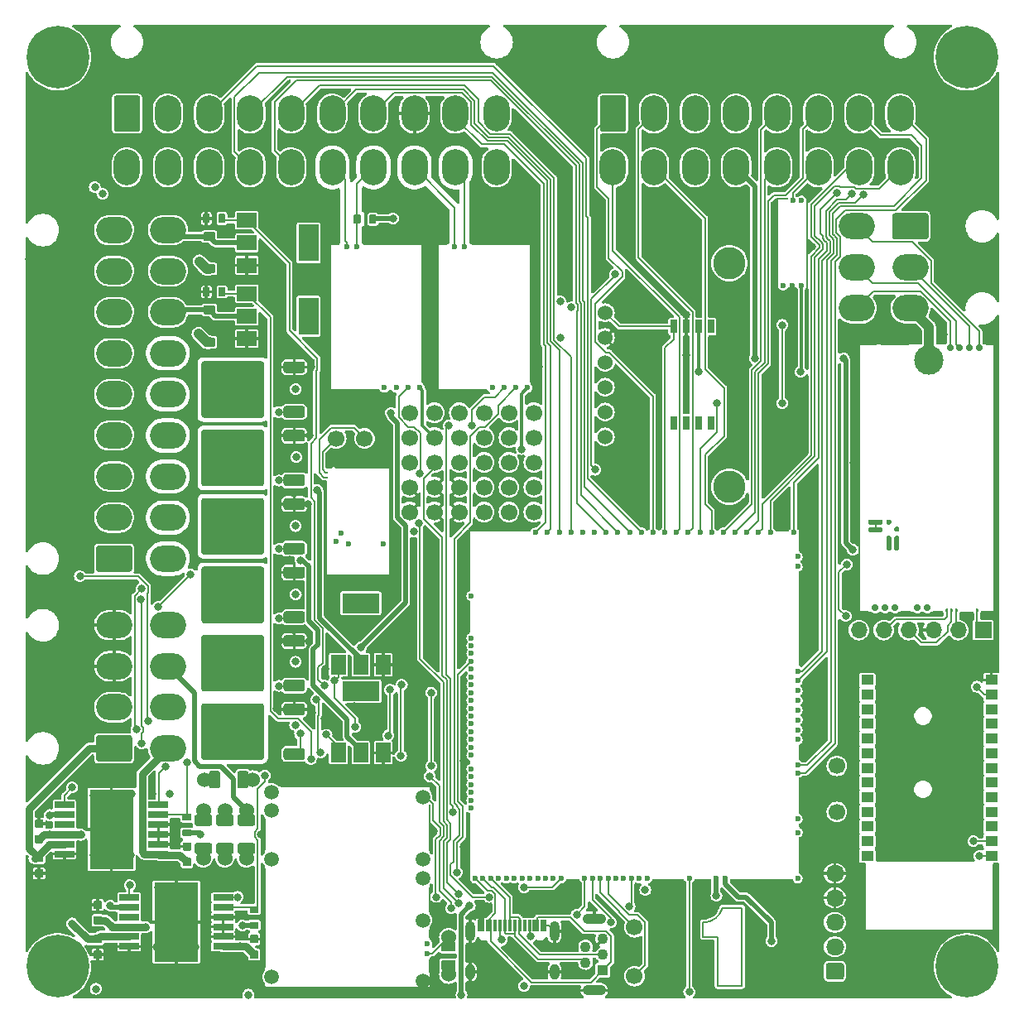
<source format=gtl>
G04 #@! TF.GenerationSoftware,KiCad,Pcbnew,7.0.9-7.0.9~ubuntu22.04.1*
G04 #@! TF.CreationDate,2023-12-17T14:27:58+00:00*
G04 #@! TF.ProjectId,uaefi,75616566-692e-46b6-9963-61645f706362,rev?*
G04 #@! TF.SameCoordinates,Original*
G04 #@! TF.FileFunction,Copper,L1,Top*
G04 #@! TF.FilePolarity,Positive*
%FSLAX46Y46*%
G04 Gerber Fmt 4.6, Leading zero omitted, Abs format (unit mm)*
G04 Created by KiCad (PCBNEW 7.0.9-7.0.9~ubuntu22.04.1) date 2023-12-17 14:27:58*
%MOMM*%
%LPD*%
G01*
G04 APERTURE LIST*
G04 #@! TA.AperFunction,EtchedComponent*
%ADD10C,0.200000*%
G04 #@! TD*
G04 #@! TA.AperFunction,ComponentPad*
%ADD11O,2.700000X3.700000*%
G04 #@! TD*
G04 #@! TA.AperFunction,ComponentPad*
%ADD12C,1.700000*%
G04 #@! TD*
G04 #@! TA.AperFunction,ComponentPad*
%ADD13C,0.700000*%
G04 #@! TD*
G04 #@! TA.AperFunction,SMDPad,CuDef*
%ADD14C,3.000000*%
G04 #@! TD*
G04 #@! TA.AperFunction,SMDPad,CuDef*
%ADD15R,3.000000X0.250000*%
G04 #@! TD*
G04 #@! TA.AperFunction,SMDPad,CuDef*
%ADD16R,1.100000X0.250000*%
G04 #@! TD*
G04 #@! TA.AperFunction,SMDPad,CuDef*
%ADD17R,0.980000X0.250000*%
G04 #@! TD*
G04 #@! TA.AperFunction,SMDPad,CuDef*
%ADD18R,1.450000X0.250000*%
G04 #@! TD*
G04 #@! TA.AperFunction,SMDPad,CuDef*
%ADD19R,0.250000X27.600000*%
G04 #@! TD*
G04 #@! TA.AperFunction,SMDPad,CuDef*
%ADD20R,1.950000X0.250000*%
G04 #@! TD*
G04 #@! TA.AperFunction,SMDPad,CuDef*
%ADD21R,0.950000X0.250000*%
G04 #@! TD*
G04 #@! TA.AperFunction,SMDPad,CuDef*
%ADD22R,2.000000X1.500000*%
G04 #@! TD*
G04 #@! TA.AperFunction,SMDPad,CuDef*
%ADD23R,2.000000X3.800000*%
G04 #@! TD*
G04 #@! TA.AperFunction,ComponentPad*
%ADD24C,0.800000*%
G04 #@! TD*
G04 #@! TA.AperFunction,ComponentPad*
%ADD25C,6.400000*%
G04 #@! TD*
G04 #@! TA.AperFunction,ComponentPad*
%ADD26C,1.524000*%
G04 #@! TD*
G04 #@! TA.AperFunction,ComponentPad*
%ADD27O,1.850000X1.700000*%
G04 #@! TD*
G04 #@! TA.AperFunction,SMDPad,CuDef*
%ADD28R,1.500000X2.000000*%
G04 #@! TD*
G04 #@! TA.AperFunction,SMDPad,CuDef*
%ADD29R,3.800000X2.000000*%
G04 #@! TD*
G04 #@! TA.AperFunction,ComponentPad*
%ADD30C,0.600000*%
G04 #@! TD*
G04 #@! TA.AperFunction,SMDPad,CuDef*
%ADD31R,6.185000X0.250000*%
G04 #@! TD*
G04 #@! TA.AperFunction,SMDPad,CuDef*
%ADD32R,1.115000X0.250000*%
G04 #@! TD*
G04 #@! TA.AperFunction,SMDPad,CuDef*
%ADD33R,0.250000X14.275000*%
G04 #@! TD*
G04 #@! TA.AperFunction,SMDPad,CuDef*
%ADD34R,0.250000X15.100000*%
G04 #@! TD*
G04 #@! TA.AperFunction,SMDPad,CuDef*
%ADD35R,5.175000X0.250000*%
G04 #@! TD*
G04 #@! TA.AperFunction,ComponentPad*
%ADD36R,1.100000X1.100000*%
G04 #@! TD*
G04 #@! TA.AperFunction,ComponentPad*
%ADD37C,1.100000*%
G04 #@! TD*
G04 #@! TA.AperFunction,ComponentPad*
%ADD38O,2.400000X1.100000*%
G04 #@! TD*
G04 #@! TA.AperFunction,SMDPad,CuDef*
%ADD39O,1.225000X0.200000*%
G04 #@! TD*
G04 #@! TA.AperFunction,SMDPad,CuDef*
%ADD40O,0.200000X9.300000*%
G04 #@! TD*
G04 #@! TA.AperFunction,ComponentPad*
%ADD41C,1.500000*%
G04 #@! TD*
G04 #@! TA.AperFunction,SMDPad,CuDef*
%ADD42O,0.200000X3.300000*%
G04 #@! TD*
G04 #@! TA.AperFunction,SMDPad,CuDef*
%ADD43O,0.200000X10.200000*%
G04 #@! TD*
G04 #@! TA.AperFunction,SMDPad,CuDef*
%ADD44O,0.200000X0.300000*%
G04 #@! TD*
G04 #@! TA.AperFunction,SMDPad,CuDef*
%ADD45O,17.000000X0.200000*%
G04 #@! TD*
G04 #@! TA.AperFunction,SMDPad,CuDef*
%ADD46O,15.400000X0.200000*%
G04 #@! TD*
G04 #@! TA.AperFunction,SMDPad,CuDef*
%ADD47O,0.200000X4.800000*%
G04 #@! TD*
G04 #@! TA.AperFunction,SMDPad,CuDef*
%ADD48O,0.200000X2.600000*%
G04 #@! TD*
G04 #@! TA.AperFunction,SMDPad,CuDef*
%ADD49O,0.200000X1.000000*%
G04 #@! TD*
G04 #@! TA.AperFunction,SMDPad,CuDef*
%ADD50O,0.200000X1.500000*%
G04 #@! TD*
G04 #@! TA.AperFunction,SMDPad,CuDef*
%ADD51O,5.669999X0.200000*%
G04 #@! TD*
G04 #@! TA.AperFunction,SMDPad,CuDef*
%ADD52O,0.200000X11.100001*%
G04 #@! TD*
G04 #@! TA.AperFunction,SMDPad,CuDef*
%ADD53O,0.399999X9.800001*%
G04 #@! TD*
G04 #@! TA.AperFunction,SMDPad,CuDef*
%ADD54O,0.250000X0.499999*%
G04 #@! TD*
G04 #@! TA.AperFunction,SMDPad,CuDef*
%ADD55O,6.799999X0.200000*%
G04 #@! TD*
G04 #@! TA.AperFunction,SMDPad,CuDef*
%ADD56O,0.499999X0.250000*%
G04 #@! TD*
G04 #@! TA.AperFunction,ComponentPad*
%ADD57C,0.599999*%
G04 #@! TD*
G04 #@! TA.AperFunction,ComponentPad*
%ADD58O,3.700000X2.700000*%
G04 #@! TD*
G04 #@! TA.AperFunction,SMDPad,CuDef*
%ADD59R,1.300000X1.000000*%
G04 #@! TD*
G04 #@! TA.AperFunction,SMDPad,CuDef*
%ADD60R,2.000000X0.650000*%
G04 #@! TD*
G04 #@! TA.AperFunction,SMDPad,CuDef*
%ADD61R,4.500000X8.100000*%
G04 #@! TD*
G04 #@! TA.AperFunction,SMDPad,CuDef*
%ADD62R,0.200000X3.700000*%
G04 #@! TD*
G04 #@! TA.AperFunction,SMDPad,CuDef*
%ADD63R,0.200000X0.400000*%
G04 #@! TD*
G04 #@! TA.AperFunction,SMDPad,CuDef*
%ADD64R,0.200000X1.600000*%
G04 #@! TD*
G04 #@! TA.AperFunction,SMDPad,CuDef*
%ADD65R,0.200000X9.700000*%
G04 #@! TD*
G04 #@! TA.AperFunction,SMDPad,CuDef*
%ADD66R,0.200000X2.300000*%
G04 #@! TD*
G04 #@! TA.AperFunction,SMDPad,CuDef*
%ADD67R,1.400000X0.200000*%
G04 #@! TD*
G04 #@! TA.AperFunction,SMDPad,CuDef*
%ADD68R,6.400000X0.200000*%
G04 #@! TD*
G04 #@! TA.AperFunction,SMDPad,CuDef*
%ADD69R,1.700000X0.200000*%
G04 #@! TD*
G04 #@! TA.AperFunction,SMDPad,CuDef*
%ADD70R,3.300000X0.200000*%
G04 #@! TD*
G04 #@! TA.AperFunction,SMDPad,CuDef*
%ADD71R,0.200000X7.000000*%
G04 #@! TD*
G04 #@! TA.AperFunction,SMDPad,CuDef*
%ADD72R,0.200000X3.300000*%
G04 #@! TD*
G04 #@! TA.AperFunction,SMDPad,CuDef*
%ADD73R,0.200000X6.300000*%
G04 #@! TD*
G04 #@! TA.AperFunction,SMDPad,CuDef*
%ADD74R,0.300000X1.150000*%
G04 #@! TD*
G04 #@! TA.AperFunction,ComponentPad*
%ADD75O,1.000000X2.100000*%
G04 #@! TD*
G04 #@! TA.AperFunction,ComponentPad*
%ADD76O,1.000000X1.600000*%
G04 #@! TD*
G04 #@! TA.AperFunction,ComponentPad*
%ADD77R,1.700000X1.700000*%
G04 #@! TD*
G04 #@! TA.AperFunction,ComponentPad*
%ADD78O,1.700000X1.700000*%
G04 #@! TD*
G04 #@! TA.AperFunction,ComponentPad*
%ADD79C,3.302000*%
G04 #@! TD*
G04 #@! TA.AperFunction,SMDPad,CuDef*
%ADD80R,0.690000X1.350000*%
G04 #@! TD*
G04 #@! TA.AperFunction,ViaPad*
%ADD81C,0.800000*%
G04 #@! TD*
G04 #@! TA.AperFunction,Conductor*
%ADD82C,0.200000*%
G04 #@! TD*
G04 #@! TA.AperFunction,Conductor*
%ADD83C,0.800000*%
G04 #@! TD*
G04 #@! TA.AperFunction,Conductor*
%ADD84C,0.300000*%
G04 #@! TD*
G04 #@! TA.AperFunction,Conductor*
%ADD85C,1.000000*%
G04 #@! TD*
G04 #@! TA.AperFunction,Conductor*
%ADD86C,0.500000*%
G04 #@! TD*
G04 APERTURE END LIST*
D10*
G04 #@! TO.C,G2*
X69500000Y6500000D02*
X69500000Y8000000D01*
X69500000Y6500000D02*
X71000000Y6500000D01*
X71000000Y6500000D02*
X71000000Y1500000D01*
X71000000Y1500000D02*
X73500000Y1500000D01*
X73500000Y9500000D02*
X71500000Y9500000D01*
X73500000Y1500000D02*
X73500000Y9500000D01*
X69500000Y8000000D02*
G75*
G03*
X71499999Y9500000I78399J1978801D01*
G01*
G04 #@! TD*
G04 #@! TO.P,C24,1*
G04 #@! TO.N,GND*
G04 #@! TA.AperFunction,SMDPad,CuDef*
G36*
G01*
X7260000Y10215001D02*
X7940000Y10215001D01*
G75*
G02*
X8025000Y10130001I0J-85000D01*
G01*
X8025000Y9450001D01*
G75*
G02*
X7940000Y9365001I-85000J0D01*
G01*
X7260000Y9365001D01*
G75*
G02*
X7175000Y9450001I0J85000D01*
G01*
X7175000Y10130001D01*
G75*
G02*
X7260000Y10215001I85000J0D01*
G01*
G37*
G04 #@! TD.AperFunction*
G04 #@! TO.P,C24,2*
G04 #@! TO.N,/DC Driver 2/PWR*
G04 #@! TA.AperFunction,SMDPad,CuDef*
G36*
G01*
X7260000Y8634999D02*
X7940000Y8634999D01*
G75*
G02*
X8025000Y8549999I0J-85000D01*
G01*
X8025000Y7869999D01*
G75*
G02*
X7940000Y7784999I-85000J0D01*
G01*
X7260000Y7784999D01*
G75*
G02*
X7175000Y7869999I0J85000D01*
G01*
X7175000Y8549999D01*
G75*
G02*
X7260000Y8634999I85000J0D01*
G01*
G37*
G04 #@! TD.AperFunction*
G04 #@! TD*
G04 #@! TO.P,Q10,1,G*
G04 #@! TO.N,Net-(Q10-G)*
G04 #@! TA.AperFunction,SMDPad,CuDef*
G36*
G01*
X28800000Y39570000D02*
X28800000Y38870000D01*
G75*
G02*
X28550000Y38620000I-250000J0D01*
G01*
X26850000Y38620000D01*
G75*
G02*
X26600000Y38870000I0J250000D01*
G01*
X26600000Y39570000D01*
G75*
G02*
X26850000Y39820000I250000J0D01*
G01*
X28550000Y39820000D01*
G75*
G02*
X28800000Y39570000I0J-250000D01*
G01*
G37*
G04 #@! TD.AperFunction*
G04 #@! TO.P,Q10,2,C*
G04 #@! TO.N,/OUT_IGN4*
G04 #@! TA.AperFunction,SMDPad,CuDef*
G36*
G01*
X24600000Y41100000D02*
X24600000Y38850000D01*
G75*
G02*
X24350000Y38600000I-250000J0D01*
G01*
X21800000Y38600000D01*
G75*
G02*
X21550000Y38850000I0J250000D01*
G01*
X21550000Y41100000D01*
G75*
G02*
X21800000Y41350000I250000J0D01*
G01*
X24350000Y41350000D01*
G75*
G02*
X24600000Y41100000I0J-250000D01*
G01*
G37*
G04 #@! TD.AperFunction*
G04 #@! TA.AperFunction,SMDPad,CuDef*
G36*
G01*
X24600000Y44150000D02*
X24600000Y41900000D01*
G75*
G02*
X24350000Y41650000I-250000J0D01*
G01*
X21800000Y41650000D01*
G75*
G02*
X21550000Y41900000I0J250000D01*
G01*
X21550000Y44150000D01*
G75*
G02*
X21800000Y44400000I250000J0D01*
G01*
X24350000Y44400000D01*
G75*
G02*
X24600000Y44150000I0J-250000D01*
G01*
G37*
G04 #@! TD.AperFunction*
G04 #@! TA.AperFunction,SMDPad,CuDef*
G36*
G01*
X24600000Y44150003D02*
X24600000Y38849997D01*
G75*
G02*
X24350003Y38600000I-249997J0D01*
G01*
X18449997Y38600000D01*
G75*
G02*
X18200000Y38849997I0J249997D01*
G01*
X18200000Y44150003D01*
G75*
G02*
X18449997Y44400000I249997J0D01*
G01*
X24350003Y44400000D01*
G75*
G02*
X24600000Y44150003I0J-249997D01*
G01*
G37*
G04 #@! TD.AperFunction*
G04 #@! TA.AperFunction,SMDPad,CuDef*
G36*
G01*
X21250000Y41100000D02*
X21250000Y38850000D01*
G75*
G02*
X21000000Y38600000I-250000J0D01*
G01*
X18450000Y38600000D01*
G75*
G02*
X18200000Y38850000I0J250000D01*
G01*
X18200000Y41100000D01*
G75*
G02*
X18450000Y41350000I250000J0D01*
G01*
X21000000Y41350000D01*
G75*
G02*
X21250000Y41100000I0J-250000D01*
G01*
G37*
G04 #@! TD.AperFunction*
G04 #@! TA.AperFunction,SMDPad,CuDef*
G36*
G01*
X21250000Y44150000D02*
X21250000Y41900000D01*
G75*
G02*
X21000000Y41650000I-250000J0D01*
G01*
X18450000Y41650000D01*
G75*
G02*
X18200000Y41900000I0J250000D01*
G01*
X18200000Y44150000D01*
G75*
G02*
X18450000Y44400000I250000J0D01*
G01*
X21000000Y44400000D01*
G75*
G02*
X21250000Y44150000I0J-250000D01*
G01*
G37*
G04 #@! TD.AperFunction*
G04 #@! TO.P,Q10,3,E*
G04 #@! TO.N,GND*
G04 #@! TA.AperFunction,SMDPad,CuDef*
G36*
G01*
X28800000Y44130000D02*
X28800000Y43430000D01*
G75*
G02*
X28550000Y43180000I-250000J0D01*
G01*
X26850000Y43180000D01*
G75*
G02*
X26600000Y43430000I0J250000D01*
G01*
X26600000Y44130000D01*
G75*
G02*
X26850000Y44380000I250000J0D01*
G01*
X28550000Y44380000D01*
G75*
G02*
X28800000Y44130000I0J-250000D01*
G01*
G37*
G04 #@! TD.AperFunction*
G04 #@! TD*
G04 #@! TO.P,J10,1,Pin_1*
G04 #@! TO.N,/IN_AUX1*
G04 #@! TA.AperFunction,ComponentPad*
G36*
G01*
X58950000Y89125001D02*
X58950000Y92324999D01*
G75*
G02*
X59200001Y92575000I250001J0D01*
G01*
X61399999Y92575000D01*
G75*
G02*
X61650000Y92324999I0J-250001D01*
G01*
X61650000Y89125001D01*
G75*
G02*
X61399999Y88875000I-250001J0D01*
G01*
X59200001Y88875000D01*
G75*
G02*
X58950000Y89125001I0J250001D01*
G01*
G37*
G04 #@! TD.AperFunction*
D11*
G04 #@! TO.P,J10,2,Pin_2*
G04 #@! TO.N,/IN_BUTTON1*
X64500000Y90725000D03*
G04 #@! TO.P,J10,3,Pin_3*
G04 #@! TO.N,+5VP*
X68700000Y90725000D03*
G04 #@! TO.P,J10,4,Pin_4*
X72900000Y90725000D03*
G04 #@! TO.P,J10,5,Pin_5*
G04 #@! TO.N,/IN_FLEX*
X77100000Y90725000D03*
G04 #@! TO.P,J10,6,Pin_6*
G04 #@! TO.N,/IN_PPS1*
X81300000Y90725000D03*
G04 #@! TO.P,J10,7,Pin_7*
G04 #@! TO.N,/CAN+*
X85500000Y90725000D03*
G04 #@! TO.P,J10,8,Pin_8*
G04 #@! TO.N,/CAN-*
X89700000Y90725000D03*
G04 #@! TO.P,J10,9,Pin_9*
G04 #@! TO.N,/IN_MAP*
X60300000Y85225000D03*
G04 #@! TO.P,J10,10,Pin_10*
G04 #@! TO.N,/IN_BUTTON2*
X64500000Y85225000D03*
G04 #@! TO.P,J10,11,Pin_11*
G04 #@! TO.N,GNDA*
X68700000Y85225000D03*
G04 #@! TO.P,J10,12,Pin_12*
X72900000Y85225000D03*
G04 #@! TO.P,J10,13,Pin_13*
G04 #@! TO.N,/IN_TPS1*
X77100000Y85225000D03*
G04 #@! TO.P,J10,14,Pin_14*
G04 #@! TO.N,/IN_KNOCK_RAW*
X81300000Y85225000D03*
G04 #@! TO.P,J10,15,Pin_15*
G04 #@! TO.N,/IN_IAT*
X85500000Y85225000D03*
G04 #@! TO.P,J10,16,Pin_16*
G04 #@! TO.N,/IN_CLT*
X89700000Y85225000D03*
G04 #@! TD*
D12*
G04 #@! TO.P,P8,1,Pin_1*
G04 #@! TO.N,Net-(M6-UART2_TX_(PD5))*
X83200000Y19300000D03*
G04 #@! TD*
D13*
G04 #@! TO.P,M5,E1,LSU_Un*
G04 #@! TO.N,/WBO_Un*
X97775000Y66750000D03*
G04 #@! TO.P,M5,E2,LSU_Vm*
G04 #@! TO.N,/WBO_Vm*
X94775000Y66750000D03*
G04 #@! TO.P,M5,E3,LSU_Ip*
G04 #@! TO.N,/WBO_Ip*
X95775000Y66750000D03*
G04 #@! TO.P,M5,E4,LSU_Rtrim*
G04 #@! TO.N,/WBO_Rtrim*
X96775000Y66750000D03*
D14*
G04 #@! TO.P,M5,E5,LSU_H+*
G04 #@! TO.N,/WBO_Heater*
X92625000Y65500000D03*
D15*
G04 #@! TO.P,M5,E6,LSU_H-*
G04 #@! TO.N,GND*
X89125000Y67125000D03*
D16*
G04 #@! TO.P,M5,G,GND*
X85925000Y39775000D03*
D17*
X90265000Y39775000D03*
X93565000Y39775000D03*
D18*
X98650000Y39775000D03*
D19*
X85500000Y53450000D03*
X99250000Y53450000D03*
D20*
X86350000Y67125000D03*
D21*
X98900000Y67125000D03*
G04 #@! TO.P,M5,J1,SEL1*
G04 #@! TO.N,Net-(M5-PULL_DOWN1)*
G04 #@! TA.AperFunction,SMDPad,CuDef*
G36*
G01*
X86525000Y49200000D02*
X87775000Y49200000D01*
G75*
G02*
X87900000Y49075000I0J-125000D01*
G01*
X87900000Y48825000D01*
G75*
G02*
X87775000Y48700000I-125000J0D01*
G01*
X86525000Y48700000D01*
G75*
G02*
X86400000Y48825000I0J125000D01*
G01*
X86400000Y49075000D01*
G75*
G02*
X86525000Y49200000I125000J0D01*
G01*
G37*
G04 #@! TD.AperFunction*
G04 #@! TO.P,M5,J2,SEL2*
G04 #@! TO.N,unconnected-(M5-SEL2-PadJ2)*
G04 #@! TA.AperFunction,SMDPad,CuDef*
G36*
G01*
X89200000Y47525000D02*
X89450000Y47525000D01*
G75*
G02*
X89575000Y47400000I0J-125000D01*
G01*
X89575000Y46150000D01*
G75*
G02*
X89450000Y46025000I-125000J0D01*
G01*
X89200000Y46025000D01*
G75*
G02*
X89075000Y46150000I0J125000D01*
G01*
X89075000Y47400000D01*
G75*
G02*
X89200000Y47525000I125000J0D01*
G01*
G37*
G04 #@! TD.AperFunction*
G04 #@! TO.P,M5,J_GND1,PULL_DOWN1*
G04 #@! TO.N,Net-(M5-PULL_DOWN1)*
G04 #@! TA.AperFunction,SMDPad,CuDef*
G36*
G01*
X86525000Y48400000D02*
X87775000Y48400000D01*
G75*
G02*
X87900000Y48275000I0J-125000D01*
G01*
X87900000Y48025000D01*
G75*
G02*
X87775000Y47900000I-125000J0D01*
G01*
X86525000Y47900000D01*
G75*
G02*
X86400000Y48025000I0J125000D01*
G01*
X86400000Y48275000D01*
G75*
G02*
X86525000Y48400000I125000J0D01*
G01*
G37*
G04 #@! TD.AperFunction*
G04 #@! TO.P,M5,J_GND2,PULL_DOWN2*
G04 #@! TO.N,unconnected-(M5-PULL_DOWN2-PadJ_GND2)*
G04 #@! TA.AperFunction,SMDPad,CuDef*
G36*
G01*
X89075000Y48075000D02*
X89075000Y48325000D01*
G75*
G02*
X89200000Y48450000I125000J0D01*
G01*
X89450000Y48450000D01*
G75*
G02*
X89575000Y48325000I0J-125000D01*
G01*
X89575000Y48075000D01*
G75*
G02*
X89450000Y47950000I-125000J0D01*
G01*
X89200000Y47950000D01*
G75*
G02*
X89075000Y48075000I0J125000D01*
G01*
G37*
G04 #@! TD.AperFunction*
G04 #@! TO.P,M5,J_VCC1,PULL_UP1*
G04 #@! TO.N,unconnected-(M5-PULL_UP1-PadJ_VCC1)*
G04 #@! TA.AperFunction,SMDPad,CuDef*
G36*
G01*
X88400000Y49200000D02*
X88650000Y49200000D01*
G75*
G02*
X88775000Y49075000I0J-125000D01*
G01*
X88775000Y48825000D01*
G75*
G02*
X88650000Y48700000I-125000J0D01*
G01*
X88400000Y48700000D01*
G75*
G02*
X88275000Y48825000I0J125000D01*
G01*
X88275000Y49075000D01*
G75*
G02*
X88400000Y49200000I125000J0D01*
G01*
G37*
G04 #@! TD.AperFunction*
G04 #@! TO.P,M5,J_VCC2,PULL_UP2*
G04 #@! TO.N,unconnected-(M5-PULL_UP2-PadJ_VCC2)*
G04 #@! TA.AperFunction,SMDPad,CuDef*
G36*
G01*
X88400000Y47525000D02*
X88650000Y47525000D01*
G75*
G02*
X88775000Y47400000I0J-125000D01*
G01*
X88775000Y46150000D01*
G75*
G02*
X88650000Y46025000I-125000J0D01*
G01*
X88400000Y46025000D01*
G75*
G02*
X88275000Y46150000I0J125000D01*
G01*
X88275000Y47400000D01*
G75*
G02*
X88400000Y47525000I125000J0D01*
G01*
G37*
G04 #@! TD.AperFunction*
D13*
G04 #@! TO.P,M5,W1,V5_IN*
G04 #@! TO.N,+5VA*
X88125000Y40158800D03*
G04 #@! TO.P,M5,W2,CAN_VIO*
G04 #@! TO.N,unconnected-(M5-CAN_VIO-PadW2)*
X89125000Y40158800D03*
G04 #@! TO.P,M5,W3,CANL*
G04 #@! TO.N,/CAN-*
X92421000Y40158800D03*
G04 #@! TO.P,M5,W4,CANH*
G04 #@! TO.N,/CAN+*
X91405000Y40158800D03*
G04 #@! TO.P,M5,W5,nReset*
G04 #@! TO.N,Net-(J6-Pin_5)*
G04 #@! TA.AperFunction,SMDPad,CuDef*
G36*
G01*
X94425000Y39650000D02*
X94425000Y39650000D01*
G75*
G02*
X94300000Y39775000I0J125000D01*
G01*
X94300000Y40025000D01*
G75*
G02*
X94425000Y40150000I125000J0D01*
G01*
X94425000Y40150000D01*
G75*
G02*
X94550000Y40025000I0J-125000D01*
G01*
X94550000Y39775000D01*
G75*
G02*
X94425000Y39650000I-125000J0D01*
G01*
G37*
G04 #@! TD.AperFunction*
G04 #@! TO.P,M5,W6,SWDIO*
G04 #@! TO.N,Net-(J6-Pin_4)*
G04 #@! TA.AperFunction,SMDPad,CuDef*
G36*
G01*
X94925000Y39650000D02*
X94925000Y39650000D01*
G75*
G02*
X94800000Y39775000I0J125000D01*
G01*
X94800000Y40025000D01*
G75*
G02*
X94925000Y40150000I125000J0D01*
G01*
X94925000Y40150000D01*
G75*
G02*
X95050000Y40025000I0J-125000D01*
G01*
X95050000Y39775000D01*
G75*
G02*
X94925000Y39650000I-125000J0D01*
G01*
G37*
G04 #@! TD.AperFunction*
G04 #@! TO.P,M5,W7,SWCLK*
G04 #@! TO.N,Net-(J6-Pin_2)*
G04 #@! TA.AperFunction,SMDPad,CuDef*
G36*
G01*
X95425000Y39650000D02*
X95425000Y39650000D01*
G75*
G02*
X95300000Y39775000I0J125000D01*
G01*
X95300000Y40025000D01*
G75*
G02*
X95425000Y40150000I125000J0D01*
G01*
X95425000Y40150000D01*
G75*
G02*
X95550000Y40025000I0J-125000D01*
G01*
X95550000Y39775000D01*
G75*
G02*
X95425000Y39650000I-125000J0D01*
G01*
G37*
G04 #@! TD.AperFunction*
G04 #@! TO.P,M5,W8,V33_OUT*
G04 #@! TO.N,Net-(J6-Pin_1)*
G04 #@! TA.AperFunction,SMDPad,CuDef*
G36*
G01*
X97525000Y39650000D02*
X97525000Y39650000D01*
G75*
G02*
X97400000Y39775000I0J125000D01*
G01*
X97400000Y40025000D01*
G75*
G02*
X97525000Y40150000I125000J0D01*
G01*
X97525000Y40150000D01*
G75*
G02*
X97650000Y40025000I0J-125000D01*
G01*
X97650000Y39775000D01*
G75*
G02*
X97525000Y39650000I-125000J0D01*
G01*
G37*
G04 #@! TD.AperFunction*
G04 #@! TO.P,M5,W9,VDDA*
G04 #@! TO.N,unconnected-(M5-VDDA-PadW9)*
X87125000Y40158800D03*
G04 #@! TD*
G04 #@! TO.P,J2,1,Pin_1*
G04 #@! TO.N,+5VP*
G04 #@! TA.AperFunction,ComponentPad*
G36*
G01*
X9250000Y89125001D02*
X9250000Y92324999D01*
G75*
G02*
X9500001Y92575000I250001J0D01*
G01*
X11699999Y92575000D01*
G75*
G02*
X11950000Y92324999I0J-250001D01*
G01*
X11950000Y89125001D01*
G75*
G02*
X11699999Y88875000I-250001J0D01*
G01*
X9500001Y88875000D01*
G75*
G02*
X9250000Y89125001I0J250001D01*
G01*
G37*
G04 #@! TD.AperFunction*
D11*
G04 #@! TO.P,J2,2,Pin_2*
X14800000Y90725000D03*
G04 #@! TO.P,J2,3,Pin_3*
G04 #@! TO.N,/IN_AUX2*
X19000000Y90725000D03*
G04 #@! TO.P,J2,4,Pin_4*
G04 #@! TO.N,/IN_PPS2*
X23200000Y90725000D03*
G04 #@! TO.P,J2,5,Pin_5*
G04 #@! TO.N,/IN_HALL1*
X27400000Y90725000D03*
G04 #@! TO.P,J2,6,Pin_6*
G04 #@! TO.N,/IN_HALL2*
X31600000Y90725000D03*
G04 #@! TO.P,J2,7,Pin_7*
G04 #@! TO.N,/IN_HALL3*
X35800000Y90725000D03*
G04 #@! TO.P,J2,8,Pin_8*
G04 #@! TO.N,GND*
X40000000Y90725000D03*
G04 #@! TO.P,J2,9,Pin_9*
G04 #@! TO.N,/IN_BUTTON3*
X44200000Y90725000D03*
G04 #@! TO.P,J2,10,Pin_10*
G04 #@! TO.N,/EGT+*
X48400000Y90725000D03*
G04 #@! TO.P,J2,11,Pin_11*
G04 #@! TO.N,GNDA*
X10600000Y85225000D03*
G04 #@! TO.P,J2,12,Pin_12*
X14800000Y85225000D03*
G04 #@! TO.P,J2,13,Pin_13*
X19000000Y85225000D03*
G04 #@! TO.P,J2,14,Pin_14*
G04 #@! TO.N,/IN_TPS2*
X23200000Y85225000D03*
G04 #@! TO.P,J2,15,Pin_15*
G04 #@! TO.N,/IN_AUX3*
X27400000Y85225000D03*
G04 #@! TO.P,J2,16,Pin_16*
G04 #@! TO.N,/VR2+*
X31600000Y85225000D03*
G04 #@! TO.P,J2,17,Pin_17*
G04 #@! TO.N,/VR2-*
X35800000Y85225000D03*
G04 #@! TO.P,J2,18,Pin_18*
G04 #@! TO.N,/VR1+*
X40000000Y85225000D03*
G04 #@! TO.P,J2,19,Pin_19*
G04 #@! TO.N,/VR1-*
X44200000Y85225000D03*
G04 #@! TO.P,J2,20,Pin_20*
G04 #@! TO.N,/EGT-*
X48400000Y85225000D03*
G04 #@! TD*
G04 #@! TO.P,Q7,1,G*
G04 #@! TO.N,Net-(Q7-G)*
G04 #@! TA.AperFunction,SMDPad,CuDef*
G36*
G01*
X28800000Y60570000D02*
X28800000Y59870000D01*
G75*
G02*
X28550000Y59620000I-250000J0D01*
G01*
X26850000Y59620000D01*
G75*
G02*
X26600000Y59870000I0J250000D01*
G01*
X26600000Y60570000D01*
G75*
G02*
X26850000Y60820000I250000J0D01*
G01*
X28550000Y60820000D01*
G75*
G02*
X28800000Y60570000I0J-250000D01*
G01*
G37*
G04 #@! TD.AperFunction*
G04 #@! TO.P,Q7,2,C*
G04 #@! TO.N,/OUT_IGN1*
G04 #@! TA.AperFunction,SMDPad,CuDef*
G36*
G01*
X24600000Y62100000D02*
X24600000Y59850000D01*
G75*
G02*
X24350000Y59600000I-250000J0D01*
G01*
X21800000Y59600000D01*
G75*
G02*
X21550000Y59850000I0J250000D01*
G01*
X21550000Y62100000D01*
G75*
G02*
X21800000Y62350000I250000J0D01*
G01*
X24350000Y62350000D01*
G75*
G02*
X24600000Y62100000I0J-250000D01*
G01*
G37*
G04 #@! TD.AperFunction*
G04 #@! TA.AperFunction,SMDPad,CuDef*
G36*
G01*
X24600000Y65150000D02*
X24600000Y62900000D01*
G75*
G02*
X24350000Y62650000I-250000J0D01*
G01*
X21800000Y62650000D01*
G75*
G02*
X21550000Y62900000I0J250000D01*
G01*
X21550000Y65150000D01*
G75*
G02*
X21800000Y65400000I250000J0D01*
G01*
X24350000Y65400000D01*
G75*
G02*
X24600000Y65150000I0J-250000D01*
G01*
G37*
G04 #@! TD.AperFunction*
G04 #@! TA.AperFunction,SMDPad,CuDef*
G36*
G01*
X24600000Y65150003D02*
X24600000Y59849997D01*
G75*
G02*
X24350003Y59600000I-249997J0D01*
G01*
X18449997Y59600000D01*
G75*
G02*
X18200000Y59849997I0J249997D01*
G01*
X18200000Y65150003D01*
G75*
G02*
X18449997Y65400000I249997J0D01*
G01*
X24350003Y65400000D01*
G75*
G02*
X24600000Y65150003I0J-249997D01*
G01*
G37*
G04 #@! TD.AperFunction*
G04 #@! TA.AperFunction,SMDPad,CuDef*
G36*
G01*
X21250000Y62100000D02*
X21250000Y59850000D01*
G75*
G02*
X21000000Y59600000I-250000J0D01*
G01*
X18450000Y59600000D01*
G75*
G02*
X18200000Y59850000I0J250000D01*
G01*
X18200000Y62100000D01*
G75*
G02*
X18450000Y62350000I250000J0D01*
G01*
X21000000Y62350000D01*
G75*
G02*
X21250000Y62100000I0J-250000D01*
G01*
G37*
G04 #@! TD.AperFunction*
G04 #@! TA.AperFunction,SMDPad,CuDef*
G36*
G01*
X21250000Y65150000D02*
X21250000Y62900000D01*
G75*
G02*
X21000000Y62650000I-250000J0D01*
G01*
X18450000Y62650000D01*
G75*
G02*
X18200000Y62900000I0J250000D01*
G01*
X18200000Y65150000D01*
G75*
G02*
X18450000Y65400000I250000J0D01*
G01*
X21000000Y65400000D01*
G75*
G02*
X21250000Y65150000I0J-250000D01*
G01*
G37*
G04 #@! TD.AperFunction*
G04 #@! TO.P,Q7,3,E*
G04 #@! TO.N,GND*
G04 #@! TA.AperFunction,SMDPad,CuDef*
G36*
G01*
X28800000Y65130000D02*
X28800000Y64430000D01*
G75*
G02*
X28550000Y64180000I-250000J0D01*
G01*
X26850000Y64180000D01*
G75*
G02*
X26600000Y64430000I0J250000D01*
G01*
X26600000Y65130000D01*
G75*
G02*
X26850000Y65380000I250000J0D01*
G01*
X28550000Y65380000D01*
G75*
G02*
X28800000Y65130000I0J-250000D01*
G01*
G37*
G04 #@! TD.AperFunction*
G04 #@! TD*
G04 #@! TO.P,Q8,1,G*
G04 #@! TO.N,Net-(Q8-G)*
G04 #@! TA.AperFunction,SMDPad,CuDef*
G36*
G01*
X28800000Y53570000D02*
X28800000Y52870000D01*
G75*
G02*
X28550000Y52620000I-250000J0D01*
G01*
X26850000Y52620000D01*
G75*
G02*
X26600000Y52870000I0J250000D01*
G01*
X26600000Y53570000D01*
G75*
G02*
X26850000Y53820000I250000J0D01*
G01*
X28550000Y53820000D01*
G75*
G02*
X28800000Y53570000I0J-250000D01*
G01*
G37*
G04 #@! TD.AperFunction*
G04 #@! TO.P,Q8,2,C*
G04 #@! TO.N,/OUT_IGN2*
G04 #@! TA.AperFunction,SMDPad,CuDef*
G36*
G01*
X24600000Y55100000D02*
X24600000Y52850000D01*
G75*
G02*
X24350000Y52600000I-250000J0D01*
G01*
X21800000Y52600000D01*
G75*
G02*
X21550000Y52850000I0J250000D01*
G01*
X21550000Y55100000D01*
G75*
G02*
X21800000Y55350000I250000J0D01*
G01*
X24350000Y55350000D01*
G75*
G02*
X24600000Y55100000I0J-250000D01*
G01*
G37*
G04 #@! TD.AperFunction*
G04 #@! TA.AperFunction,SMDPad,CuDef*
G36*
G01*
X24600000Y58150000D02*
X24600000Y55900000D01*
G75*
G02*
X24350000Y55650000I-250000J0D01*
G01*
X21800000Y55650000D01*
G75*
G02*
X21550000Y55900000I0J250000D01*
G01*
X21550000Y58150000D01*
G75*
G02*
X21800000Y58400000I250000J0D01*
G01*
X24350000Y58400000D01*
G75*
G02*
X24600000Y58150000I0J-250000D01*
G01*
G37*
G04 #@! TD.AperFunction*
G04 #@! TA.AperFunction,SMDPad,CuDef*
G36*
G01*
X24600000Y58150003D02*
X24600000Y52849997D01*
G75*
G02*
X24350003Y52600000I-249997J0D01*
G01*
X18449997Y52600000D01*
G75*
G02*
X18200000Y52849997I0J249997D01*
G01*
X18200000Y58150003D01*
G75*
G02*
X18449997Y58400000I249997J0D01*
G01*
X24350003Y58400000D01*
G75*
G02*
X24600000Y58150003I0J-249997D01*
G01*
G37*
G04 #@! TD.AperFunction*
G04 #@! TA.AperFunction,SMDPad,CuDef*
G36*
G01*
X21250000Y55100000D02*
X21250000Y52850000D01*
G75*
G02*
X21000000Y52600000I-250000J0D01*
G01*
X18450000Y52600000D01*
G75*
G02*
X18200000Y52850000I0J250000D01*
G01*
X18200000Y55100000D01*
G75*
G02*
X18450000Y55350000I250000J0D01*
G01*
X21000000Y55350000D01*
G75*
G02*
X21250000Y55100000I0J-250000D01*
G01*
G37*
G04 #@! TD.AperFunction*
G04 #@! TA.AperFunction,SMDPad,CuDef*
G36*
G01*
X21250000Y58150000D02*
X21250000Y55900000D01*
G75*
G02*
X21000000Y55650000I-250000J0D01*
G01*
X18450000Y55650000D01*
G75*
G02*
X18200000Y55900000I0J250000D01*
G01*
X18200000Y58150000D01*
G75*
G02*
X18450000Y58400000I250000J0D01*
G01*
X21000000Y58400000D01*
G75*
G02*
X21250000Y58150000I0J-250000D01*
G01*
G37*
G04 #@! TD.AperFunction*
G04 #@! TO.P,Q8,3,E*
G04 #@! TO.N,GND*
G04 #@! TA.AperFunction,SMDPad,CuDef*
G36*
G01*
X28800000Y58130000D02*
X28800000Y57430000D01*
G75*
G02*
X28550000Y57180000I-250000J0D01*
G01*
X26850000Y57180000D01*
G75*
G02*
X26600000Y57430000I0J250000D01*
G01*
X26600000Y58130000D01*
G75*
G02*
X26850000Y58380000I250000J0D01*
G01*
X28550000Y58380000D01*
G75*
G02*
X28800000Y58130000I0J-250000D01*
G01*
G37*
G04 #@! TD.AperFunction*
G04 #@! TD*
D12*
G04 #@! TO.P,P1,1,Pin_1*
G04 #@! TO.N,Net-(M7-CANL)*
X32000000Y57500000D03*
G04 #@! TD*
G04 #@! TO.P,C26,1*
G04 #@! TO.N,GND*
G04 #@! TA.AperFunction,SMDPad,CuDef*
G36*
G01*
X23260000Y6715001D02*
X23940000Y6715001D01*
G75*
G02*
X24025000Y6630001I0J-85000D01*
G01*
X24025000Y5950001D01*
G75*
G02*
X23940000Y5865001I-85000J0D01*
G01*
X23260000Y5865001D01*
G75*
G02*
X23175000Y5950001I0J85000D01*
G01*
X23175000Y6630001D01*
G75*
G02*
X23260000Y6715001I85000J0D01*
G01*
G37*
G04 #@! TD.AperFunction*
G04 #@! TO.P,C26,2*
G04 #@! TO.N,/OUT_DC2+*
G04 #@! TA.AperFunction,SMDPad,CuDef*
G36*
G01*
X23260000Y5134999D02*
X23940000Y5134999D01*
G75*
G02*
X24025000Y5049999I0J-85000D01*
G01*
X24025000Y4369999D01*
G75*
G02*
X23940000Y4284999I-85000J0D01*
G01*
X23260000Y4284999D01*
G75*
G02*
X23175000Y4369999I0J85000D01*
G01*
X23175000Y5049999D01*
G75*
G02*
X23260000Y5134999I85000J0D01*
G01*
G37*
G04 #@! TD.AperFunction*
G04 #@! TD*
D22*
G04 #@! TO.P,Q2,1,G*
G04 #@! TO.N,/LS2*
X22850000Y79800000D03*
G04 #@! TO.P,Q2,2,D*
G04 #@! TO.N,/OUT_LS2*
X22850000Y77500000D03*
G04 #@! TO.P,Q2,3,S*
G04 #@! TO.N,GND*
X22850000Y75200000D03*
D23*
G04 #@! TO.P,Q2,4*
G04 #@! TO.N,N/C*
X29150000Y77500000D03*
G04 #@! TD*
G04 #@! TO.P,R1,1*
G04 #@! TO.N,+5VP*
G04 #@! TA.AperFunction,SMDPad,CuDef*
G36*
G01*
X36082497Y80315000D02*
X36082497Y79535000D01*
G75*
G02*
X36012497Y79465000I-70000J0D01*
G01*
X35452497Y79465000D01*
G75*
G02*
X35382497Y79535000I0J70000D01*
G01*
X35382497Y80315000D01*
G75*
G02*
X35452497Y80385000I70000J0D01*
G01*
X36012497Y80385000D01*
G75*
G02*
X36082497Y80315000I0J-70000D01*
G01*
G37*
G04 #@! TD.AperFunction*
G04 #@! TO.P,R1,2*
G04 #@! TO.N,/VR2-*
G04 #@! TA.AperFunction,SMDPad,CuDef*
G36*
G01*
X34482497Y80315000D02*
X34482497Y79535000D01*
G75*
G02*
X34412497Y79465000I-70000J0D01*
G01*
X33852497Y79465000D01*
G75*
G02*
X33782497Y79535000I0J70000D01*
G01*
X33782497Y80315000D01*
G75*
G02*
X33852497Y80385000I70000J0D01*
G01*
X34412497Y80385000D01*
G75*
G02*
X34482497Y80315000I0J-70000D01*
G01*
G37*
G04 #@! TD.AperFunction*
G04 #@! TD*
D12*
G04 #@! TO.P,P2,1,Pin_1*
G04 #@! TO.N,Net-(M7-CANH)*
X34900000Y57500000D03*
G04 #@! TD*
G04 #@! TO.P,C13,1*
G04 #@! TO.N,GND*
G04 #@! TA.AperFunction,SMDPad,CuDef*
G36*
G01*
X16385000Y16175001D02*
X17065000Y16175001D01*
G75*
G02*
X17150000Y16090001I0J-85000D01*
G01*
X17150000Y15410001D01*
G75*
G02*
X17065000Y15325001I-85000J0D01*
G01*
X16385000Y15325001D01*
G75*
G02*
X16300000Y15410001I0J85000D01*
G01*
X16300000Y16090001D01*
G75*
G02*
X16385000Y16175001I85000J0D01*
G01*
G37*
G04 #@! TD.AperFunction*
G04 #@! TO.P,C13,2*
G04 #@! TO.N,/OUT_DC1+*
G04 #@! TA.AperFunction,SMDPad,CuDef*
G36*
G01*
X16385000Y14594999D02*
X17065000Y14594999D01*
G75*
G02*
X17150000Y14509999I0J-85000D01*
G01*
X17150000Y13829999D01*
G75*
G02*
X17065000Y13744999I-85000J0D01*
G01*
X16385000Y13744999D01*
G75*
G02*
X16300000Y13829999I0J85000D01*
G01*
X16300000Y14509999D01*
G75*
G02*
X16385000Y14594999I85000J0D01*
G01*
G37*
G04 #@! TD.AperFunction*
G04 #@! TD*
D24*
G04 #@! TO.P,H1,1*
G04 #@! TO.N,N/C*
X1100000Y96500000D03*
X1802944Y98197056D03*
X1802944Y94802944D03*
X3500000Y98900000D03*
D25*
X3500000Y96500000D03*
D24*
X3500000Y94100000D03*
X5197056Y98197056D03*
X5197056Y94802944D03*
X5900000Y96500000D03*
G04 #@! TD*
G04 #@! TO.P,H4,1*
G04 #@! TO.N,N/C*
X94100000Y96500000D03*
X94802944Y98197056D03*
X94802944Y94802944D03*
X96500000Y98900000D03*
D25*
X96500000Y96500000D03*
D24*
X96500000Y94100000D03*
X98197056Y98197056D03*
X98197056Y94802944D03*
X98900000Y96500000D03*
G04 #@! TD*
D26*
G04 #@! TO.P,F4,1,1*
G04 #@! TO.N,+12V*
X18400000Y19450000D03*
G04 #@! TA.AperFunction,SMDPad,CuDef*
G36*
G01*
X17500000Y18105010D02*
X17500000Y18795010D01*
G75*
G02*
X17730000Y19025010I230000J0D01*
G01*
X19070000Y19025010D01*
G75*
G02*
X19300000Y18795010I0J-230000D01*
G01*
X19300000Y18105010D01*
G75*
G02*
X19070000Y17875010I-230000J0D01*
G01*
X17730000Y17875010D01*
G75*
G02*
X17500000Y18105010I0J230000D01*
G01*
G37*
G04 #@! TD.AperFunction*
G04 #@! TO.P,F4,2,2*
G04 #@! TO.N,/DC Driver 1/PWR*
G04 #@! TA.AperFunction,SMDPad,CuDef*
G36*
G01*
X17500000Y15204990D02*
X17500000Y15894990D01*
G75*
G02*
X17730000Y16124990I230000J0D01*
G01*
X19070000Y16124990D01*
G75*
G02*
X19300000Y15894990I0J-230000D01*
G01*
X19300000Y15204990D01*
G75*
G02*
X19070000Y14974990I-230000J0D01*
G01*
X17730000Y14974990D01*
G75*
G02*
X17500000Y15204990I0J230000D01*
G01*
G37*
G04 #@! TD.AperFunction*
X18400000Y14550000D03*
G04 #@! TD*
G04 #@! TO.P,C11,1*
G04 #@! TO.N,GND*
G04 #@! TA.AperFunction,SMDPad,CuDef*
G36*
G01*
X1260000Y18515001D02*
X1940000Y18515001D01*
G75*
G02*
X2025000Y18430001I0J-85000D01*
G01*
X2025000Y17750001D01*
G75*
G02*
X1940000Y17665001I-85000J0D01*
G01*
X1260000Y17665001D01*
G75*
G02*
X1175000Y17750001I0J85000D01*
G01*
X1175000Y18430001D01*
G75*
G02*
X1260000Y18515001I85000J0D01*
G01*
G37*
G04 #@! TD.AperFunction*
G04 #@! TO.P,C11,2*
G04 #@! TO.N,/DC Driver 1/PWR*
G04 #@! TA.AperFunction,SMDPad,CuDef*
G36*
G01*
X1260000Y16934999D02*
X1940000Y16934999D01*
G75*
G02*
X2025000Y16849999I0J-85000D01*
G01*
X2025000Y16169999D01*
G75*
G02*
X1940000Y16084999I-85000J0D01*
G01*
X1260000Y16084999D01*
G75*
G02*
X1175000Y16169999I0J85000D01*
G01*
X1175000Y16849999D01*
G75*
G02*
X1260000Y16934999I85000J0D01*
G01*
G37*
G04 #@! TD.AperFunction*
G04 #@! TD*
G04 #@! TO.P,J7,1,Pin_1*
G04 #@! TO.N,/VBUS*
G04 #@! TA.AperFunction,ComponentPad*
G36*
G01*
X83675000Y2150000D02*
X82325000Y2150000D01*
G75*
G02*
X82075000Y2400000I0J250000D01*
G01*
X82075000Y3600000D01*
G75*
G02*
X82325000Y3850000I250000J0D01*
G01*
X83675000Y3850000D01*
G75*
G02*
X83925000Y3600000I0J-250000D01*
G01*
X83925000Y2400000D01*
G75*
G02*
X83675000Y2150000I-250000J0D01*
G01*
G37*
G04 #@! TD.AperFunction*
D27*
G04 #@! TO.P,J7,2,Pin_2*
G04 #@! TO.N,/USB-*
X83000000Y5500000D03*
G04 #@! TO.P,J7,3,Pin_3*
G04 #@! TO.N,/USB+*
X83000000Y8000000D03*
G04 #@! TO.P,J7,4,Pin_4*
G04 #@! TO.N,GND*
X83000000Y10500000D03*
G04 #@! TO.P,J7,5,Pin_5*
X83000000Y13000000D03*
G04 #@! TD*
D28*
G04 #@! TO.P,Q16,1,G*
G04 #@! TO.N,/INJ4*
X32200000Y34350000D03*
G04 #@! TO.P,Q16,2,D*
G04 #@! TO.N,/OUT_INJ4*
X34500000Y34350000D03*
G04 #@! TO.P,Q16,3,S*
G04 #@! TO.N,GND*
X36800000Y34350000D03*
D29*
G04 #@! TO.P,Q16,4*
G04 #@! TO.N,N/C*
X34500000Y40650000D03*
G04 #@! TD*
D12*
G04 #@! TO.P,P4,1,Pin_1*
G04 #@! TO.N,Net-(M6-LED_GREEN)*
X62500000Y7500000D03*
G04 #@! TD*
D24*
G04 #@! TO.P,H2,1*
G04 #@! TO.N,N/C*
X1100000Y3500000D03*
X1802944Y5197056D03*
X1802944Y1802944D03*
X3500000Y5900000D03*
D25*
X3500000Y3500000D03*
D24*
X3500000Y1100000D03*
X5197056Y5197056D03*
X5197056Y1802944D03*
X5900000Y3500000D03*
G04 #@! TD*
D30*
G04 #@! TO.P,M3,E1,Thresh_IN*
G04 #@! TO.N,/VR1_THRESHOLD*
X49175000Y62675000D03*
G04 #@! TO.P,M3,E2,OUT_A*
G04 #@! TO.N,/VR1_A*
X47975000Y62675000D03*
G04 #@! TO.P,M3,E3,OUT*
G04 #@! TO.N,/VR1*
X50375000Y62675000D03*
G04 #@! TO.P,M3,E4,V5_IN*
G04 #@! TO.N,+5VA*
X51575000Y62675000D03*
D31*
G04 #@! TO.P,M3,G,GND*
G04 #@! TO.N,GND*
X48907500Y77325000D03*
D32*
X42857500Y77325000D03*
D33*
X51875000Y70312500D03*
D34*
X42425000Y69900000D03*
D35*
X44887500Y62475000D03*
D30*
G04 #@! TO.P,M3,W1,VR-*
G04 #@! TO.N,/VR1-*
X45115000Y77100000D03*
G04 #@! TO.P,M3,W2,VR+*
G04 #@! TO.N,/VR1+*
X44115000Y77100000D03*
G04 #@! TD*
D36*
G04 #@! TO.P,J8,1,VBUS*
G04 #@! TO.N,/VBUS*
X59250000Y3100000D03*
D37*
G04 #@! TO.P,J8,2,D-*
G04 #@! TO.N,/USB-*
X57500000Y3900000D03*
G04 #@! TO.P,J8,3,D+*
G04 #@! TO.N,/USB+*
X59250000Y4700000D03*
G04 #@! TO.P,J8,4,ID*
G04 #@! TO.N,unconnected-(J8-ID-Pad4)*
X57500000Y5500000D03*
G04 #@! TO.P,J8,5,GND*
G04 #@! TO.N,GND*
X59250000Y6300000D03*
D38*
G04 #@! TO.P,J8,6,Shield*
X58375000Y1050000D03*
X58375000Y8350000D03*
G04 #@! TD*
D26*
G04 #@! TO.P,F3,1,1*
G04 #@! TO.N,+12V*
X20600000Y19450000D03*
G04 #@! TA.AperFunction,SMDPad,CuDef*
G36*
G01*
X19700000Y18105010D02*
X19700000Y18795010D01*
G75*
G02*
X19930000Y19025010I230000J0D01*
G01*
X21270000Y19025010D01*
G75*
G02*
X21500000Y18795010I0J-230000D01*
G01*
X21500000Y18105010D01*
G75*
G02*
X21270000Y17875010I-230000J0D01*
G01*
X19930000Y17875010D01*
G75*
G02*
X19700000Y18105010I0J230000D01*
G01*
G37*
G04 #@! TD.AperFunction*
G04 #@! TO.P,F3,2,2*
G04 #@! TO.N,/DC Driver 2/PWR*
G04 #@! TA.AperFunction,SMDPad,CuDef*
G36*
G01*
X19700000Y15204990D02*
X19700000Y15894990D01*
G75*
G02*
X19930000Y16124990I230000J0D01*
G01*
X21270000Y16124990D01*
G75*
G02*
X21500000Y15894990I0J-230000D01*
G01*
X21500000Y15204990D01*
G75*
G02*
X21270000Y14974990I-230000J0D01*
G01*
X19930000Y14974990D01*
G75*
G02*
X19700000Y15204990I0J230000D01*
G01*
G37*
G04 #@! TD.AperFunction*
X20600000Y14550000D03*
G04 #@! TD*
D30*
G04 #@! TO.P,M2,E1,V5A*
G04 #@! TO.N,+5VA*
X79574999Y73125000D03*
D39*
G04 #@! TO.P,M2,E2,GND*
G04 #@! TO.N,GND*
X77599999Y82025000D03*
D40*
X80174999Y77475000D03*
X77074999Y77475000D03*
D30*
X78624999Y73125000D03*
G04 #@! TO.P,M2,E3,OUT_KNOCK*
G04 #@! TO.N,/IN_KNOCK*
X77675001Y73125000D03*
G04 #@! TO.P,M2,W1,IN_KNOCK*
G04 #@! TO.N,/IN_KNOCK_RAW*
X78674999Y81825000D03*
G04 #@! TO.P,M2,W2,VREF*
G04 #@! TO.N,/VREF1*
X79574999Y81825000D03*
G04 #@! TD*
G04 #@! TO.P,C25,1*
G04 #@! TO.N,GND*
G04 #@! TA.AperFunction,SMDPad,CuDef*
G36*
G01*
X7940000Y4284999D02*
X7260000Y4284999D01*
G75*
G02*
X7175000Y4369999I0J85000D01*
G01*
X7175000Y5049999D01*
G75*
G02*
X7260000Y5134999I85000J0D01*
G01*
X7940000Y5134999D01*
G75*
G02*
X8025000Y5049999I0J-85000D01*
G01*
X8025000Y4369999D01*
G75*
G02*
X7940000Y4284999I-85000J0D01*
G01*
G37*
G04 #@! TD.AperFunction*
G04 #@! TO.P,C25,2*
G04 #@! TO.N,/OUT_DC2-*
G04 #@! TA.AperFunction,SMDPad,CuDef*
G36*
G01*
X7940000Y5865001D02*
X7260000Y5865001D01*
G75*
G02*
X7175000Y5950001I0J85000D01*
G01*
X7175000Y6630001D01*
G75*
G02*
X7260000Y6715001I85000J0D01*
G01*
X7940000Y6715001D01*
G75*
G02*
X8025000Y6630001I0J-85000D01*
G01*
X8025000Y5950001D01*
G75*
G02*
X7940000Y5865001I-85000J0D01*
G01*
G37*
G04 #@! TD.AperFunction*
G04 #@! TD*
D41*
G04 #@! TO.P,M1,E1,VBAT*
G04 #@! TO.N,/VBAT*
X40874995Y20824999D03*
G04 #@! TO.P,M1,E2,V12*
G04 #@! TO.N,unconnected-(M1-V12-PadE2)*
X40874995Y14425002D03*
G04 #@! TO.P,M1,E3,VIGN*
G04 #@! TO.N,/VIGN*
X40874995Y12524999D03*
G04 #@! TO.P,M1,E4,V5*
G04 #@! TO.N,+5V*
X40874995Y8224999D03*
D30*
G04 #@! TO.P,M1,E5,EN_5VP*
G04 #@! TO.N,/PWR_EN*
X41324994Y5825002D03*
G04 #@! TO.P,M1,E6,PG_5VP*
G04 #@! TO.N,Net-(M1-PG_5VP)*
X41324994Y4825001D03*
D42*
G04 #@! TO.P,M1,S1,GND*
G04 #@! TO.N,GND*
X24724999Y16974999D03*
D43*
X24724999Y8475001D03*
D44*
X24724999Y1374999D03*
D45*
X33124997Y1324999D03*
D46*
X33924998Y21924999D03*
D41*
X40874995Y1974999D03*
D44*
X41524996Y21874999D03*
D47*
X41524996Y17675001D03*
D48*
X41524996Y10324999D03*
D49*
X41524996Y6825002D03*
D50*
X41524996Y3525001D03*
D41*
G04 #@! TO.P,M1,V1,V12_PERM*
G04 #@! TO.N,+12V_RAW*
X25374998Y21275001D03*
G04 #@! TO.P,M1,V2,IN_VIGN*
G04 #@! TO.N,/IN_VIGN*
X25374998Y19425002D03*
G04 #@! TO.P,M1,V3,V12_RAW*
G04 #@! TO.N,+12V_RAW*
X25374998Y14474999D03*
G04 #@! TO.P,M1,V4,5VP*
G04 #@! TO.N,+5VP*
X25374998Y2425001D03*
G04 #@! TD*
G04 #@! TO.P,Q12,1,G*
G04 #@! TO.N,Net-(Q12-G)*
G04 #@! TA.AperFunction,SMDPad,CuDef*
G36*
G01*
X28800000Y25570000D02*
X28800000Y24870000D01*
G75*
G02*
X28550000Y24620000I-250000J0D01*
G01*
X26850000Y24620000D01*
G75*
G02*
X26600000Y24870000I0J250000D01*
G01*
X26600000Y25570000D01*
G75*
G02*
X26850000Y25820000I250000J0D01*
G01*
X28550000Y25820000D01*
G75*
G02*
X28800000Y25570000I0J-250000D01*
G01*
G37*
G04 #@! TD.AperFunction*
G04 #@! TO.P,Q12,2,C*
G04 #@! TO.N,/OUT_IGN6*
G04 #@! TA.AperFunction,SMDPad,CuDef*
G36*
G01*
X24600000Y27100000D02*
X24600000Y24850000D01*
G75*
G02*
X24350000Y24600000I-250000J0D01*
G01*
X21800000Y24600000D01*
G75*
G02*
X21550000Y24850000I0J250000D01*
G01*
X21550000Y27100000D01*
G75*
G02*
X21800000Y27350000I250000J0D01*
G01*
X24350000Y27350000D01*
G75*
G02*
X24600000Y27100000I0J-250000D01*
G01*
G37*
G04 #@! TD.AperFunction*
G04 #@! TA.AperFunction,SMDPad,CuDef*
G36*
G01*
X24600000Y30150000D02*
X24600000Y27900000D01*
G75*
G02*
X24350000Y27650000I-250000J0D01*
G01*
X21800000Y27650000D01*
G75*
G02*
X21550000Y27900000I0J250000D01*
G01*
X21550000Y30150000D01*
G75*
G02*
X21800000Y30400000I250000J0D01*
G01*
X24350000Y30400000D01*
G75*
G02*
X24600000Y30150000I0J-250000D01*
G01*
G37*
G04 #@! TD.AperFunction*
G04 #@! TA.AperFunction,SMDPad,CuDef*
G36*
G01*
X24600000Y30150003D02*
X24600000Y24849997D01*
G75*
G02*
X24350003Y24600000I-249997J0D01*
G01*
X18449997Y24600000D01*
G75*
G02*
X18200000Y24849997I0J249997D01*
G01*
X18200000Y30150003D01*
G75*
G02*
X18449997Y30400000I249997J0D01*
G01*
X24350003Y30400000D01*
G75*
G02*
X24600000Y30150003I0J-249997D01*
G01*
G37*
G04 #@! TD.AperFunction*
G04 #@! TA.AperFunction,SMDPad,CuDef*
G36*
G01*
X21250000Y27100000D02*
X21250000Y24850000D01*
G75*
G02*
X21000000Y24600000I-250000J0D01*
G01*
X18450000Y24600000D01*
G75*
G02*
X18200000Y24850000I0J250000D01*
G01*
X18200000Y27100000D01*
G75*
G02*
X18450000Y27350000I250000J0D01*
G01*
X21000000Y27350000D01*
G75*
G02*
X21250000Y27100000I0J-250000D01*
G01*
G37*
G04 #@! TD.AperFunction*
G04 #@! TA.AperFunction,SMDPad,CuDef*
G36*
G01*
X21250000Y30150000D02*
X21250000Y27900000D01*
G75*
G02*
X21000000Y27650000I-250000J0D01*
G01*
X18450000Y27650000D01*
G75*
G02*
X18200000Y27900000I0J250000D01*
G01*
X18200000Y30150000D01*
G75*
G02*
X18450000Y30400000I250000J0D01*
G01*
X21000000Y30400000D01*
G75*
G02*
X21250000Y30150000I0J-250000D01*
G01*
G37*
G04 #@! TD.AperFunction*
G04 #@! TO.P,Q12,3,E*
G04 #@! TO.N,GND*
G04 #@! TA.AperFunction,SMDPad,CuDef*
G36*
G01*
X28800000Y30130000D02*
X28800000Y29430000D01*
G75*
G02*
X28550000Y29180000I-250000J0D01*
G01*
X26850000Y29180000D01*
G75*
G02*
X26600000Y29430000I0J250000D01*
G01*
X26600000Y30130000D01*
G75*
G02*
X26850000Y30380000I250000J0D01*
G01*
X28550000Y30380000D01*
G75*
G02*
X28800000Y30130000I0J-250000D01*
G01*
G37*
G04 #@! TD.AperFunction*
G04 #@! TD*
D51*
G04 #@! TO.P,M7,E1,GND*
G04 #@! TO.N,GND*
X34762500Y54475001D03*
D52*
X37500000Y49000000D03*
D53*
X30900003Y48299999D03*
D54*
X30900003Y43675005D03*
D55*
X34162501Y43500001D03*
D56*
G04 #@! TO.P,M7,S1,CANL*
G04 #@! TO.N,Net-(M7-CANL)*
X30950001Y54024999D03*
G04 #@! TO.P,M7,S2,CANH*
G04 #@! TO.N,Net-(M7-CANH)*
X30950001Y53524998D03*
D57*
G04 #@! TO.P,M7,V1,V5*
G04 #@! TO.N,+5VA*
X31999999Y46975001D03*
G04 #@! TO.P,M7,V2,CAN_VIO*
G04 #@! TO.N,+3.3VA*
X32524999Y47850003D03*
G04 #@! TO.P,M7,V5,CAN_TX*
G04 #@! TO.N,Net-(M6-SPI2_SCK_{slash}_CAN2_TX_(PB13))*
X33274997Y46674999D03*
G04 #@! TO.P,M7,V6,CAN_RX*
G04 #@! TO.N,Net-(M6-SPI2_CS_{slash}_CAN2_RX_(PB12))*
X36824998Y46750002D03*
G04 #@! TD*
D22*
G04 #@! TO.P,Q4,1,G*
G04 #@! TO.N,/LS4*
X22850000Y72300000D03*
G04 #@! TO.P,Q4,2,D*
G04 #@! TO.N,/OUT_LS4*
X22850000Y70000000D03*
G04 #@! TO.P,Q4,3,S*
G04 #@! TO.N,GND*
X22850000Y67700000D03*
D23*
G04 #@! TO.P,Q4,4*
G04 #@! TO.N,N/C*
X29150000Y70000000D03*
G04 #@! TD*
G04 #@! TO.P,R9,1*
G04 #@! TO.N,/DC1_DIS*
G04 #@! TA.AperFunction,SMDPad,CuDef*
G36*
G01*
X16335000Y19110000D02*
X17115000Y19110000D01*
G75*
G02*
X17185000Y19040000I0J-70000D01*
G01*
X17185000Y18480000D01*
G75*
G02*
X17115000Y18410000I-70000J0D01*
G01*
X16335000Y18410000D01*
G75*
G02*
X16265000Y18480000I0J70000D01*
G01*
X16265000Y19040000D01*
G75*
G02*
X16335000Y19110000I70000J0D01*
G01*
G37*
G04 #@! TD.AperFunction*
G04 #@! TO.P,R9,2*
G04 #@! TO.N,+3.3V*
G04 #@! TA.AperFunction,SMDPad,CuDef*
G36*
G01*
X16335000Y17510000D02*
X17115000Y17510000D01*
G75*
G02*
X17185000Y17440000I0J-70000D01*
G01*
X17185000Y16880000D01*
G75*
G02*
X17115000Y16810000I-70000J0D01*
G01*
X16335000Y16810000D01*
G75*
G02*
X16265000Y16880000I0J70000D01*
G01*
X16265000Y17440000D01*
G75*
G02*
X16335000Y17510000I70000J0D01*
G01*
G37*
G04 #@! TD.AperFunction*
G04 #@! TD*
G04 #@! TO.P,J5,1,Pin_1*
G04 #@! TO.N,/OUT_INJ6*
G04 #@! TA.AperFunction,ComponentPad*
G36*
G01*
X10874999Y43850000D02*
X7675001Y43850000D01*
G75*
G02*
X7425000Y44100001I0J250001D01*
G01*
X7425000Y46299999D01*
G75*
G02*
X7675001Y46550000I250001J0D01*
G01*
X10874999Y46550000D01*
G75*
G02*
X11125000Y46299999I0J-250001D01*
G01*
X11125000Y44100001D01*
G75*
G02*
X10874999Y43850000I-250001J0D01*
G01*
G37*
G04 #@! TD.AperFunction*
D58*
G04 #@! TO.P,J5,2,Pin_2*
G04 #@! TO.N,/OUT_INJ5*
X9275000Y49400000D03*
G04 #@! TO.P,J5,3,Pin_3*
G04 #@! TO.N,/OUT_INJ4*
X9275000Y53600000D03*
G04 #@! TO.P,J5,4,Pin_4*
G04 #@! TO.N,/OUT_INJ3*
X9275000Y57800000D03*
G04 #@! TO.P,J5,5,Pin_5*
G04 #@! TO.N,/OUT_INJ2*
X9275000Y62000000D03*
G04 #@! TO.P,J5,6,Pin_6*
G04 #@! TO.N,/OUT_INJ1*
X9275000Y66200000D03*
G04 #@! TO.P,J5,7,Pin_7*
G04 #@! TO.N,/OUT_LS1*
X9275000Y70400000D03*
G04 #@! TO.P,J5,8,Pin_8*
G04 #@! TO.N,/OUT_LS_WEAK2*
X9275000Y74600000D03*
G04 #@! TO.P,J5,9,Pin_9*
G04 #@! TO.N,/OUT_LS_WEAK1*
X9275000Y78800000D03*
G04 #@! TO.P,J5,10,Pin_10*
G04 #@! TO.N,/OUT_IGN6*
X14775000Y45200000D03*
G04 #@! TO.P,J5,11,Pin_11*
G04 #@! TO.N,/OUT_IGN4*
X14775000Y49400000D03*
G04 #@! TO.P,J5,12,Pin_12*
G04 #@! TO.N,/OUT_IGN3*
X14775000Y53600000D03*
G04 #@! TO.P,J5,13,Pin_13*
G04 #@! TO.N,/OUT_IGN5*
X14775000Y57800000D03*
G04 #@! TO.P,J5,14,Pin_14*
G04 #@! TO.N,/OUT_IGN2*
X14775000Y62000000D03*
G04 #@! TO.P,J5,15,Pin_15*
G04 #@! TO.N,/OUT_IGN1*
X14775000Y66200000D03*
G04 #@! TO.P,J5,16,Pin_16*
G04 #@! TO.N,/OUT_LS4*
X14775000Y70400000D03*
G04 #@! TO.P,J5,17,Pin_17*
G04 #@! TO.N,/OUT_LS3*
X14775000Y74600000D03*
G04 #@! TO.P,J5,18,Pin_18*
G04 #@! TO.N,/OUT_LS2*
X14775000Y78800000D03*
G04 #@! TD*
G04 #@! TO.P,Q9,1,G*
G04 #@! TO.N,Net-(Q9-G)*
G04 #@! TA.AperFunction,SMDPad,CuDef*
G36*
G01*
X28800000Y46570000D02*
X28800000Y45870000D01*
G75*
G02*
X28550000Y45620000I-250000J0D01*
G01*
X26850000Y45620000D01*
G75*
G02*
X26600000Y45870000I0J250000D01*
G01*
X26600000Y46570000D01*
G75*
G02*
X26850000Y46820000I250000J0D01*
G01*
X28550000Y46820000D01*
G75*
G02*
X28800000Y46570000I0J-250000D01*
G01*
G37*
G04 #@! TD.AperFunction*
G04 #@! TO.P,Q9,2,C*
G04 #@! TO.N,/OUT_IGN3*
G04 #@! TA.AperFunction,SMDPad,CuDef*
G36*
G01*
X24600000Y48100000D02*
X24600000Y45850000D01*
G75*
G02*
X24350000Y45600000I-250000J0D01*
G01*
X21800000Y45600000D01*
G75*
G02*
X21550000Y45850000I0J250000D01*
G01*
X21550000Y48100000D01*
G75*
G02*
X21800000Y48350000I250000J0D01*
G01*
X24350000Y48350000D01*
G75*
G02*
X24600000Y48100000I0J-250000D01*
G01*
G37*
G04 #@! TD.AperFunction*
G04 #@! TA.AperFunction,SMDPad,CuDef*
G36*
G01*
X24600000Y51150000D02*
X24600000Y48900000D01*
G75*
G02*
X24350000Y48650000I-250000J0D01*
G01*
X21800000Y48650000D01*
G75*
G02*
X21550000Y48900000I0J250000D01*
G01*
X21550000Y51150000D01*
G75*
G02*
X21800000Y51400000I250000J0D01*
G01*
X24350000Y51400000D01*
G75*
G02*
X24600000Y51150000I0J-250000D01*
G01*
G37*
G04 #@! TD.AperFunction*
G04 #@! TA.AperFunction,SMDPad,CuDef*
G36*
G01*
X24600000Y51150003D02*
X24600000Y45849997D01*
G75*
G02*
X24350003Y45600000I-249997J0D01*
G01*
X18449997Y45600000D01*
G75*
G02*
X18200000Y45849997I0J249997D01*
G01*
X18200000Y51150003D01*
G75*
G02*
X18449997Y51400000I249997J0D01*
G01*
X24350003Y51400000D01*
G75*
G02*
X24600000Y51150003I0J-249997D01*
G01*
G37*
G04 #@! TD.AperFunction*
G04 #@! TA.AperFunction,SMDPad,CuDef*
G36*
G01*
X21250000Y48100000D02*
X21250000Y45850000D01*
G75*
G02*
X21000000Y45600000I-250000J0D01*
G01*
X18450000Y45600000D01*
G75*
G02*
X18200000Y45850000I0J250000D01*
G01*
X18200000Y48100000D01*
G75*
G02*
X18450000Y48350000I250000J0D01*
G01*
X21000000Y48350000D01*
G75*
G02*
X21250000Y48100000I0J-250000D01*
G01*
G37*
G04 #@! TD.AperFunction*
G04 #@! TA.AperFunction,SMDPad,CuDef*
G36*
G01*
X21250000Y51150000D02*
X21250000Y48900000D01*
G75*
G02*
X21000000Y48650000I-250000J0D01*
G01*
X18450000Y48650000D01*
G75*
G02*
X18200000Y48900000I0J250000D01*
G01*
X18200000Y51150000D01*
G75*
G02*
X18450000Y51400000I250000J0D01*
G01*
X21000000Y51400000D01*
G75*
G02*
X21250000Y51150000I0J-250000D01*
G01*
G37*
G04 #@! TD.AperFunction*
G04 #@! TO.P,Q9,3,E*
G04 #@! TO.N,GND*
G04 #@! TA.AperFunction,SMDPad,CuDef*
G36*
G01*
X28800000Y51130000D02*
X28800000Y50430000D01*
G75*
G02*
X28550000Y50180000I-250000J0D01*
G01*
X26850000Y50180000D01*
G75*
G02*
X26600000Y50430000I0J250000D01*
G01*
X26600000Y51130000D01*
G75*
G02*
X26850000Y51380000I250000J0D01*
G01*
X28550000Y51380000D01*
G75*
G02*
X28800000Y51130000I0J-250000D01*
G01*
G37*
G04 #@! TD.AperFunction*
G04 #@! TD*
D59*
G04 #@! TO.P,U5,1,TXD*
G04 #@! TO.N,Net-(M6-UART2_RX_(PD6))*
X99000000Y14800000D03*
G04 #@! TO.P,U5,2,RXD*
G04 #@! TO.N,Net-(M6-UART2_TX_(PD5))*
X99000000Y16300000D03*
G04 #@! TO.P,U5,3*
G04 #@! TO.N,N/C*
X99000000Y17800000D03*
G04 #@! TO.P,U5,4*
X99000000Y19300000D03*
G04 #@! TO.P,U5,5,IO1*
G04 #@! TO.N,unconnected-(U5-IO1-Pad5)*
X99000000Y20800000D03*
G04 #@! TO.P,U5,6,IO2*
G04 #@! TO.N,unconnected-(U5-IO2-Pad6)*
X99000000Y22300000D03*
G04 #@! TO.P,U5,7*
G04 #@! TO.N,N/C*
X99000000Y23800000D03*
G04 #@! TO.P,U5,8*
X99000000Y25300000D03*
G04 #@! TO.P,U5,9*
X99000000Y26800000D03*
G04 #@! TO.P,U5,10*
X99000000Y28300000D03*
G04 #@! TO.P,U5,11*
X99000000Y29800000D03*
G04 #@! TO.P,U5,12,3V3*
G04 #@! TO.N,+3.3VA*
X99000000Y31300000D03*
G04 #@! TO.P,U5,13,GND*
G04 #@! TO.N,GND*
X99000000Y32800000D03*
G04 #@! TO.P,U5,14*
G04 #@! TO.N,N/C*
X86300000Y32800000D03*
G04 #@! TO.P,U5,15,EN*
G04 #@! TO.N,unconnected-(U5-EN-Pad15)*
X86300000Y31300000D03*
G04 #@! TO.P,U5,16,ALED*
G04 #@! TO.N,unconnected-(U5-ALED-Pad16)*
X86300000Y29800000D03*
G04 #@! TO.P,U5,17,STAT*
G04 #@! TO.N,unconnected-(U5-STAT-Pad17)*
X86300000Y28300000D03*
G04 #@! TO.P,U5,18*
G04 #@! TO.N,N/C*
X86300000Y26800000D03*
G04 #@! TO.P,U5,19*
X86300000Y25300000D03*
G04 #@! TO.P,U5,20*
X86300000Y23800000D03*
G04 #@! TO.P,U5,21*
X86300000Y22300000D03*
G04 #@! TO.P,U5,22*
X86300000Y20800000D03*
G04 #@! TO.P,U5,23*
X86300000Y19300000D03*
G04 #@! TO.P,U5,24*
X86300000Y17800000D03*
G04 #@! TO.P,U5,25*
X86300000Y16300000D03*
G04 #@! TO.P,U5,26*
X86300000Y14800000D03*
G04 #@! TD*
G04 #@! TO.P,J3,1,Pin_1*
G04 #@! TO.N,+12V_RAW*
G04 #@! TA.AperFunction,ComponentPad*
G36*
G01*
X89125001Y80550000D02*
X92324999Y80550000D01*
G75*
G02*
X92575000Y80299999I0J-250001D01*
G01*
X92575000Y78100001D01*
G75*
G02*
X92324999Y77850000I-250001J0D01*
G01*
X89125001Y77850000D01*
G75*
G02*
X88875000Y78100001I0J250001D01*
G01*
X88875000Y80299999D01*
G75*
G02*
X89125001Y80550000I250001J0D01*
G01*
G37*
G04 #@! TD.AperFunction*
D58*
G04 #@! TO.P,J3,2,Pin_2*
G04 #@! TO.N,/WBO_Rtrim*
X90725000Y75000000D03*
G04 #@! TO.P,J3,3,Pin_3*
G04 #@! TO.N,/WBO_Heater*
X90725000Y70800000D03*
G04 #@! TO.P,J3,4,Pin_4*
G04 #@! TO.N,/WBO_Un*
X85225000Y79200000D03*
G04 #@! TO.P,J3,5,Pin_5*
G04 #@! TO.N,/WBO_Ip*
X85225000Y75000000D03*
G04 #@! TO.P,J3,6,Pin_6*
G04 #@! TO.N,/WBO_Vm*
X85225000Y70800000D03*
G04 #@! TD*
G04 #@! TO.P,R13,1*
G04 #@! TO.N,GND*
G04 #@! TA.AperFunction,SMDPad,CuDef*
G36*
G01*
X18350000Y72110000D02*
X18350000Y72890000D01*
G75*
G02*
X18420000Y72960000I70000J0D01*
G01*
X18980000Y72960000D01*
G75*
G02*
X19050000Y72890000I0J-70000D01*
G01*
X19050000Y72110000D01*
G75*
G02*
X18980000Y72040000I-70000J0D01*
G01*
X18420000Y72040000D01*
G75*
G02*
X18350000Y72110000I0J70000D01*
G01*
G37*
G04 #@! TD.AperFunction*
G04 #@! TO.P,R13,2*
G04 #@! TO.N,/LS4*
G04 #@! TA.AperFunction,SMDPad,CuDef*
G36*
G01*
X19950000Y72110000D02*
X19950000Y72890000D01*
G75*
G02*
X20020000Y72960000I70000J0D01*
G01*
X20580000Y72960000D01*
G75*
G02*
X20650000Y72890000I0J-70000D01*
G01*
X20650000Y72110000D01*
G75*
G02*
X20580000Y72040000I-70000J0D01*
G01*
X20020000Y72040000D01*
G75*
G02*
X19950000Y72110000I0J70000D01*
G01*
G37*
G04 #@! TD.AperFunction*
G04 #@! TD*
D26*
G04 #@! TO.P,F1,1,1*
G04 #@! TO.N,Net-(J4-Pin_7)*
X22800000Y19450000D03*
G04 #@! TA.AperFunction,SMDPad,CuDef*
G36*
G01*
X21900000Y18105010D02*
X21900000Y18795010D01*
G75*
G02*
X22130000Y19025010I230000J0D01*
G01*
X23470000Y19025010D01*
G75*
G02*
X23700000Y18795010I0J-230000D01*
G01*
X23700000Y18105010D01*
G75*
G02*
X23470000Y17875010I-230000J0D01*
G01*
X22130000Y17875010D01*
G75*
G02*
X21900000Y18105010I0J230000D01*
G01*
G37*
G04 #@! TD.AperFunction*
G04 #@! TO.P,F1,2,2*
G04 #@! TO.N,/IN_VIGN*
G04 #@! TA.AperFunction,SMDPad,CuDef*
G36*
G01*
X21900000Y15204990D02*
X21900000Y15894990D01*
G75*
G02*
X22130000Y16124990I230000J0D01*
G01*
X23470000Y16124990D01*
G75*
G02*
X23700000Y15894990I0J-230000D01*
G01*
X23700000Y15204990D01*
G75*
G02*
X23470000Y14974990I-230000J0D01*
G01*
X22130000Y14974990D01*
G75*
G02*
X21900000Y15204990I0J230000D01*
G01*
G37*
G04 #@! TD.AperFunction*
X22800000Y14550000D03*
G04 #@! TD*
D12*
G04 #@! TO.P,G3,1*
G04 #@! TO.N,GND*
X39500000Y49960000D03*
G04 #@! TO.P,G3,2*
X39500000Y52500000D03*
G04 #@! TO.P,G3,3*
G04 #@! TO.N,+3.3VA*
X39500000Y55040000D03*
G04 #@! TO.P,G3,4*
G04 #@! TO.N,+5VA*
X39500000Y57580000D03*
G04 #@! TO.P,G3,5*
G04 #@! TO.N,+12V_RAW*
X39500000Y60120000D03*
G04 #@! TO.P,G3,6*
G04 #@! TO.N,GND*
X42040000Y49960000D03*
G04 #@! TO.P,G3,7*
X42040000Y52500000D03*
G04 #@! TO.P,G3,8*
G04 #@! TO.N,+3.3VA*
X42040000Y55040000D03*
G04 #@! TO.P,G3,9*
G04 #@! TO.N,+5VA*
X42040000Y57580000D03*
G04 #@! TO.P,G3,10*
G04 #@! TO.N,+12V_RAW*
X42040000Y60120000D03*
G04 #@! TO.P,G3,11*
G04 #@! TO.N,GND*
X44580000Y49960000D03*
G04 #@! TO.P,G3,12*
X44580000Y52500000D03*
G04 #@! TO.P,G3,13*
G04 #@! TO.N,+3.3VA*
X44580000Y55040000D03*
G04 #@! TO.P,G3,14*
G04 #@! TO.N,+5VA*
X44580000Y57580000D03*
G04 #@! TO.P,G3,15*
G04 #@! TO.N,+12V_RAW*
X44580000Y60120000D03*
G04 #@! TD*
G04 #@! TO.P,P3,1,Pin_1*
G04 #@! TO.N,Net-(M6-LED_YELLOW)*
X62500000Y2500000D03*
G04 #@! TD*
D26*
G04 #@! TO.P,R4,1,1*
G04 #@! TO.N,Net-(M1-PG_5VP)*
X43474609Y6474609D03*
G04 #@! TA.AperFunction,SMDPad,CuDef*
G36*
G01*
X42849609Y6019610D02*
X44099609Y6019610D01*
G75*
G02*
X44199609Y5919610I0J-100000D01*
G01*
X44199609Y5119610D01*
G75*
G02*
X44099609Y5019610I-100000J0D01*
G01*
X42849609Y5019610D01*
G75*
G02*
X42749609Y5119610I0J100000D01*
G01*
X42749609Y5919610D01*
G75*
G02*
X42849609Y6019610I100000J0D01*
G01*
G37*
G04 #@! TD.AperFunction*
G04 #@! TO.P,R4,2,2*
G04 #@! TO.N,/PG_5VP*
G04 #@! TA.AperFunction,SMDPad,CuDef*
G36*
G01*
X42849609Y4119588D02*
X44099609Y4119588D01*
G75*
G02*
X44199609Y4019588I0J-100000D01*
G01*
X44199609Y3219588D01*
G75*
G02*
X44099609Y3119588I-100000J0D01*
G01*
X42849609Y3119588D01*
G75*
G02*
X42749609Y3219588I0J100000D01*
G01*
X42749609Y4019588D01*
G75*
G02*
X42849609Y4119588I100000J0D01*
G01*
G37*
G04 #@! TD.AperFunction*
X43474609Y2664609D03*
G04 #@! TD*
G04 #@! TO.P,R11,1*
G04 #@! TO.N,GND*
G04 #@! TA.AperFunction,SMDPad,CuDef*
G36*
G01*
X18350000Y79610000D02*
X18350000Y80390000D01*
G75*
G02*
X18420000Y80460000I70000J0D01*
G01*
X18980000Y80460000D01*
G75*
G02*
X19050000Y80390000I0J-70000D01*
G01*
X19050000Y79610000D01*
G75*
G02*
X18980000Y79540000I-70000J0D01*
G01*
X18420000Y79540000D01*
G75*
G02*
X18350000Y79610000I0J70000D01*
G01*
G37*
G04 #@! TD.AperFunction*
G04 #@! TO.P,R11,2*
G04 #@! TO.N,/LS2*
G04 #@! TA.AperFunction,SMDPad,CuDef*
G36*
G01*
X19950000Y79610000D02*
X19950000Y80390000D01*
G75*
G02*
X20020000Y80460000I70000J0D01*
G01*
X20580000Y80460000D01*
G75*
G02*
X20650000Y80390000I0J-70000D01*
G01*
X20650000Y79610000D01*
G75*
G02*
X20580000Y79540000I-70000J0D01*
G01*
X20020000Y79540000D01*
G75*
G02*
X19950000Y79610000I0J70000D01*
G01*
G37*
G04 #@! TD.AperFunction*
G04 #@! TD*
G04 #@! TO.P,D3,1,K*
G04 #@! TO.N,+12V_RAW*
G04 #@! TA.AperFunction,SMDPad,CuDef*
G36*
G01*
X19510000Y74400000D02*
X18490000Y74400000D01*
G75*
G02*
X18400000Y74490000I0J90000D01*
G01*
X18400000Y75210000D01*
G75*
G02*
X18490000Y75300000I90000J0D01*
G01*
X19510000Y75300000D01*
G75*
G02*
X19600000Y75210000I0J-90000D01*
G01*
X19600000Y74490000D01*
G75*
G02*
X19510000Y74400000I-90000J0D01*
G01*
G37*
G04 #@! TD.AperFunction*
G04 #@! TO.P,D3,2,A*
G04 #@! TO.N,/OUT_LS2*
G04 #@! TA.AperFunction,SMDPad,CuDef*
G36*
G01*
X19510000Y77700000D02*
X18490000Y77700000D01*
G75*
G02*
X18400000Y77790000I0J90000D01*
G01*
X18400000Y78510000D01*
G75*
G02*
X18490000Y78600000I90000J0D01*
G01*
X19510000Y78600000D01*
G75*
G02*
X19600000Y78510000I0J-90000D01*
G01*
X19600000Y77790000D01*
G75*
G02*
X19510000Y77700000I-90000J0D01*
G01*
G37*
G04 #@! TD.AperFunction*
G04 #@! TD*
D60*
G04 #@! TO.P,U1,1,DIR*
G04 #@! TO.N,/DC1_DIR*
X4200000Y20000000D03*
G04 #@! TO.P,U1,2,VSO*
G04 #@! TO.N,+3.3V*
X4200000Y19000000D03*
G04 #@! TO.P,U1,3,SO*
G04 #@! TO.N,unconnected-(U1-SO-Pad3)*
X4200000Y18000000D03*
G04 #@! TO.P,U1,4,VS*
G04 #@! TO.N,/DC Driver 1/PWR*
X4200000Y17000000D03*
G04 #@! TO.P,U1,5,OUT1*
G04 #@! TO.N,/OUT_DC1-*
X4200000Y16000000D03*
G04 #@! TO.P,U1,6,GND*
G04 #@! TO.N,GND*
X4200000Y15000000D03*
G04 #@! TO.P,U1,7,OUT2*
G04 #@! TO.N,/OUT_DC1+*
X13800000Y15000000D03*
G04 #@! TO.P,U1,8,SI*
G04 #@! TO.N,GND*
X13800000Y16000000D03*
G04 #@! TO.P,U1,9,CSN*
X13800000Y17000000D03*
G04 #@! TO.P,U1,10,SCK*
X13800000Y18000000D03*
G04 #@! TO.P,U1,11,DIS*
G04 #@! TO.N,/DC1_DIS*
X13800000Y19000000D03*
G04 #@! TO.P,U1,12,PWM*
G04 #@! TO.N,/DC1_PWM*
X13800000Y20000000D03*
D61*
G04 #@! TO.P,U1,13,GND*
G04 #@! TO.N,GND*
X9000000Y17500000D03*
G04 #@! TD*
D60*
G04 #@! TO.P,U2,1,DIR*
G04 #@! TO.N,/DC2_DIR*
X10825000Y10540000D03*
G04 #@! TO.P,U2,2,VSO*
G04 #@! TO.N,+3.3V*
X10825000Y9540000D03*
G04 #@! TO.P,U2,3,SO*
G04 #@! TO.N,unconnected-(U2-SO-Pad3)*
X10825000Y8540000D03*
G04 #@! TO.P,U2,4,VS*
G04 #@! TO.N,/DC Driver 2/PWR*
X10825000Y7540000D03*
G04 #@! TO.P,U2,5,OUT1*
G04 #@! TO.N,/OUT_DC2-*
X10825000Y6540000D03*
G04 #@! TO.P,U2,6,GND*
G04 #@! TO.N,GND*
X10825000Y5540000D03*
G04 #@! TO.P,U2,7,OUT2*
G04 #@! TO.N,/OUT_DC2+*
X20425000Y5540000D03*
G04 #@! TO.P,U2,8,SI*
G04 #@! TO.N,GND*
X20425000Y6540000D03*
G04 #@! TO.P,U2,9,CSN*
X20425000Y7540000D03*
G04 #@! TO.P,U2,10,SCK*
X20425000Y8540000D03*
G04 #@! TO.P,U2,11,DIS*
G04 #@! TO.N,/DC2_DIS*
X20425000Y9540000D03*
G04 #@! TO.P,U2,12,PWM*
G04 #@! TO.N,/DC2_PWM*
X20425000Y10540000D03*
D61*
G04 #@! TO.P,U2,13,GND*
G04 #@! TO.N,GND*
X15625000Y8040000D03*
G04 #@! TD*
G04 #@! TO.P,J4,1,Pin_1*
G04 #@! TO.N,/OUT_DC1-*
G04 #@! TA.AperFunction,ComponentPad*
G36*
G01*
X10874999Y24450000D02*
X7675001Y24450000D01*
G75*
G02*
X7425000Y24700001I0J250001D01*
G01*
X7425000Y26899999D01*
G75*
G02*
X7675001Y27150000I250001J0D01*
G01*
X10874999Y27150000D01*
G75*
G02*
X11125000Y26899999I0J-250001D01*
G01*
X11125000Y24700001D01*
G75*
G02*
X10874999Y24450000I-250001J0D01*
G01*
G37*
G04 #@! TD.AperFunction*
D58*
G04 #@! TO.P,J4,2,Pin_2*
G04 #@! TO.N,/OUT_DC2-*
X9275000Y30000000D03*
G04 #@! TO.P,J4,3,Pin_3*
G04 #@! TO.N,GND*
X9275000Y34200000D03*
G04 #@! TO.P,J4,4,Pin_4*
X9275000Y38400000D03*
G04 #@! TO.P,J4,5,Pin_5*
G04 #@! TO.N,/OUT_DC1+*
X14775000Y25800000D03*
G04 #@! TO.P,J4,6,Pin_6*
G04 #@! TO.N,/OUT_DC2+*
X14775000Y30000000D03*
G04 #@! TO.P,J4,7,Pin_7*
G04 #@! TO.N,Net-(J4-Pin_7)*
X14775000Y34200000D03*
G04 #@! TO.P,J4,8,Pin_8*
G04 #@! TO.N,+12V*
X14775000Y38400000D03*
G04 #@! TD*
D12*
G04 #@! TO.P,P7,1,Pin_1*
G04 #@! TO.N,Net-(M6-UART2_RX_(PD6))*
X83200000Y24000000D03*
G04 #@! TD*
D30*
G04 #@! TO.P,M6,E1,V5A_SWITCHABLE*
G04 #@! TO.N,+5VA*
X45800010Y41400000D03*
G04 #@! TO.P,M6,E2,GNDA*
G04 #@! TO.N,unconnected-(M6-GNDA-PadE2)*
X45800000Y37100000D03*
G04 #@! TO.P,M6,E3,I2C_SCL_(PB10)*
G04 #@! TO.N,unconnected-(M6-I2C_SCL_(PB10)-PadE3)*
X45800000Y36300010D03*
G04 #@! TO.P,M6,E4,I2C_SDA_(PB11)*
G04 #@! TO.N,unconnected-(M6-I2C_SDA_(PB11)-PadE4)*
X45800000Y35500000D03*
G04 #@! TO.P,M6,E5,IN_VIGN_(PA5)*
G04 #@! TO.N,/VIGN*
X45800000Y34700000D03*
G04 #@! TO.P,M6,E6,SPI2_CS_/_CAN2_RX_(PB12)*
G04 #@! TO.N,Net-(M6-SPI2_CS_{slash}_CAN2_RX_(PB12))*
X45800000Y33900000D03*
G04 #@! TO.P,M6,E7,SPI2_SCK_/_CAN2_TX_(PB13)*
G04 #@! TO.N,Net-(M6-SPI2_SCK_{slash}_CAN2_TX_(PB13))*
X45800000Y33100000D03*
G04 #@! TO.P,M6,E8,SPI2_MISO_(PB14)*
G04 #@! TO.N,/DC1_DIS*
X45800000Y32300000D03*
G04 #@! TO.P,M6,E9,SPI2_MOSI_(PB15)*
G04 #@! TO.N,/DC2_DIR*
X45800000Y31500000D03*
G04 #@! TO.P,M6,E10,OUT_INJ8_(PD12)*
G04 #@! TO.N,/LS2*
X45800000Y30700000D03*
G04 #@! TO.P,M6,E11,OUT_INJ7_(PD15)*
G04 #@! TO.N,/LS1*
X45800000Y29900000D03*
G04 #@! TO.P,M6,E12,OUT_INJ6_(PA8)*
G04 #@! TO.N,/INJ6*
X45800000Y29100000D03*
G04 #@! TO.P,M6,E13,OUT_INJ5_(PD2)*
G04 #@! TO.N,/INJ5*
X45800000Y28300000D03*
G04 #@! TO.P,M6,E14,OUT_INJ4_(PD10)*
G04 #@! TO.N,/INJ4*
X45800000Y27500000D03*
G04 #@! TO.P,M6,E15,OUT_INJ3_(PD11)*
G04 #@! TO.N,/INJ3*
X45800000Y26700000D03*
G04 #@! TO.P,M6,E16,OUT_INJ2_(PA9)*
G04 #@! TO.N,/INJ2*
X45800010Y25900010D03*
G04 #@! TO.P,M6,E17,OUT_INJ1_(PD3)*
G04 #@! TO.N,/INJ1*
X45800000Y25100000D03*
G04 #@! TO.P,M6,E18,OUT_PWM1_(PD13)*
G04 #@! TO.N,/LS3*
X45800000Y23700000D03*
G04 #@! TO.P,M6,E19,OUT_PWM2_(PC6)*
G04 #@! TO.N,/LS4*
X45800000Y22900010D03*
G04 #@! TO.P,M6,E20,OUT_PWM3_(PC7)*
G04 #@! TO.N,/DC1_PWM*
X45800000Y22100010D03*
G04 #@! TO.P,M6,E21,OUT_PWM4_(PC8)*
G04 #@! TO.N,/DC1_DIR*
X45800000Y21300010D03*
G04 #@! TO.P,M6,E22,OUT_PWM5_(PC9)*
G04 #@! TO.N,/DC2_PWM*
X45800000Y20500010D03*
G04 #@! TO.P,M6,E23,OUT_PWM6_(PD14)*
G04 #@! TO.N,/VR1_THRESHOLD*
X45800000Y19700000D03*
D62*
G04 #@! TO.P,M6,G,GND*
G04 #@! TO.N,GND*
X79400010Y14850010D03*
D63*
X79400010Y17900000D03*
D62*
X79400010Y20950010D03*
D64*
X79400010Y25400000D03*
D65*
X79400010Y39050000D03*
D66*
X79400010Y47050000D03*
D67*
X77600000Y48100010D03*
D68*
X75500010Y12300010D03*
D69*
X69450010Y12300010D03*
D70*
X65950010Y12300010D03*
D67*
X56200010Y12300010D03*
D68*
X48700010Y48100010D03*
D71*
X45600000Y15699990D03*
D63*
X45600000Y24400010D03*
D72*
X45600000Y39250010D03*
D73*
X45600000Y45050010D03*
D30*
G04 #@! TO.P,M6,N1,VBUS*
G04 #@! TO.N,/VBUS*
X46200000Y12500000D03*
G04 #@! TO.P,M6,N2,USBM_(PA11)*
G04 #@! TO.N,/USB-*
X47000000Y12500000D03*
G04 #@! TO.P,M6,N3,USBP_(PA12)*
G04 #@! TO.N,/USB+*
X47800000Y12500000D03*
G04 #@! TO.P,M6,N4,USBID_(PA10)*
G04 #@! TO.N,/DC2_DIS*
X48600010Y12500000D03*
G04 #@! TO.P,M6,N5,SWDIO_(PA13)*
G04 #@! TO.N,unconnected-(M6-SWDIO_(PA13)-PadN5)*
X49400000Y12500000D03*
G04 #@! TO.P,M6,N6,SWCLK_(PA14)*
G04 #@! TO.N,unconnected-(M6-SWCLK_(PA14)-PadN6)*
X50200000Y12500000D03*
G04 #@! TO.P,M6,N7,nReset*
G04 #@! TO.N,unconnected-(M6-nReset-PadN7)*
X51000000Y12500000D03*
G04 #@! TO.P,M6,N8,SWO_(PB3)*
G04 #@! TO.N,unconnected-(M6-SWO_(PB3)-PadN8)*
X51800010Y12500000D03*
G04 #@! TO.P,M6,N9,SPI3_CS_(PA15)*
G04 #@! TO.N,/EGT/SPI_CS*
X52600000Y12500010D03*
G04 #@! TO.P,M6,N10,SPI3_SCK_(PC10)*
G04 #@! TO.N,/EGT/SPI_SCK*
X53400000Y12500010D03*
G04 #@! TO.P,M6,N11,SPI3_MISO_(PC11)*
G04 #@! TO.N,/EGT/SPI_SO*
X54200000Y12500010D03*
G04 #@! TO.P,M6,N12,SPI3_MOSI_(PC12)*
G04 #@! TO.N,/PG_5VP*
X55000000Y12500010D03*
G04 #@! TO.P,M6,N13,UART2_TX_(PD5)*
G04 #@! TO.N,Net-(M6-UART2_TX_(PD5))*
X57400010Y12500010D03*
G04 #@! TO.P,M6,N14,UART2_RX_(PD6)*
G04 #@! TO.N,Net-(M6-UART2_RX_(PD6))*
X58200010Y12500010D03*
G04 #@! TO.P,M6,N14a,LED_GREEN*
G04 #@! TO.N,Net-(M6-LED_GREEN)*
X59000000Y12500000D03*
G04 #@! TO.P,M6,N14b,LED_YELLOW*
G04 #@! TO.N,Net-(M6-LED_YELLOW)*
X59800010Y12500000D03*
G04 #@! TO.P,M6,N15,V33_SWITCHABLE*
G04 #@! TO.N,+3.3VA*
X60600010Y12500000D03*
G04 #@! TO.P,M6,N16,BOOT0*
G04 #@! TO.N,unconnected-(M6-BOOT0-PadN16)*
X61400010Y12500000D03*
G04 #@! TO.P,M6,N17,VBAT*
G04 #@! TO.N,/VBAT*
X62200010Y12500000D03*
G04 #@! TO.P,M6,N18,UART8_RX_(PE0)*
G04 #@! TO.N,/VR1*
X63000010Y12500010D03*
G04 #@! TO.P,M6,N19,UART8_TX_(PE1)*
G04 #@! TO.N,/VR2*
X63800010Y12500010D03*
G04 #@! TO.P,M6,N20,OUT_PWR_EN_(PE10)*
G04 #@! TO.N,/PWR_EN*
X68100010Y12500010D03*
G04 #@! TO.P,M6,N21,V33*
G04 #@! TO.N,+3.3V*
X70800010Y12500010D03*
G04 #@! TO.P,M6,N22,VCC*
G04 #@! TO.N,+5V*
X71800000Y12500010D03*
G04 #@! TO.P,M6,N23,V33*
G04 #@! TO.N,unconnected-(M6-V33-PadN23)*
X79200010Y12500010D03*
G04 #@! TO.P,M6,S1,IN_D4_(PE15)*
G04 #@! TO.N,/IN_BUTTON3*
X52399990Y47900010D03*
G04 #@! TO.P,M6,S2,IN_D3_(PE14)*
G04 #@! TO.N,/IN_HALL3*
X53600000Y47900010D03*
G04 #@! TO.P,M6,S3,IN_D2_(PE13)*
G04 #@! TO.N,/IN_HALL2*
X54800000Y47900010D03*
G04 #@! TO.P,M6,S4,IN_D1_(PE12)*
G04 #@! TO.N,/IN_HALL1*
X56000000Y47900010D03*
G04 #@! TO.P,M6,S5,VREF2*
G04 #@! TO.N,unconnected-(M6-VREF2-PadS5)*
X57200000Y47900010D03*
G04 #@! TO.P,M6,S6,IN_AUX4_(PA7)*
G04 #@! TO.N,/IN_VMAIN*
X58400000Y47900010D03*
G04 #@! TO.P,M6,S7,IN_AUX3_(PC5)*
G04 #@! TO.N,/IN_AUX3*
X59600000Y47900010D03*
G04 #@! TO.P,M6,S8,IN_AUX2_(PC4/PE9)*
G04 #@! TO.N,/IN_PPS2*
X60800000Y47900010D03*
G04 #@! TO.P,M6,S9,IN_AUX1_(PB0)*
G04 #@! TO.N,/IN_TPS2*
X62000000Y47900010D03*
G04 #@! TO.P,M6,S10,IN_O2S2_(PA1)*
G04 #@! TO.N,/IN_AUX2*
X63200000Y47900010D03*
G04 #@! TO.P,M6,S11,IN_O2S_/_CAN_WAKEUP_(PA0)*
G04 #@! TO.N,/IN_AUX1*
X64400000Y47900010D03*
G04 #@! TO.P,M6,S12,IN_MAP2_(PC1)*
G04 #@! TO.N,/INTERNAL_MAP*
X65600000Y47900010D03*
G04 #@! TO.P,M6,S13,IN_MAP1_(PC0)*
G04 #@! TO.N,/IN_MAP*
X66800000Y47900010D03*
G04 #@! TO.P,M6,S14,IN_CRANK_(PB1)*
G04 #@! TO.N,/IN_BUTTON1*
X68000000Y47900010D03*
G04 #@! TO.P,M6,S15,IN_KNOCK_(PA2)*
G04 #@! TO.N,/ADC3*
X69200000Y47900010D03*
G04 #@! TO.P,M6,S16,IN_CAM_(PA6)*
G04 #@! TO.N,/IN_BUTTON2*
X70400000Y47900010D03*
G04 #@! TO.P,M6,S17,IN_VSS_(PE11)*
G04 #@! TO.N,/IN_FLEX*
X71600000Y47900010D03*
G04 #@! TO.P,M6,S18,IN_TPS_(PA4)*
G04 #@! TO.N,/IN_TPS1*
X72800010Y47900010D03*
G04 #@! TO.P,M6,S19,IN_PPS_(PA3)*
G04 #@! TO.N,/IN_PPS1*
X74000010Y47900010D03*
G04 #@! TO.P,M6,S20,IN_IAT_(PC3)*
G04 #@! TO.N,/IN_IAT*
X75200010Y47900010D03*
G04 #@! TO.P,M6,S21,IN_CLT_(PC2)*
G04 #@! TO.N,/IN_CLT*
X76400010Y47900010D03*
G04 #@! TO.P,M6,S22,VREF1*
G04 #@! TO.N,/VREF1*
X78800010Y47900010D03*
G04 #@! TO.P,M6,W1,GNDA*
G04 #@! TO.N,GNDA*
X79200010Y45400000D03*
G04 #@! TO.P,M6,W2,V5A_SWITCHABLE*
G04 #@! TO.N,+5VA*
X79200010Y44400000D03*
G04 #@! TO.P,M6,W3,IGN8_(PE6)*
G04 #@! TO.N,/LS_WEAK2*
X79200010Y33700010D03*
G04 #@! TO.P,M6,W4,IGN7_(PB9)*
G04 #@! TO.N,/LS_WEAK1*
X79200010Y32700000D03*
G04 #@! TO.P,M6,W5,IGN6_(PB8)*
G04 #@! TO.N,/IGN6*
X79200010Y31700010D03*
G04 #@! TO.P,M6,W6,IGN5_(PE2)*
G04 #@! TO.N,/IGN5*
X79200010Y30700010D03*
G04 #@! TO.P,M6,W7,IGN4_(PE3)*
G04 #@! TO.N,/IGN4*
X79200010Y29700010D03*
G04 #@! TO.P,M6,W8,IGN3_(PE4)*
G04 #@! TO.N,/IGN3*
X79200010Y28700010D03*
G04 #@! TO.P,M6,W9,IGN2_(PE5)*
G04 #@! TO.N,/IGN2*
X79200010Y27700010D03*
G04 #@! TO.P,M6,W10,IGN1_(PC13)*
G04 #@! TO.N,/IGN1*
X79200010Y26700010D03*
G04 #@! TO.P,M6,W11,CANH*
G04 #@! TO.N,/CAN+*
X79200010Y24100010D03*
G04 #@! TO.P,M6,W12,CANL*
G04 #@! TO.N,/CAN-*
X79200010Y23300010D03*
G04 #@! TO.P,M6,W13,V33_REF*
G04 #@! TO.N,unconnected-(M6-V33_REF-PadW13)*
X79200010Y18600000D03*
G04 #@! TO.P,M6,W14,V5A_SWITCHABLE*
G04 #@! TO.N,unconnected-(M6-V5A_SWITCHABLE-PadW14)*
X79200010Y17200010D03*
G04 #@! TD*
G04 #@! TO.P,Q11,1,G*
G04 #@! TO.N,Net-(Q11-G)*
G04 #@! TA.AperFunction,SMDPad,CuDef*
G36*
G01*
X28800000Y32570000D02*
X28800000Y31870000D01*
G75*
G02*
X28550000Y31620000I-250000J0D01*
G01*
X26850000Y31620000D01*
G75*
G02*
X26600000Y31870000I0J250000D01*
G01*
X26600000Y32570000D01*
G75*
G02*
X26850000Y32820000I250000J0D01*
G01*
X28550000Y32820000D01*
G75*
G02*
X28800000Y32570000I0J-250000D01*
G01*
G37*
G04 #@! TD.AperFunction*
G04 #@! TO.P,Q11,2,C*
G04 #@! TO.N,/OUT_IGN5*
G04 #@! TA.AperFunction,SMDPad,CuDef*
G36*
G01*
X24600000Y34100000D02*
X24600000Y31850000D01*
G75*
G02*
X24350000Y31600000I-250000J0D01*
G01*
X21800000Y31600000D01*
G75*
G02*
X21550000Y31850000I0J250000D01*
G01*
X21550000Y34100000D01*
G75*
G02*
X21800000Y34350000I250000J0D01*
G01*
X24350000Y34350000D01*
G75*
G02*
X24600000Y34100000I0J-250000D01*
G01*
G37*
G04 #@! TD.AperFunction*
G04 #@! TA.AperFunction,SMDPad,CuDef*
G36*
G01*
X24600000Y37150000D02*
X24600000Y34900000D01*
G75*
G02*
X24350000Y34650000I-250000J0D01*
G01*
X21800000Y34650000D01*
G75*
G02*
X21550000Y34900000I0J250000D01*
G01*
X21550000Y37150000D01*
G75*
G02*
X21800000Y37400000I250000J0D01*
G01*
X24350000Y37400000D01*
G75*
G02*
X24600000Y37150000I0J-250000D01*
G01*
G37*
G04 #@! TD.AperFunction*
G04 #@! TA.AperFunction,SMDPad,CuDef*
G36*
G01*
X24600000Y37150003D02*
X24600000Y31849997D01*
G75*
G02*
X24350003Y31600000I-249997J0D01*
G01*
X18449997Y31600000D01*
G75*
G02*
X18200000Y31849997I0J249997D01*
G01*
X18200000Y37150003D01*
G75*
G02*
X18449997Y37400000I249997J0D01*
G01*
X24350003Y37400000D01*
G75*
G02*
X24600000Y37150003I0J-249997D01*
G01*
G37*
G04 #@! TD.AperFunction*
G04 #@! TA.AperFunction,SMDPad,CuDef*
G36*
G01*
X21250000Y34100000D02*
X21250000Y31850000D01*
G75*
G02*
X21000000Y31600000I-250000J0D01*
G01*
X18450000Y31600000D01*
G75*
G02*
X18200000Y31850000I0J250000D01*
G01*
X18200000Y34100000D01*
G75*
G02*
X18450000Y34350000I250000J0D01*
G01*
X21000000Y34350000D01*
G75*
G02*
X21250000Y34100000I0J-250000D01*
G01*
G37*
G04 #@! TD.AperFunction*
G04 #@! TA.AperFunction,SMDPad,CuDef*
G36*
G01*
X21250000Y37150000D02*
X21250000Y34900000D01*
G75*
G02*
X21000000Y34650000I-250000J0D01*
G01*
X18450000Y34650000D01*
G75*
G02*
X18200000Y34900000I0J250000D01*
G01*
X18200000Y37150000D01*
G75*
G02*
X18450000Y37400000I250000J0D01*
G01*
X21000000Y37400000D01*
G75*
G02*
X21250000Y37150000I0J-250000D01*
G01*
G37*
G04 #@! TD.AperFunction*
G04 #@! TO.P,Q11,3,E*
G04 #@! TO.N,GND*
G04 #@! TA.AperFunction,SMDPad,CuDef*
G36*
G01*
X28800000Y37130000D02*
X28800000Y36430000D01*
G75*
G02*
X28550000Y36180000I-250000J0D01*
G01*
X26850000Y36180000D01*
G75*
G02*
X26600000Y36430000I0J250000D01*
G01*
X26600000Y37130000D01*
G75*
G02*
X26850000Y37380000I250000J0D01*
G01*
X28550000Y37380000D01*
G75*
G02*
X28800000Y37130000I0J-250000D01*
G01*
G37*
G04 #@! TD.AperFunction*
G04 #@! TD*
D74*
G04 #@! TO.P,J9,A1,GND*
G04 #@! TO.N,GND*
X46650000Y7670000D03*
G04 #@! TO.P,J9,A4,VBUS*
G04 #@! TO.N,/VBUS*
X47450000Y7670000D03*
G04 #@! TO.P,J9,A5,CC1*
G04 #@! TO.N,Net-(J9-CC1)*
X48750000Y7670000D03*
G04 #@! TO.P,J9,A6,D+*
G04 #@! TO.N,/USB+*
X49750000Y7670000D03*
G04 #@! TO.P,J9,A7,D-*
G04 #@! TO.N,/USB-*
X50250000Y7670000D03*
G04 #@! TO.P,J9,A8,SBU1*
G04 #@! TO.N,unconnected-(J9-SBU1-PadA8)*
X51250000Y7670000D03*
G04 #@! TO.P,J9,A9,VBUS*
G04 #@! TO.N,/VBUS*
X52550000Y7670000D03*
G04 #@! TO.P,J9,A12,GND*
G04 #@! TO.N,GND*
X53350000Y7670000D03*
G04 #@! TO.P,J9,B1,GND*
X53050000Y7670000D03*
G04 #@! TO.P,J9,B4,VBUS*
G04 #@! TO.N,/VBUS*
X52250000Y7670000D03*
G04 #@! TO.P,J9,B5,CC2*
G04 #@! TO.N,Net-(J9-CC2)*
X51750000Y7670000D03*
G04 #@! TO.P,J9,B6,D+*
G04 #@! TO.N,/USB+*
X50750000Y7670000D03*
G04 #@! TO.P,J9,B7,D-*
G04 #@! TO.N,/USB-*
X49250000Y7670000D03*
G04 #@! TO.P,J9,B8,SBU2*
G04 #@! TO.N,unconnected-(J9-SBU2-PadB8)*
X48250000Y7670000D03*
G04 #@! TO.P,J9,B9,VBUS*
G04 #@! TO.N,/VBUS*
X47750000Y7670000D03*
G04 #@! TO.P,J9,B12,GND*
G04 #@! TO.N,GND*
X46950000Y7670000D03*
D75*
G04 #@! TO.P,J9,S1,SHIELD*
X45680000Y7105000D03*
D76*
X45680000Y2925000D03*
D75*
X54320000Y7105000D03*
D76*
X54320000Y2925000D03*
G04 #@! TD*
D24*
G04 #@! TO.P,H3,1*
G04 #@! TO.N,N/C*
X94100000Y3500000D03*
X94802944Y5197056D03*
X94802944Y1802944D03*
X96500000Y5900000D03*
D25*
X96500000Y3500000D03*
D24*
X96500000Y1100000D03*
X98197056Y5197056D03*
X98197056Y1802944D03*
X98900000Y3500000D03*
G04 #@! TD*
D30*
G04 #@! TO.P,M4,E1,NC*
G04 #@! TO.N,unconnected-(M4-NC-PadE1)*
X38125000Y62675000D03*
G04 #@! TO.P,M4,E2,NC*
G04 #@! TO.N,unconnected-(M4-NC-PadE2)*
X36925000Y62675000D03*
G04 #@! TO.P,M4,E3,OUT*
G04 #@! TO.N,/VR2*
X39325000Y62675000D03*
G04 #@! TO.P,M4,E4,V5_IN*
G04 #@! TO.N,+5VA*
X40525000Y62675000D03*
D31*
G04 #@! TO.P,M4,G,GND*
G04 #@! TO.N,GND*
X37857500Y77325000D03*
D32*
X31807500Y77325000D03*
D33*
X40825000Y70312500D03*
D34*
X31375000Y69900000D03*
D35*
X33837500Y62475000D03*
D30*
G04 #@! TO.P,M4,W1,VR-*
G04 #@! TO.N,/VR2-*
X34065000Y77100000D03*
G04 #@! TO.P,M4,W2,VR+*
G04 #@! TO.N,/VR2+*
X33065000Y77100000D03*
G04 #@! TD*
D26*
G04 #@! TO.P,F2,1,1*
G04 #@! TO.N,+12V*
X18550000Y22600000D03*
G04 #@! TA.AperFunction,SMDPad,CuDef*
G36*
G01*
X19894990Y21700000D02*
X19204990Y21700000D01*
G75*
G02*
X18974990Y21930000I0J230000D01*
G01*
X18974990Y23270000D01*
G75*
G02*
X19204990Y23500000I230000J0D01*
G01*
X19894990Y23500000D01*
G75*
G02*
X20124990Y23270000I0J-230000D01*
G01*
X20124990Y21930000D01*
G75*
G02*
X19894990Y21700000I-230000J0D01*
G01*
G37*
G04 #@! TD.AperFunction*
G04 #@! TO.P,F2,2,2*
G04 #@! TO.N,+12V_RAW*
G04 #@! TA.AperFunction,SMDPad,CuDef*
G36*
G01*
X22795010Y21700000D02*
X22105010Y21700000D01*
G75*
G02*
X21875010Y21930000I0J230000D01*
G01*
X21875010Y23270000D01*
G75*
G02*
X22105010Y23500000I230000J0D01*
G01*
X22795010Y23500000D01*
G75*
G02*
X23025010Y23270000I0J-230000D01*
G01*
X23025010Y21930000D01*
G75*
G02*
X22795010Y21700000I-230000J0D01*
G01*
G37*
G04 #@! TD.AperFunction*
X23450000Y22600000D03*
G04 #@! TD*
G04 #@! TO.P,D5,1,K*
G04 #@! TO.N,+12V_RAW*
G04 #@! TA.AperFunction,SMDPad,CuDef*
G36*
G01*
X19510000Y66900000D02*
X18490000Y66900000D01*
G75*
G02*
X18400000Y66990000I0J90000D01*
G01*
X18400000Y67710000D01*
G75*
G02*
X18490000Y67800000I90000J0D01*
G01*
X19510000Y67800000D01*
G75*
G02*
X19600000Y67710000I0J-90000D01*
G01*
X19600000Y66990000D01*
G75*
G02*
X19510000Y66900000I-90000J0D01*
G01*
G37*
G04 #@! TD.AperFunction*
G04 #@! TO.P,D5,2,A*
G04 #@! TO.N,/OUT_LS4*
G04 #@! TA.AperFunction,SMDPad,CuDef*
G36*
G01*
X19510000Y70200000D02*
X18490000Y70200000D01*
G75*
G02*
X18400000Y70290000I0J90000D01*
G01*
X18400000Y71010000D01*
G75*
G02*
X18490000Y71100000I90000J0D01*
G01*
X19510000Y71100000D01*
G75*
G02*
X19600000Y71010000I0J-90000D01*
G01*
X19600000Y70290000D01*
G75*
G02*
X19510000Y70200000I-90000J0D01*
G01*
G37*
G04 #@! TD.AperFunction*
G04 #@! TD*
D77*
G04 #@! TO.P,J6,1,Pin_1*
G04 #@! TO.N,Net-(J6-Pin_1)*
X98150000Y37900000D03*
D78*
G04 #@! TO.P,J6,2,Pin_2*
G04 #@! TO.N,Net-(J6-Pin_2)*
X95610000Y37900000D03*
G04 #@! TO.P,J6,3,Pin_3*
G04 #@! TO.N,GND*
X93070000Y37900000D03*
G04 #@! TO.P,J6,4,Pin_4*
G04 #@! TO.N,Net-(J6-Pin_4)*
X90530000Y37900000D03*
G04 #@! TO.P,J6,5,Pin_5*
G04 #@! TO.N,Net-(J6-Pin_5)*
X87990000Y37900000D03*
G04 #@! TO.P,J6,6,Pin_6*
G04 #@! TO.N,unconnected-(J6-Pin_6-Pad6)*
X85450000Y37900000D03*
G04 #@! TD*
G04 #@! TO.P,R14,1*
G04 #@! TO.N,/DC2_DIS*
G04 #@! TA.AperFunction,SMDPad,CuDef*
G36*
G01*
X23210000Y9650000D02*
X23990000Y9650000D01*
G75*
G02*
X24060000Y9580000I0J-70000D01*
G01*
X24060000Y9020000D01*
G75*
G02*
X23990000Y8950000I-70000J0D01*
G01*
X23210000Y8950000D01*
G75*
G02*
X23140000Y9020000I0J70000D01*
G01*
X23140000Y9580000D01*
G75*
G02*
X23210000Y9650000I70000J0D01*
G01*
G37*
G04 #@! TD.AperFunction*
G04 #@! TO.P,R14,2*
G04 #@! TO.N,+3.3V*
G04 #@! TA.AperFunction,SMDPad,CuDef*
G36*
G01*
X23210000Y8050000D02*
X23990000Y8050000D01*
G75*
G02*
X24060000Y7980000I0J-70000D01*
G01*
X24060000Y7420000D01*
G75*
G02*
X23990000Y7350000I-70000J0D01*
G01*
X23210000Y7350000D01*
G75*
G02*
X23140000Y7420000I0J70000D01*
G01*
X23140000Y7980000D01*
G75*
G02*
X23210000Y8050000I70000J0D01*
G01*
G37*
G04 #@! TD.AperFunction*
G04 #@! TD*
D28*
G04 #@! TO.P,Q17,1,G*
G04 #@! TO.N,/INJ5*
X32200000Y25350000D03*
G04 #@! TO.P,Q17,2,D*
G04 #@! TO.N,/OUT_INJ5*
X34500000Y25350000D03*
G04 #@! TO.P,Q17,3,S*
G04 #@! TO.N,GND*
X36800000Y25350000D03*
D29*
G04 #@! TO.P,Q17,4*
G04 #@! TO.N,N/C*
X34500000Y31650000D03*
G04 #@! TD*
D79*
G04 #@! TO.P,U3,*
G04 #@! TO.N,*
X72203250Y75430000D03*
X72203250Y52570000D03*
D80*
G04 #@! TO.P,U3,0*
G04 #@! TO.N,N/C*
X70323250Y68942500D03*
X70323250Y59100000D03*
X69053250Y59100000D03*
X67783250Y59100000D03*
X66513250Y59100000D03*
D26*
G04 #@! TO.P,U3,1,VOUT*
G04 #@! TO.N,/INTERNAL_MAP*
X59503250Y70350000D03*
D80*
X66513250Y68942500D03*
G04 #@! TO.P,U3,2,GND*
G04 #@! TO.N,GND*
X67783250Y68942500D03*
D26*
X59503250Y67810000D03*
D80*
G04 #@! TO.P,U3,3,VCC*
G04 #@! TO.N,+5VA*
X69053250Y68942500D03*
D26*
X59503250Y65270000D03*
G04 #@! TO.P,U3,4,V1*
G04 #@! TO.N,unconnected-(U3-V1-Pad4)*
X59503250Y62730000D03*
G04 #@! TO.P,U3,5,V2*
G04 #@! TO.N,unconnected-(U3-V2-Pad5)*
X59503250Y60190000D03*
G04 #@! TO.P,U3,6,V_EX*
G04 #@! TO.N,unconnected-(U3-V_EX-Pad6)*
X59503250Y57650000D03*
G04 #@! TD*
G04 #@! TO.P,C12,1*
G04 #@! TO.N,GND*
G04 #@! TA.AperFunction,SMDPad,CuDef*
G36*
G01*
X1940000Y12584999D02*
X1260000Y12584999D01*
G75*
G02*
X1175000Y12669999I0J85000D01*
G01*
X1175000Y13349999D01*
G75*
G02*
X1260000Y13434999I85000J0D01*
G01*
X1940000Y13434999D01*
G75*
G02*
X2025000Y13349999I0J-85000D01*
G01*
X2025000Y12669999D01*
G75*
G02*
X1940000Y12584999I-85000J0D01*
G01*
G37*
G04 #@! TD.AperFunction*
G04 #@! TO.P,C12,2*
G04 #@! TO.N,/OUT_DC1-*
G04 #@! TA.AperFunction,SMDPad,CuDef*
G36*
G01*
X1940000Y14165001D02*
X1260000Y14165001D01*
G75*
G02*
X1175000Y14250001I0J85000D01*
G01*
X1175000Y14930001D01*
G75*
G02*
X1260000Y15015001I85000J0D01*
G01*
X1940000Y15015001D01*
G75*
G02*
X2025000Y14930001I0J-85000D01*
G01*
X2025000Y14250001D01*
G75*
G02*
X1940000Y14165001I-85000J0D01*
G01*
G37*
G04 #@! TD.AperFunction*
G04 #@! TD*
D12*
G04 #@! TO.P,G4,1*
G04 #@! TO.N,Net-(G4-Pad1)*
X47120000Y49960000D03*
G04 #@! TO.P,G4,2*
G04 #@! TO.N,Net-(G4-Pad12)*
X47120000Y52500000D03*
G04 #@! TO.P,G4,3*
G04 #@! TO.N,Net-(G4-Pad13)*
X47120000Y55040000D03*
G04 #@! TO.P,G4,4*
G04 #@! TO.N,Net-(G4-Pad14)*
X47120000Y57580000D03*
G04 #@! TO.P,G4,5*
G04 #@! TO.N,Net-(G4-Pad10)*
X47120000Y60120000D03*
G04 #@! TO.P,G4,6*
G04 #@! TO.N,Net-(G4-Pad1)*
X49660000Y49960000D03*
G04 #@! TO.P,G4,7*
G04 #@! TO.N,Net-(G4-Pad12)*
X49660000Y52500000D03*
G04 #@! TO.P,G4,8*
G04 #@! TO.N,Net-(G4-Pad13)*
X49660000Y55040000D03*
G04 #@! TO.P,G4,9*
G04 #@! TO.N,Net-(G4-Pad14)*
X49660000Y57580000D03*
G04 #@! TO.P,G4,10*
G04 #@! TO.N,Net-(G4-Pad10)*
X49660000Y60120000D03*
G04 #@! TO.P,G4,11*
G04 #@! TO.N,Net-(G4-Pad1)*
X52200000Y49960000D03*
G04 #@! TO.P,G4,12*
G04 #@! TO.N,Net-(G4-Pad12)*
X52200000Y52500000D03*
G04 #@! TO.P,G4,13*
G04 #@! TO.N,Net-(G4-Pad13)*
X52200000Y55040000D03*
G04 #@! TO.P,G4,14*
G04 #@! TO.N,Net-(G4-Pad14)*
X52200000Y57580000D03*
G04 #@! TO.P,G4,15*
G04 #@! TO.N,Net-(G4-Pad10)*
X52200000Y60120000D03*
G04 #@! TD*
D81*
G04 #@! TO.N,GND*
X22900000Y81700000D03*
X64200000Y81500000D03*
X35600000Y55300000D03*
X78100000Y87900000D03*
X76100000Y57400000D03*
X24600000Y75200000D03*
X39600000Y24200000D03*
X15600000Y11700000D03*
X9100000Y21000000D03*
X36400000Y78400000D03*
X5600000Y88000000D03*
X23900000Y3400000D03*
X9000000Y5200002D03*
X7950000Y84250000D03*
X12300000Y11800000D03*
X99400000Y68000000D03*
X80300000Y52100000D03*
X1786207Y33538086D03*
X7200000Y14900000D03*
X7000000Y12600000D03*
X65600000Y11700000D03*
X80000000Y25400000D03*
X1200000Y67500000D03*
X70500000Y87900000D03*
X15600000Y5500000D03*
X36612639Y36217956D03*
X33100000Y61700000D03*
X92500000Y1000000D03*
X21200000Y73700000D03*
X6300000Y700000D03*
X51200000Y78300000D03*
X52600000Y3400000D03*
X13800000Y11600000D03*
X42700000Y78400000D03*
X79000000Y60500000D03*
X66500000Y88700000D03*
X31600000Y36300000D03*
X98900000Y91500000D03*
X53000000Y1000000D03*
X27600000Y59000000D03*
X6650000Y77950000D03*
X7200000Y21000000D03*
X29300000Y57800000D03*
X63500000Y70400000D03*
X78800000Y1000000D03*
X25200000Y98400000D03*
X13600000Y5500000D03*
X44900000Y45000000D03*
X98200000Y74700000D03*
X77509373Y51000001D03*
X48300000Y700000D03*
X41700000Y40200000D03*
X42200000Y9600000D03*
X49400000Y81600000D03*
X1200000Y58600000D03*
X67100000Y75700000D03*
X83700000Y87900000D03*
X29100500Y50800000D03*
X5800000Y69400000D03*
X1600000Y91800000D03*
X46500000Y5400000D03*
X58700000Y73400000D03*
X800000Y55000000D03*
X31400000Y42600000D03*
X99400000Y39200000D03*
X80200000Y16100000D03*
X25900000Y29900000D03*
X16800000Y73100000D03*
X13600000Y3300000D03*
X87900000Y67900000D03*
X26000000Y57800000D03*
X9100000Y14900000D03*
X24300000Y17000000D03*
X30400000Y73700000D03*
X86100000Y1100000D03*
X77600000Y48650000D03*
X96100000Y24100000D03*
X31800000Y78700000D03*
X17600000Y5500000D03*
X45058863Y24560376D03*
X20800000Y68700000D03*
X80100000Y8500000D03*
X57100000Y90000000D03*
X69000000Y98400000D03*
X22100000Y6600000D03*
X21000000Y76200000D03*
X17800000Y81000000D03*
X62400000Y72700000D03*
X24800000Y79700000D03*
X13200000Y21100000D03*
X29500000Y29450000D03*
X8300000Y2100000D03*
X47500000Y3400000D03*
X2500000Y20000000D03*
X42100000Y3700000D03*
X11100000Y21100000D03*
X38500000Y34300000D03*
X41600000Y69100000D03*
X1000000Y8300000D03*
X48300000Y51500000D03*
X73300000Y81200000D03*
X39700000Y33800000D03*
X6700000Y36400000D03*
X33500000Y88700000D03*
X2800000Y49600000D03*
X50899998Y51600000D03*
X26500000Y66450000D03*
X67799998Y66000000D03*
X55700000Y11800000D03*
X15600000Y3300000D03*
X55500000Y80200000D03*
X38200000Y47899998D03*
X9700000Y11800000D03*
X35199998Y30000000D03*
X41700000Y62800000D03*
X2800000Y14000000D03*
X80000000Y35100000D03*
X38200000Y43000000D03*
X27600000Y37900000D03*
X27200000Y45070500D03*
X60800000Y53900000D03*
X84900000Y98700000D03*
X96700000Y39000000D03*
X24500000Y67700000D03*
X13900000Y13700000D03*
X61500000Y62500000D03*
X67783250Y70200000D03*
X79900000Y46800000D03*
X17900000Y88100000D03*
X1400000Y42000000D03*
X25950000Y50800000D03*
X96900000Y35800000D03*
X7000000Y41000000D03*
X55600000Y6100000D03*
X84300000Y27300000D03*
X45000000Y15700000D03*
X90000000Y20800000D03*
X26000000Y45100000D03*
X26000000Y43700000D03*
X7600000Y11000000D03*
X30900000Y33900000D03*
X52400000Y81600000D03*
X79900000Y43200000D03*
X29200000Y36700000D03*
X94100000Y33500000D03*
X1100000Y81600000D03*
X85600000Y67800000D03*
X52700000Y64800000D03*
X87695285Y87758053D03*
X84600000Y66800000D03*
X5800000Y21100000D03*
X55800000Y700000D03*
X900000Y64100000D03*
X84700000Y43200000D03*
X30200000Y66900000D03*
X90600000Y67900000D03*
X47300000Y78400000D03*
X88550000Y39250000D03*
X27700000Y30900000D03*
X13647690Y94842161D03*
X62400000Y58400000D03*
X24000000Y1500000D03*
X12100000Y64100000D03*
X89300000Y67900000D03*
X33709448Y42548637D03*
X84600000Y32600000D03*
X19000000Y11900000D03*
X94100000Y68100000D03*
X54700000Y98200000D03*
X39400000Y78300000D03*
X90300000Y33600000D03*
X52400000Y74300000D03*
X11000000Y14900000D03*
X40600000Y81100000D03*
X43695157Y98088669D03*
X80100000Y22200000D03*
X84900000Y55000000D03*
X11100000Y12800000D03*
X17500000Y3300000D03*
X98700000Y86600000D03*
X58400000Y81600000D03*
X83400000Y21800000D03*
X41963732Y88613997D03*
X26000000Y64850000D03*
X78000000Y54900000D03*
X41700000Y35500000D03*
X41600000Y75000000D03*
X11700000Y76700000D03*
X27700000Y51900000D03*
X77100000Y11600000D03*
X36100000Y27100000D03*
X42136337Y6814691D03*
X22800000Y12900000D03*
X89100000Y29400000D03*
X63000000Y65900000D03*
X26200000Y36800000D03*
X15650000Y16150000D03*
X6400000Y9800000D03*
X61500000Y79900000D03*
X80100000Y19800000D03*
X42000000Y17300000D03*
X72800000Y69900000D03*
X1200000Y49500000D03*
X44800000Y38400000D03*
X33800000Y30100000D03*
X50900000Y89600000D03*
X14500000Y98200000D03*
X80665646Y77115647D03*
X80200000Y17900000D03*
X20200000Y4300000D03*
X11200000Y3300000D03*
X99000000Y34000000D03*
X8600000Y40800000D03*
X30800000Y28850000D03*
X600000Y75800000D03*
X3100000Y88000000D03*
X42000000Y44300000D03*
X21310803Y982907D03*
X32800000Y55300000D03*
X24500000Y72300000D03*
X5200000Y12600000D03*
X69400000Y11600000D03*
X8700000Y42000000D03*
X29400000Y64850000D03*
X83600000Y900000D03*
G04 #@! TO.N,/DC Driver 1/PWR*
X2700000Y17000000D03*
X5875000Y16960000D03*
G04 #@! TO.N,/DC Driver 2/PWR*
X12500000Y7500000D03*
X9000000Y7600000D03*
G04 #@! TO.N,/OUT_DC2-*
X4979054Y7879054D03*
G04 #@! TO.N,/OUT_DC2+*
X22200000Y5556893D03*
G04 #@! TO.N,+5VA*
X50973231Y56404576D03*
X69100000Y64300000D03*
X84100000Y39333467D03*
X84213469Y44608087D03*
X79500000Y64300000D03*
G04 #@! TO.N,+3.3VA*
X44548933Y10912921D03*
X58500000Y54300000D03*
X60500000Y74290001D03*
X63600000Y11300000D03*
X97500000Y32100000D03*
G04 #@! TO.N,/VBAT*
X42249994Y10600000D03*
X61991346Y9650000D03*
G04 #@! TO.N,+12V_RAW*
X17900000Y68200000D03*
X18000000Y75600000D03*
G04 #@! TO.N,+5VP*
X7400000Y1200000D03*
X37800000Y80000000D03*
G04 #@! TO.N,GNDA*
X83899970Y65700000D03*
X74800000Y65700000D03*
X84825498Y46100000D03*
G04 #@! TO.N,/OUT_IGN6*
X21959047Y27480868D03*
X19910661Y27510661D03*
G04 #@! TO.N,/OUT_IGN5*
X23400000Y35700000D03*
X22100000Y34400000D03*
G04 #@! TO.N,/OUT_IGN4*
X19800000Y43500000D03*
X19800000Y41800000D03*
G04 #@! TO.N,/OUT_IGN3*
X19800000Y48400000D03*
X18897485Y49925000D03*
G04 #@! TO.N,/OUT_IGN2*
X18750000Y57450000D03*
X19850000Y56350000D03*
G04 #@! TO.N,/OUT_IGN1*
X19900000Y63500000D03*
X18900064Y64500000D03*
G04 #@! TO.N,/OUT_INJ5*
X28313166Y45050000D03*
G04 #@! TO.N,/OUT_INJ4*
X30050000Y52225272D03*
G04 #@! TO.N,/OUT_INJ2*
X34500000Y36100000D03*
X37600000Y60100000D03*
G04 #@! TO.N,Net-(J9-CC1)*
X48900000Y6200000D03*
G04 #@! TO.N,Net-(J9-CC2)*
X51894147Y6585514D03*
G04 #@! TO.N,/VIGN*
X44350000Y13129930D03*
G04 #@! TO.N,+5V*
X76500000Y6100000D03*
G04 #@! TO.N,/PWR_EN*
X68100000Y900000D03*
G04 #@! TO.N,/VR1_THRESHOLD*
X45882564Y58817438D03*
X43950000Y19300000D03*
X43500000Y58800000D03*
G04 #@! TO.N,/VR1*
X47624579Y10594662D03*
G04 #@! TO.N,/VR2*
X40500000Y53900000D03*
X44549637Y9962919D03*
X40419856Y48839097D03*
G04 #@! TO.N,/DC2_DIS*
X24692650Y23023286D03*
X43750000Y9450000D03*
X41567413Y22949501D03*
G04 #@! TO.N,/DC2_DIR*
X10900000Y11800000D03*
X41700000Y24000000D03*
X41699998Y31500000D03*
G04 #@! TO.N,/DC1_DIS*
X38700000Y32300000D03*
X38618404Y25060308D03*
X16700000Y24400000D03*
G04 #@! TO.N,/LS2*
X30800000Y32200000D03*
G04 #@! TO.N,/INJ6*
X12800000Y28600000D03*
X5779560Y43393140D03*
G04 #@! TO.N,/INJ5*
X31000000Y27200000D03*
G04 #@! TO.N,/INJ4*
X31800000Y32700000D03*
X33928567Y28005397D03*
G04 #@! TO.N,/INJ3*
X11547219Y27735862D03*
X12096582Y42100000D03*
G04 #@! TO.N,/INJ2*
X37500000Y31800000D03*
X37295182Y27100000D03*
G04 #@! TO.N,/INJ1*
X12025000Y41007031D03*
X12100000Y26300000D03*
G04 #@! TO.N,/LS3*
X29948730Y30774727D03*
X30400000Y25400000D03*
G04 #@! TO.N,/LS4*
X29400000Y24700000D03*
G04 #@! TO.N,/DC1_PWM*
X14500000Y23900500D03*
G04 #@! TO.N,/DC1_DIR*
X5000000Y21800000D03*
G04 #@! TO.N,/DC2_PWM*
X21900000Y10600000D03*
G04 #@! TO.N,/EGT/SPI_CS*
X54900000Y71500000D03*
G04 #@! TO.N,/EGT/SPI_SCK*
X56034620Y70884620D03*
G04 #@! TO.N,/EGT/SPI_SO*
X54957284Y67793497D03*
G04 #@! TO.N,+3.3V*
X44800000Y600000D03*
X23000000Y600000D03*
X70877571Y10720711D03*
X18100000Y17000000D03*
X2706284Y18971751D03*
X45649432Y9705006D03*
X8900000Y9700000D03*
X22400000Y7700000D03*
G04 #@! TO.N,/IN_VMAIN*
X15000000Y21100000D03*
X17100000Y43600000D03*
X13800000Y40300000D03*
X39900000Y48000000D03*
G04 #@! TO.N,/ADC3*
X77600000Y69100000D03*
X70900000Y61100000D03*
X77600006Y61100000D03*
G04 #@! TO.N,/LS_WEAK2*
X7300000Y83200000D03*
X84700000Y82550000D03*
G04 #@! TO.N,/LS_WEAK1*
X8100000Y82500000D03*
X85900000Y82400000D03*
G04 #@! TO.N,/IGN6*
X27800000Y28200000D03*
G04 #@! TO.N,/IGN5*
X27846402Y34653598D03*
G04 #@! TO.N,/IGN4*
X27856250Y41543750D03*
G04 #@! TO.N,/IGN3*
X27856250Y48543750D03*
G04 #@! TO.N,/IGN2*
X27906250Y55593750D03*
G04 #@! TO.N,/IGN1*
X27856250Y62543750D03*
G04 #@! TO.N,Net-(Q7-G)*
X26100000Y60200000D03*
G04 #@! TO.N,Net-(Q8-G)*
X26149963Y53193046D03*
G04 #@! TO.N,Net-(Q9-G)*
X26150000Y46190337D03*
G04 #@! TO.N,Net-(Q10-G)*
X26150000Y39094452D03*
G04 #@! TO.N,Net-(Q11-G)*
X26150000Y32190337D03*
G04 #@! TO.N,Net-(Q12-G)*
X28300000Y27300500D03*
G04 #@! TO.N,Net-(M6-UART2_TX_(PD5))*
X56588477Y8800173D03*
X97150000Y16300000D03*
G04 #@! TO.N,Net-(M6-UART2_RX_(PD6))*
X60100000Y8000000D03*
X97800000Y14800000D03*
G04 #@! TO.N,/VREF1*
X83198182Y82597882D03*
G04 #@! TO.N,/PG_5VP*
X51200000Y1500000D03*
X51200000Y11600000D03*
G04 #@! TD*
D82*
G04 #@! TO.N,GND*
X53755000Y7670000D02*
X54320000Y7105000D01*
X53050000Y7670000D02*
X53755000Y7670000D01*
D83*
G04 #@! TO.N,/DC Driver 1/PWR*
X1600000Y16509999D02*
X2090001Y17000000D01*
X5835000Y17000000D02*
X5875000Y16960000D01*
X4200000Y17000000D02*
X2700000Y17000000D01*
X2090001Y17000000D02*
X2700000Y17000000D01*
X4200000Y17000000D02*
X5835000Y17000000D01*
G04 #@! TO.N,/OUT_DC1-*
X600000Y19643503D02*
X6756497Y25800000D01*
X2575000Y15906973D02*
X1248029Y14580002D01*
X600000Y15590001D02*
X600000Y19643503D01*
X1600000Y14590001D02*
X600000Y15590001D01*
X4200000Y16000000D02*
X2575000Y16000000D01*
X1248029Y14580002D02*
X1125000Y14580002D01*
X2575000Y16000000D02*
X2575000Y15906973D01*
X6756497Y25800000D02*
X9275000Y25800000D01*
G04 #@! TO.N,/OUT_DC1+*
X12375000Y15000000D02*
X12150000Y15225000D01*
X12150000Y23175000D02*
X14775000Y25800000D01*
X13800000Y15000000D02*
X13900000Y14900000D01*
X13800000Y15000000D02*
X12375000Y15000000D01*
X13900000Y14900000D02*
X15994999Y14900000D01*
X15994999Y14900000D02*
X16725000Y14169999D01*
X12150000Y15225000D02*
X12150000Y23175000D01*
G04 #@! TO.N,/DC Driver 2/PWR*
X8390001Y8209999D02*
X9000000Y7600000D01*
X10825000Y7540000D02*
X12460000Y7540000D01*
X7600000Y8209999D02*
X8390001Y8209999D01*
X9060000Y7540000D02*
X9000000Y7600000D01*
X12460000Y7540000D02*
X12500000Y7500000D01*
X10825000Y7540000D02*
X9060000Y7540000D01*
G04 #@! TO.N,/OUT_DC2-*
X6568107Y6290001D02*
X4979054Y7879054D01*
X7600000Y6290001D02*
X6568107Y6290001D01*
X7849999Y6540000D02*
X7600000Y6290001D01*
X10825000Y6540000D02*
X7849999Y6540000D01*
G04 #@! TO.N,/OUT_DC2+*
X22183107Y5540000D02*
X22200000Y5556893D01*
X22753106Y5556893D02*
X22200000Y5556893D01*
X20425000Y5540000D02*
X22183107Y5540000D01*
X23600000Y4709999D02*
X22753106Y5556893D01*
D84*
G04 #@! TO.N,+5VA*
X40825000Y62375000D02*
X40825000Y58795000D01*
D82*
X83400000Y43794618D02*
X84213469Y44608087D01*
X83400000Y40033467D02*
X83400000Y43794618D01*
D84*
X40825000Y58795000D02*
X42040000Y57580000D01*
X79574999Y73125000D02*
X79574999Y64374999D01*
X40525000Y62675000D02*
X40825000Y62375000D01*
X69053250Y64346750D02*
X69053250Y68942500D01*
D82*
X84100000Y39333467D02*
X83400000Y40033467D01*
D84*
X79574999Y64374999D02*
X79500000Y64300000D01*
X51575000Y62675000D02*
X50973231Y62073231D01*
X50973231Y62073231D02*
X50973231Y56404576D01*
X69100000Y64300000D02*
X69053250Y64346750D01*
D82*
G04 #@! TO.N,+3.3VA*
X43300000Y32794974D02*
X43300000Y18504163D01*
X60500000Y74149136D02*
X58084620Y71733756D01*
X43700000Y16495839D02*
X43350000Y16145839D01*
X99000000Y31300000D02*
X98300000Y31300000D01*
X58084620Y54715380D02*
X58500000Y54300000D01*
X42850000Y47369239D02*
X42850000Y33244974D01*
X43350000Y12111854D02*
X44548933Y10912921D01*
X42040000Y55040000D02*
X42040000Y54520761D01*
X43300000Y18504163D02*
X43700000Y18104163D01*
X40940000Y53420761D02*
X40940000Y49279239D01*
X42850000Y33244974D02*
X43300000Y32794974D01*
X40940000Y49279239D02*
X42850000Y47369239D01*
X98300000Y31300000D02*
X97500000Y32100000D01*
X43350000Y16145839D02*
X43350000Y12111854D01*
X58084620Y71733756D02*
X58084620Y54715380D01*
X43700000Y18104163D02*
X43700000Y16495839D01*
X60500000Y74290001D02*
X60500000Y74149136D01*
X42040000Y54520761D02*
X40940000Y53420761D01*
G04 #@! TO.N,/VBAT*
X40874995Y20824999D02*
X41190077Y20824999D01*
X42174162Y10689792D02*
X42249994Y10613960D01*
X41899996Y20115080D02*
X41899996Y18419243D01*
X42174162Y16454923D02*
X42174162Y10689792D01*
X62200010Y9858664D02*
X61991346Y9650000D01*
X41190077Y20824999D02*
X41899996Y20115080D01*
X42650000Y17669239D02*
X42650000Y16930761D01*
X42249994Y10613960D02*
X42249994Y10600000D01*
X42650000Y16930761D02*
X42174162Y16454923D01*
X62200010Y12500000D02*
X62200010Y9858664D01*
X41899996Y18419243D02*
X42650000Y17669239D01*
D85*
G04 #@! TO.N,+12V_RAW*
X18750000Y74850000D02*
X18000000Y75600000D01*
X19000000Y67350000D02*
X18750000Y67350000D01*
X18750000Y67350000D02*
X17900000Y68200000D01*
X19000000Y74850000D02*
X18750000Y74850000D01*
D86*
G04 #@! TO.N,/OUT_LS2*
X19000000Y78150000D02*
X15425000Y78150000D01*
X15425000Y78150000D02*
X14775000Y78800000D01*
X19650000Y77500000D02*
X19000000Y78150000D01*
X22850000Y77500000D02*
X19650000Y77500000D01*
G04 #@! TO.N,/OUT_LS4*
X19000000Y70650000D02*
X15025000Y70650000D01*
X15025000Y70650000D02*
X14775000Y70400000D01*
X19650000Y70000000D02*
X19000000Y70650000D01*
X22850000Y70000000D02*
X19650000Y70000000D01*
G04 #@! TO.N,+5VP*
X35807497Y80000000D02*
X35732497Y79925000D01*
X37800000Y80000000D02*
X35807497Y80000000D01*
D82*
G04 #@! TO.N,/IN_PPS2*
X57034612Y71298841D02*
X57034612Y70470398D01*
X57034612Y70470398D02*
X57000000Y70435786D01*
X56850000Y85532716D02*
X56850000Y71483453D01*
X23200000Y90725000D02*
X26975000Y94500000D01*
X56850000Y71483453D02*
X57034612Y71298841D01*
X47882716Y94500000D02*
X56850000Y85532716D01*
X57000000Y70435786D02*
X57000000Y51700010D01*
X26975000Y94500000D02*
X47882716Y94500000D01*
X57000000Y51700010D02*
X60800000Y47900010D01*
G04 #@! TO.N,/IN_PPS1*
X81300000Y90725000D02*
X79700000Y89125000D01*
X77955026Y82375000D02*
X76775000Y82375000D01*
X75200000Y49100000D02*
X74000010Y47900010D01*
X79700000Y89125000D02*
X79700000Y84119974D01*
X75200000Y64190813D02*
X75200000Y49100000D01*
X76150000Y81750000D02*
X76150000Y65140813D01*
X79700000Y84119974D02*
X77955026Y82375000D01*
X76150000Y65140813D02*
X75200000Y64190813D01*
X76775000Y82375000D02*
X76150000Y81750000D01*
G04 #@! TO.N,/IN_CLT*
X81800000Y77387389D02*
X81610000Y77577388D01*
X80950000Y55655026D02*
X80950000Y75985787D01*
X83467421Y83247882D02*
X83502334Y83212969D01*
X80950000Y81268939D02*
X82928943Y83247882D01*
X76400010Y47900010D02*
X76400010Y51105036D01*
X82928943Y83247882D02*
X83467421Y83247882D01*
X85119239Y83050000D02*
X87525000Y83050000D01*
X81800000Y76835787D02*
X81800000Y77387389D01*
X76400010Y51105036D02*
X80950000Y55655026D01*
X81610000Y77577388D02*
X81610000Y77585514D01*
X81610000Y77585514D02*
X80950000Y78245514D01*
X80950000Y78245514D02*
X80950000Y81268939D01*
X80950000Y75985787D02*
X81800000Y76835787D01*
X87525000Y83050000D02*
X89700000Y85225000D01*
X84956270Y83212969D02*
X85119239Y83050000D01*
X83502334Y83212969D02*
X84956270Y83212969D01*
G04 #@! TO.N,/IN_IAT*
X80600000Y55800000D02*
X75550000Y50750000D01*
X80600000Y76130761D02*
X80600000Y55800000D01*
X81260000Y77432414D02*
X81450000Y77242414D01*
X75550000Y50750000D02*
X75550000Y48250000D01*
X81260000Y77440539D02*
X81260000Y77432414D01*
X81450000Y77242414D02*
X81450000Y76980761D01*
X80600000Y81413913D02*
X80600000Y78100539D01*
X80600000Y78100539D02*
X81260000Y77440539D01*
X84411087Y85225000D02*
X80600000Y81413913D01*
X75550000Y48250000D02*
X75200010Y47900010D01*
X85500000Y85225000D02*
X84411087Y85225000D01*
X81450000Y76980761D02*
X80600000Y76130761D01*
G04 #@! TO.N,/CAN-*
X83550000Y78112262D02*
X83360000Y78302262D01*
X83125000Y78545388D02*
X83125000Y79862742D01*
X92325000Y88100000D02*
X89700000Y90725000D01*
X79200010Y23300010D02*
X80018210Y23300010D01*
X83025000Y26306800D02*
X83025000Y75585911D01*
X83360000Y78302262D02*
X83360000Y78310389D01*
X84061758Y80799500D02*
X89217700Y80799500D01*
X80018210Y23300010D02*
X83025000Y26306800D01*
X83125000Y79862742D02*
X84061758Y80799500D01*
X89217700Y80799500D02*
X92325000Y83906800D01*
X83550000Y76110913D02*
X83550000Y78112262D01*
X83025000Y75585911D02*
X83550000Y76110913D01*
X83360000Y78310389D02*
X83125000Y78545388D01*
X92325000Y83906800D02*
X92325000Y88100000D01*
G04 #@! TO.N,/CAN+*
X83010000Y78165414D02*
X82775000Y78400413D01*
X82775000Y78400413D02*
X82775000Y80493200D01*
X83200000Y77967288D02*
X83010000Y78157288D01*
X89031300Y81249500D02*
X91875000Y84093200D01*
X82775000Y80493200D02*
X83531300Y81249500D01*
X82575000Y26493200D02*
X82575000Y75630886D01*
X91875000Y84093200D02*
X91875000Y87425000D01*
X79200010Y24100010D02*
X80181810Y24100010D01*
X82575000Y75630886D02*
X83200000Y76255888D01*
X83531300Y81249500D02*
X89031300Y81249500D01*
X90800000Y88500000D02*
X87725000Y88500000D01*
X87725000Y88500000D02*
X85500000Y90725000D01*
X91875000Y87425000D02*
X90800000Y88500000D01*
X80181810Y24100010D02*
X82575000Y26493200D01*
X83200000Y76255888D02*
X83200000Y77967288D01*
X83010000Y78157288D02*
X83010000Y78165414D01*
D86*
G04 #@! TO.N,GNDA*
X84825498Y46100000D02*
X84100000Y46825498D01*
X74800000Y65700000D02*
X74800000Y83325000D01*
X84100000Y65499970D02*
X83899970Y65700000D01*
X84100000Y46825498D02*
X84100000Y65499970D01*
X74800000Y83325000D02*
X72900000Y85225000D01*
D82*
G04 #@! TO.N,/IN_TPS1*
X74850000Y64335787D02*
X74850000Y49950000D01*
X74850000Y49950000D02*
X72800010Y47900010D01*
X75800000Y83925000D02*
X75800000Y65285787D01*
X75800000Y65285787D02*
X74850000Y64335787D01*
X77100000Y85225000D02*
X75800000Y83925000D01*
G04 #@! TO.N,/IN_TPS2*
X47977691Y94900000D02*
X24100000Y94900000D01*
X57200000Y71628427D02*
X57200000Y85677691D01*
X57384612Y71443815D02*
X57200000Y71628427D01*
X21600000Y92400000D02*
X21600000Y86825000D01*
X21600000Y86825000D02*
X23200000Y85225000D01*
X57200000Y85677691D02*
X47977691Y94900000D01*
X62000000Y47900010D02*
X57350000Y52550010D01*
X57350000Y52550010D02*
X57350000Y70290811D01*
X57384612Y70325423D02*
X57384612Y71443815D01*
X57350000Y70290811D02*
X57384612Y70325423D01*
X24100000Y94900000D02*
X21600000Y92400000D01*
G04 #@! TO.N,/IN_AUX3*
X56649998Y70580755D02*
X56650000Y70580761D01*
X56650000Y70580761D02*
X56684612Y70615373D01*
X25700000Y91900000D02*
X25700000Y86925000D01*
X56649994Y70000886D02*
X56649994Y70290816D01*
X27900000Y94100000D02*
X25700000Y91900000D01*
X56650000Y70290821D02*
X56649998Y70580755D01*
X56499999Y71338479D02*
X56499999Y85387743D01*
X56499999Y85387743D02*
X47787742Y94100000D01*
X56649994Y70290816D02*
X56650000Y70290821D01*
X25700000Y86925000D02*
X27400000Y85225000D01*
X56684612Y71153866D02*
X56499999Y71338479D01*
X56649988Y50850022D02*
X56649988Y70000880D01*
X56684612Y70615373D02*
X56684612Y71153866D01*
X59600000Y47900010D02*
X56649988Y50850022D01*
X47787742Y94100000D02*
X27900000Y94100000D01*
X56649988Y70000880D02*
X56649994Y70000886D01*
G04 #@! TO.N,/IN_AUX2*
X57550000Y80230761D02*
X57550000Y86150000D01*
X57734612Y80046149D02*
X57550000Y80230761D01*
X57734612Y70180436D02*
X57734612Y80046149D01*
X48100000Y95600000D02*
X23875000Y95600000D01*
X23875000Y95600000D02*
X19000000Y90725000D01*
X57550000Y86150000D02*
X48100000Y95600000D01*
X57700000Y53400010D02*
X57700000Y70145827D01*
X57700000Y70145827D02*
X57734612Y70180436D01*
X63200000Y47900010D02*
X57700000Y53400010D01*
G04 #@! TO.N,/IN_AUX1*
X64400000Y61804435D02*
X64400000Y47900010D01*
X60300000Y90725000D02*
X58669239Y89094239D01*
X58669239Y83230761D02*
X59850000Y82050000D01*
X59600065Y66282000D02*
X59922435Y66282000D01*
X61250000Y74020762D02*
X58491250Y71262012D01*
X58491250Y71262012D02*
X58491250Y67390815D01*
X58491250Y67390815D02*
X59600065Y66282000D01*
X59850000Y75959240D02*
X61250000Y74559240D01*
X58669239Y89094239D02*
X58669239Y83230761D01*
X61250000Y74559240D02*
X61250000Y74020762D01*
X59922435Y66282000D02*
X64400000Y61804435D01*
X59850000Y82050000D02*
X59850000Y75959240D01*
G04 #@! TO.N,/IN_BUTTON2*
X69728250Y55833275D02*
X69728250Y50771750D01*
X64500000Y85225000D02*
X69728250Y79996750D01*
X69728250Y64590989D02*
X71650000Y62669239D01*
X71650000Y57755025D02*
X69728250Y55833275D01*
X70400000Y50100000D02*
X70400000Y47900010D01*
X71650000Y62669239D02*
X71650000Y57755025D01*
X69728250Y79996750D02*
X69728250Y64590989D01*
X69728250Y50771750D02*
X70400000Y50100000D01*
G04 #@! TO.N,/IN_BUTTON1*
X62900000Y89125000D02*
X62900000Y76002489D01*
X68450000Y70452489D02*
X68450000Y48350010D01*
X64500000Y90725000D02*
X62900000Y89125000D01*
X68450000Y48350010D02*
X68000000Y47900010D01*
X62900000Y76002489D02*
X68450000Y70452489D01*
G04 #@! TO.N,/IN_HALL3*
X53600000Y47900010D02*
X53900000Y48200010D01*
X44862742Y92825000D02*
X37900000Y92825000D01*
X53549999Y67291596D02*
X53549999Y83860053D01*
X53549999Y83860053D02*
X49485052Y87925000D01*
X53900000Y48200010D02*
X53900000Y66941595D01*
X53900000Y66941595D02*
X53549999Y67291596D01*
X47447310Y87925000D02*
X45800000Y89572310D01*
X37900000Y92825000D02*
X35800000Y90725000D01*
X45800000Y91887742D02*
X44862742Y92825000D01*
X45800000Y89572310D02*
X45800000Y91887742D01*
X49485052Y87925000D02*
X47447310Y87925000D01*
G04 #@! TO.N,/IN_HALL2*
X46150000Y89717284D02*
X46150000Y92032716D01*
X46150000Y92032716D02*
X45007716Y93175000D01*
X47592284Y88275000D02*
X46150000Y89717284D01*
X54800000Y66536567D02*
X53900000Y67436567D01*
X34050000Y93175000D02*
X31600000Y90725000D01*
X49630026Y88275000D02*
X47592284Y88275000D01*
X45007716Y93175000D02*
X34050000Y93175000D01*
X54800000Y47900010D02*
X54800000Y66536567D01*
X53900000Y67436567D02*
X53900000Y84005026D01*
X53900000Y84005026D02*
X49630026Y88275000D01*
G04 #@! TO.N,/IN_HALL1*
X54250000Y67581542D02*
X54250000Y84150000D01*
X56000000Y65831542D02*
X54250000Y67581542D01*
X54250000Y84150000D02*
X49775000Y88625000D01*
X56000000Y47900010D02*
X56000000Y65831542D01*
X45077690Y93600000D02*
X30275000Y93600000D01*
X46500000Y89862258D02*
X46500000Y92177690D01*
X49775000Y88625000D02*
X47737258Y88625000D01*
X46500000Y92177690D02*
X45077690Y93600000D01*
X30275000Y93600000D02*
X27400000Y90725000D01*
X47737258Y88625000D02*
X46500000Y89862258D01*
G04 #@! TO.N,/IN_MAP*
X67133250Y48233260D02*
X66800000Y47900010D01*
X60300000Y76710052D02*
X67133250Y69876802D01*
X60300000Y85225000D02*
X60300000Y76710052D01*
X67133250Y69876802D02*
X67133250Y48233260D01*
G04 #@! TO.N,/IN_BUTTON3*
X49125000Y87575000D02*
X46850000Y87575000D01*
X53400000Y48900020D02*
X53400000Y66946615D01*
X52399990Y47900010D02*
X53400000Y48900020D01*
X44200000Y90225000D02*
X44200000Y90725000D01*
X53400000Y66946615D02*
X53199998Y67146617D01*
X53199998Y67146617D02*
X53199998Y83500002D01*
X53199998Y83500002D02*
X49125000Y87575000D01*
X46850000Y87575000D02*
X44200000Y90225000D01*
G04 #@! TO.N,/IN_KNOCK_RAW*
X78674999Y81825000D02*
X78674999Y82599999D01*
X78674999Y82599999D02*
X81300000Y85225000D01*
G04 #@! TO.N,/IN_FLEX*
X74500000Y64480761D02*
X74500000Y50800010D01*
X77100000Y90725000D02*
X75450000Y89075000D01*
X75450000Y89075000D02*
X75450000Y65430761D01*
X74500000Y50800010D02*
X71600000Y47900010D01*
X75450000Y65430761D02*
X74500000Y64480761D01*
G04 #@! TO.N,/VR2-*
X34132497Y83557497D02*
X34132497Y79925000D01*
X34065000Y79857503D02*
X34132497Y79925000D01*
X35800000Y85225000D02*
X34132497Y83557497D01*
X34065000Y77100000D02*
X34065000Y79857503D01*
G04 #@! TO.N,/VR2+*
X32900000Y83925000D02*
X31600000Y85225000D01*
X32900000Y77689264D02*
X32900000Y83925000D01*
X33065000Y77100000D02*
X33065000Y77524264D01*
X33065000Y77524264D02*
X32900000Y77689264D01*
G04 #@! TO.N,/VR1-*
X45115000Y84310000D02*
X44200000Y85225000D01*
X45115000Y77100000D02*
X45115000Y84310000D01*
G04 #@! TO.N,/VR1+*
X44115000Y77100000D02*
X44115000Y81110000D01*
X44115000Y81110000D02*
X40000000Y85225000D01*
G04 #@! TO.N,/WBO_Un*
X92825000Y75662742D02*
X90887742Y77600000D01*
X90887742Y77600000D02*
X86825000Y77600000D01*
X92825000Y73383705D02*
X92825000Y75662742D01*
X97775000Y66750000D02*
X97775000Y68433705D01*
X86825000Y77600000D02*
X85225000Y79200000D01*
X97775000Y68433705D02*
X92825000Y73383705D01*
G04 #@! TO.N,/WBO_Vm*
X86925000Y72500000D02*
X85225000Y70800000D01*
X91787742Y72500000D02*
X86925000Y72500000D01*
X94775000Y69512742D02*
X91787742Y72500000D01*
X94775000Y66750000D02*
X94775000Y69512742D01*
G04 #@! TO.N,/WBO_Ip*
X91500000Y73400000D02*
X86825000Y73400000D01*
X95775000Y66750000D02*
X95425001Y67099999D01*
X95425001Y69474999D02*
X91500000Y73400000D01*
X95425001Y67099999D02*
X95425001Y69474999D01*
X86825000Y73400000D02*
X85225000Y75000000D01*
G04 #@! TO.N,/WBO_Rtrim*
X90725000Y74988731D02*
X90725000Y75000000D01*
X96775000Y66750000D02*
X96775000Y68938731D01*
X96775000Y68938731D02*
X90725000Y74988731D01*
D85*
G04 #@! TO.N,/WBO_Heater*
X92625000Y65500000D02*
X92625000Y68900000D01*
X92625000Y68900000D02*
X90725000Y70800000D01*
D86*
G04 #@! TO.N,/OUT_INJ5*
X30100000Y37900000D02*
X29200000Y38800000D01*
X33122430Y26977570D02*
X33122430Y28732398D01*
X34500000Y25350000D02*
X34500000Y25600000D01*
X29650000Y32204828D02*
X29650000Y35918629D01*
X30100000Y36368629D02*
X30100000Y37900000D01*
X34500000Y25600000D02*
X33122430Y26977570D01*
X29650000Y35918629D02*
X30100000Y36368629D01*
X28549239Y45050000D02*
X28313166Y45050000D01*
X29200000Y38800000D02*
X29200000Y44399239D01*
X33122430Y28732398D02*
X29650000Y32204828D01*
X29200000Y44399239D02*
X28549239Y45050000D01*
G04 #@! TO.N,/OUT_INJ4*
X34500000Y34350000D02*
X34500000Y34914212D01*
X30300000Y39114212D02*
X30300000Y51975272D01*
X34500000Y34914212D02*
X30300000Y39114212D01*
X30300000Y51975272D02*
X30050000Y52225272D01*
G04 #@! TO.N,/OUT_INJ2*
X37600000Y59757258D02*
X37600000Y60100000D01*
X39100000Y48592233D02*
X38250000Y49442233D01*
X34500000Y36100000D02*
X39100000Y40700000D01*
X38250000Y59107258D02*
X37600000Y59757258D01*
X38250000Y49442233D02*
X38250000Y59107258D01*
X39100000Y40700000D02*
X39100000Y48592233D01*
D82*
G04 #@! TO.N,Net-(J6-Pin_1)*
X98150000Y37900000D02*
X97525000Y38525000D01*
X97525000Y38525000D02*
X97525000Y39900000D01*
G04 #@! TO.N,Net-(J6-Pin_2)*
X95425000Y39900000D02*
X95425000Y38085000D01*
X95425000Y38085000D02*
X95610000Y37900000D01*
G04 #@! TO.N,Net-(J6-Pin_4)*
X94510000Y38355635D02*
X94510000Y37710000D01*
X94925000Y38770635D02*
X94510000Y38355635D01*
X94925000Y39900000D02*
X94925000Y38770635D01*
X91830000Y36600000D02*
X90530000Y37900000D01*
X93400000Y36600000D02*
X91830000Y36600000D01*
X94510000Y37710000D02*
X93400000Y36600000D01*
G04 #@! TO.N,Net-(J6-Pin_5)*
X94200000Y39000000D02*
X94425000Y39225000D01*
X87990000Y37900000D02*
X88119239Y37900000D01*
X94425000Y39225000D02*
X94425000Y39900000D01*
X89219239Y39000000D02*
X94200000Y39000000D01*
X88119239Y37900000D02*
X89219239Y39000000D01*
G04 #@! TO.N,/VBUS*
X60100000Y3950000D02*
X59250000Y3100000D01*
X52550000Y8445000D02*
X52600000Y8495000D01*
X52600000Y8495000D02*
X55974411Y8495000D01*
X59581371Y7100000D02*
X60100000Y6581371D01*
X47785000Y6034239D02*
X51944239Y1875000D01*
X48274579Y10863901D02*
X48274579Y8919579D01*
X57369411Y7100000D02*
X59581371Y7100000D01*
X47455338Y11244662D02*
X47893818Y11244662D01*
X48274579Y8919579D02*
X47450000Y8095000D01*
X52550000Y7670000D02*
X52250000Y7670000D01*
X51944239Y1875000D02*
X58025000Y1875000D01*
X58025000Y1875000D02*
X59250000Y3100000D01*
X47450000Y7670000D02*
X47750000Y7670000D01*
X52550000Y7670000D02*
X52550000Y8445000D01*
X47450000Y8095000D02*
X47450000Y7670000D01*
X60100000Y6581371D02*
X60100000Y3950000D01*
X55974411Y8495000D02*
X57369411Y7100000D01*
X47893818Y11244662D02*
X48274579Y10863901D01*
X47785000Y7635000D02*
X47785000Y6034239D01*
X46200000Y12500000D02*
X47455338Y11244662D01*
X47750000Y7670000D02*
X47785000Y7635000D01*
G04 #@! TO.N,/USB-*
X50250000Y7245000D02*
X50275000Y7220000D01*
X49250000Y6895000D02*
X49300000Y6845000D01*
X48038792Y11594662D02*
X47905338Y11594662D01*
X47905338Y11594662D02*
X47000000Y12500000D01*
X57150001Y4249999D02*
X57500000Y3900000D01*
X49250000Y7670000D02*
X49250000Y10383454D01*
X50250000Y7670000D02*
X50250000Y7245000D01*
X50275000Y6606800D02*
X52631801Y4249999D01*
X52631801Y4249999D02*
X57150001Y4249999D01*
X49300000Y6845000D02*
X50200000Y6845000D01*
X49250000Y10383454D02*
X48038792Y11594662D01*
X50200000Y6845000D02*
X50250000Y6895000D01*
X49250000Y7670000D02*
X49250000Y6895000D01*
X50250000Y6895000D02*
X50250000Y7670000D01*
X50275000Y7220000D02*
X50275000Y6606800D01*
G04 #@! TO.N,/USB+*
X49750000Y7670000D02*
X49750000Y10550000D01*
X50725000Y6793200D02*
X52818200Y4700000D01*
X50612499Y8532499D02*
X49837499Y8532499D01*
X49750000Y8445000D02*
X49750000Y7670000D01*
X49750000Y10550000D02*
X47800000Y12500000D01*
X50750000Y7245000D02*
X50725000Y7220000D01*
X50750000Y7670000D02*
X50750000Y7245000D01*
X49837499Y8532499D02*
X49750000Y8445000D01*
X50725000Y7220000D02*
X50725000Y6793200D01*
X52818200Y4700000D02*
X59250000Y4700000D01*
X50750000Y8395000D02*
X50612499Y8532499D01*
X50750000Y7670000D02*
X50750000Y8395000D01*
G04 #@! TO.N,Net-(J9-CC1)*
X48750000Y7670000D02*
X48750000Y6350000D01*
X48750000Y6350000D02*
X48900000Y6200000D01*
G04 #@! TO.N,Net-(J9-CC2)*
X51750000Y6729661D02*
X51894147Y6585514D01*
X51750000Y7670000D02*
X51750000Y6729661D01*
G04 #@! TO.N,/VIGN*
X44400000Y20379897D02*
X44950000Y19829897D01*
X44350000Y16169239D02*
X44350000Y13129930D01*
X44950000Y16769239D02*
X44350000Y16169239D01*
X45800000Y34700000D02*
X44400000Y33300000D01*
X44400000Y33300000D02*
X44400000Y20379897D01*
X44950000Y19829897D02*
X44950000Y16769239D01*
D86*
G04 #@! TO.N,+5V*
X76500000Y6100000D02*
X76500000Y8000000D01*
X71800000Y11900020D02*
X71800000Y12500010D01*
X76500000Y8000000D02*
X73900000Y10600000D01*
X73100020Y10600000D02*
X71800000Y11900020D01*
X73900000Y10600000D02*
X73100020Y10600000D01*
D82*
G04 #@! TO.N,/PWR_EN*
X68100010Y900010D02*
X68100000Y900000D01*
X68100010Y12500010D02*
X68100010Y900010D01*
G04 #@! TO.N,Net-(M1-PG_5VP)*
X41324994Y4825001D02*
X41825001Y4825001D01*
X41825001Y4825001D02*
X43500000Y6500000D01*
G04 #@! TO.N,/VR1_THRESHOLD*
X48220000Y61720000D02*
X47164365Y61720000D01*
X49175000Y62675000D02*
X48220000Y61720000D01*
X43500000Y58800000D02*
X43250000Y58550000D01*
X43700000Y32889948D02*
X43700000Y20089949D01*
X43250000Y33339948D02*
X43700000Y32889948D01*
X43700000Y20089949D02*
X43950000Y19839949D01*
X43250000Y58550000D02*
X43250000Y33339948D01*
X43950000Y19839949D02*
X43950000Y19300000D01*
X45882564Y60438199D02*
X45882564Y58817438D01*
X47164365Y61720000D02*
X45882564Y60438199D01*
G04 #@! TO.N,/VR1*
X43700000Y13910051D02*
X43700000Y12819242D01*
X45680000Y48880010D02*
X44050000Y47250010D01*
X45680000Y57695635D02*
X45680000Y48880010D01*
X44050000Y47250010D02*
X44050000Y20234923D01*
X44000000Y14210051D02*
X43700000Y13910051D01*
X44600000Y19569239D02*
X44600000Y16914213D01*
X45924580Y10594662D02*
X47624579Y10594662D01*
X44000000Y16314213D02*
X44000000Y14210051D01*
X44300000Y19984923D02*
X44300000Y19869239D01*
X48560000Y60004365D02*
X47235635Y58680000D01*
X50375000Y62675000D02*
X48560000Y60860000D01*
X44050000Y20234923D02*
X44300000Y19984923D01*
X48560000Y60860000D02*
X48560000Y60004365D01*
X46664365Y58680000D02*
X45680000Y57695635D01*
X47235635Y58680000D02*
X46664365Y58680000D01*
X44600000Y16914213D02*
X44000000Y16314213D01*
X43700000Y12819242D02*
X45924580Y10594662D01*
X44300000Y19869239D02*
X44600000Y19569239D01*
G04 #@! TO.N,/VR2*
X40600000Y58035635D02*
X40600000Y54000000D01*
X42950000Y32550000D02*
X42950000Y18359189D01*
X40600000Y54000000D02*
X40500000Y53900000D01*
X40550000Y48708953D02*
X40550000Y34950000D01*
X43000000Y16290813D02*
X43000000Y11512556D01*
X38400000Y61750000D02*
X38400000Y59664365D01*
X43350000Y16640813D02*
X43000000Y16290813D01*
X39325000Y62675000D02*
X38400000Y61750000D01*
X42950000Y18359189D02*
X43350000Y17959188D01*
X43000000Y11512556D02*
X44549637Y9962919D01*
X43350000Y17959188D02*
X43350000Y16640813D01*
X38400000Y59664365D02*
X39384365Y58680000D01*
X40550000Y34950000D02*
X42950000Y32550000D01*
X40419856Y48839097D02*
X40550000Y48708953D01*
X39955635Y58680000D02*
X40600000Y58035635D01*
X39384365Y58680000D02*
X39955635Y58680000D01*
G04 #@! TO.N,/DC2_DIS*
X42569240Y11250001D02*
X43750000Y10069241D01*
X23950000Y16430761D02*
X23650000Y16730761D01*
X23360000Y9540000D02*
X20425000Y9540000D01*
X23650000Y17269239D02*
X23950000Y17569239D01*
X43750000Y10069241D02*
X43750000Y9450000D01*
X43000000Y16785787D02*
X42569240Y16355027D01*
X23600000Y9300000D02*
X23360000Y9540000D01*
X43000000Y17814213D02*
X43000000Y16785787D01*
X24692650Y22392650D02*
X24692650Y23023286D01*
X42556022Y18258192D02*
X43000000Y17814213D01*
X42569240Y16355027D02*
X42569240Y11250001D01*
X23600000Y9300000D02*
X23950000Y9650000D01*
X23650000Y16730761D02*
X23650000Y17269239D01*
X23950000Y9650000D02*
X23950000Y16430761D01*
X42556022Y21960892D02*
X42556022Y18258192D01*
X41567413Y22949501D02*
X42556022Y21960892D01*
X23950000Y21650000D02*
X24692650Y22392650D01*
X23950000Y17569239D02*
X23950000Y21650000D01*
G04 #@! TO.N,/DC2_DIR*
X10825000Y10540000D02*
X10825000Y11725000D01*
X41700000Y24000000D02*
X41700000Y31499998D01*
X10825000Y11725000D02*
X10900000Y11800000D01*
X41700000Y31499998D02*
X41699998Y31500000D01*
G04 #@! TO.N,/DC1_DIS*
X16700000Y18785000D02*
X16700000Y24400000D01*
X38600000Y25078712D02*
X38618404Y25060308D01*
X16725000Y18760000D02*
X16700000Y18785000D01*
X38600000Y32200000D02*
X38600000Y25078712D01*
X16725000Y18760000D02*
X16485000Y19000000D01*
X16485000Y19000000D02*
X13800000Y19000000D01*
X38700000Y32300000D02*
X38600000Y32200000D01*
G04 #@! TO.N,/LS2*
X20300000Y80000000D02*
X20500000Y79800000D01*
X20500000Y79800000D02*
X22850000Y79800000D01*
X30150000Y32850000D02*
X30150000Y34069239D01*
X27200000Y75450000D02*
X22850000Y79800000D01*
X29950000Y64380761D02*
X30050000Y64480761D01*
X30050000Y65700000D02*
X27200000Y68550000D01*
X30600000Y38107106D02*
X29750000Y38957106D01*
X30150000Y34069239D02*
X30600000Y34519239D01*
X30600000Y34519239D02*
X30600000Y38107106D01*
X30800000Y32200000D02*
X30150000Y32850000D01*
X29400000Y56980761D02*
X29950000Y57530761D01*
X29750000Y38957106D02*
X29750000Y51069239D01*
X29400000Y51419239D02*
X29400000Y56980761D01*
X27200000Y68550000D02*
X27200000Y75450000D01*
X30050000Y64480761D02*
X30050000Y65700000D01*
X29750000Y51069239D02*
X29400000Y51419239D01*
X29950000Y57530761D02*
X29950000Y64380761D01*
G04 #@! TO.N,/INJ6*
X11719239Y43400000D02*
X5786420Y43400000D01*
X12800000Y28600000D02*
X12675000Y28725000D01*
X5786420Y43400000D02*
X5779560Y43393140D01*
X12675000Y41655761D02*
X12750000Y41730761D01*
X12750000Y42369239D02*
X11719239Y43400000D01*
X12750000Y41730761D02*
X12750000Y42369239D01*
X12675000Y28725000D02*
X12675000Y41655761D01*
G04 #@! TO.N,/INJ5*
X32200000Y25350000D02*
X32200000Y26000000D01*
X32200000Y26000000D02*
X31000000Y27200000D01*
G04 #@! TO.N,/INJ4*
X31800000Y32700000D02*
X31800000Y30950000D01*
X32200000Y34350000D02*
X32200000Y33100000D01*
X33928567Y28821433D02*
X33928567Y28005397D01*
X32200000Y33100000D02*
X31800000Y32700000D01*
X31800000Y30950000D02*
X33928567Y28821433D01*
G04 #@! TO.N,/INJ3*
X11375000Y41378418D02*
X12096582Y42100000D01*
X11375000Y27908081D02*
X11375000Y41378418D01*
X11547219Y27735862D02*
X11375000Y27908081D01*
G04 #@! TO.N,/INJ2*
X37500000Y31800000D02*
X37500000Y27304818D01*
X37500000Y27304818D02*
X37295182Y27100000D01*
G04 #@! TO.N,/INJ1*
X12100000Y40932031D02*
X12025000Y41007031D01*
X12100000Y26300000D02*
X12100000Y27322182D01*
X12250000Y27927818D02*
X12100000Y28077818D01*
X12100000Y27322182D02*
X12250000Y27472182D01*
X12100000Y28077818D02*
X12100000Y40932031D01*
X12250000Y27472182D02*
X12250000Y27927818D01*
G04 #@! TO.N,/LS3*
X30150000Y25650000D02*
X30150000Y29130761D01*
X30150000Y29130761D02*
X30200000Y29180761D01*
X30200000Y30523457D02*
X29948730Y30774727D01*
X30400000Y25400000D02*
X30150000Y25650000D01*
X30200000Y29180761D02*
X30200000Y30523457D01*
G04 #@! TO.N,/LS4*
X26030761Y28850000D02*
X28069239Y28850000D01*
X28069239Y28850000D02*
X29400000Y27519239D01*
X25250000Y69900000D02*
X25250000Y29630761D01*
X20500000Y72300000D02*
X20300000Y72500000D01*
X29400000Y27519239D02*
X29400000Y24700000D01*
X25250000Y29630761D02*
X26030761Y28850000D01*
X22850000Y72300000D02*
X20500000Y72300000D01*
X22850000Y72300000D02*
X25250000Y69900000D01*
G04 #@! TO.N,/DC1_PWM*
X13850000Y20050000D02*
X13800000Y20000000D01*
X14500000Y23900500D02*
X13850000Y23250500D01*
X13850000Y23250500D02*
X13850000Y20050000D01*
G04 #@! TO.N,/DC1_DIR*
X4200000Y21000000D02*
X4200000Y20000000D01*
X5000000Y21800000D02*
X4200000Y21000000D01*
G04 #@! TO.N,/DC2_PWM*
X20425000Y10540000D02*
X21840000Y10540000D01*
X21840000Y10540000D02*
X21900000Y10600000D01*
G04 #@! TO.N,Net-(M5-PULL_DOWN1)*
X87150000Y48150000D02*
X87150000Y48950000D01*
D86*
G04 #@! TO.N,+3.3V*
X44800000Y600000D02*
X44767467Y632533D01*
X9060000Y9540000D02*
X8900000Y9700000D01*
X44767467Y8823041D02*
X45649432Y9705006D01*
X2734533Y19000000D02*
X2706284Y18971751D01*
X70800010Y10798272D02*
X70877571Y10720711D01*
X10825000Y9540000D02*
X9060000Y9540000D01*
X44767467Y632533D02*
X44767467Y8823041D01*
X70800010Y12500010D02*
X70800010Y10798272D01*
X4200000Y19000000D02*
X2734533Y19000000D01*
X23600000Y7700000D02*
X22400000Y7700000D01*
X17940000Y17160000D02*
X18100000Y17000000D01*
X16725000Y17160000D02*
X17940000Y17160000D01*
D82*
G04 #@! TO.N,/IN_VMAIN*
X14200000Y40700000D02*
X13800000Y40300000D01*
X17100000Y43600000D02*
X14200000Y40700000D01*
G04 #@! TO.N,/INTERNAL_MAP*
X66513250Y67665750D02*
X66513250Y68942500D01*
X66513250Y68942500D02*
X60910750Y68942500D01*
X65600000Y66752500D02*
X66513250Y67665750D01*
X65600000Y47900010D02*
X65600000Y66752500D01*
X60910750Y68942500D02*
X59503250Y70350000D01*
G04 #@! TO.N,/ADC3*
X69200000Y56456750D02*
X70918250Y58175000D01*
X70918250Y58175000D02*
X70918250Y61081750D01*
X77600006Y69099994D02*
X77600006Y61100000D01*
X77600000Y69100000D02*
X77600006Y69099994D01*
X70918250Y61081750D02*
X70900000Y61100000D01*
X69200000Y47900010D02*
X69200000Y56456750D01*
G04 #@! TO.N,/LS_WEAK2*
X82075000Y80783148D02*
X83241156Y81949304D01*
X82310000Y77867338D02*
X82310000Y77875464D01*
X83241156Y81949304D02*
X84099303Y81949304D01*
X82075000Y78110463D02*
X82075000Y80783148D01*
X79624274Y33700010D02*
X81650000Y35725736D01*
X82310000Y77875464D02*
X82075000Y78110463D01*
X79200010Y33700010D02*
X79624274Y33700010D01*
X81650000Y75695836D02*
X82500000Y76545838D01*
X84099303Y81949304D02*
X84700000Y82550000D01*
X81650000Y35725736D02*
X81650000Y75695836D01*
X82500000Y77677339D02*
X82310000Y77867338D01*
X82500000Y76545838D02*
X82500000Y77677339D01*
G04 #@! TO.N,/LS_WEAK1*
X82425000Y78255438D02*
X82425000Y80638174D01*
X85099500Y81599500D02*
X85900000Y82400000D01*
X82850000Y76400863D02*
X82850000Y77822314D01*
X82425000Y80638174D02*
X83386130Y81599304D01*
X82660000Y78020439D02*
X82425000Y78255438D01*
X82225000Y35724990D02*
X82225000Y75775861D01*
X84244474Y81599500D02*
X85099500Y81599500D01*
X84244278Y81599304D02*
X84244474Y81599500D01*
X82660000Y78012314D02*
X82660000Y78020439D01*
X83386130Y81599304D02*
X84244278Y81599304D01*
X82225000Y75775861D02*
X82850000Y76400863D01*
X82850000Y77822314D02*
X82660000Y78012314D01*
X79200010Y32700000D02*
X82225000Y35724990D01*
G04 #@! TO.N,Net-(Q7-G)*
X27680000Y60200000D02*
X27700000Y60220000D01*
X26100000Y60200000D02*
X27680000Y60200000D01*
G04 #@! TO.N,Net-(Q8-G)*
X27700000Y53220000D02*
X27673046Y53193046D01*
X27673046Y53193046D02*
X26149963Y53193046D01*
G04 #@! TO.N,Net-(Q9-G)*
X27670337Y46190337D02*
X26150000Y46190337D01*
X27700000Y46220000D02*
X27670337Y46190337D01*
G04 #@! TO.N,Net-(Q10-G)*
X27700000Y39220000D02*
X27574452Y39094452D01*
X27574452Y39094452D02*
X26150000Y39094452D01*
G04 #@! TO.N,Net-(Q11-G)*
X27670337Y32190337D02*
X26150000Y32190337D01*
X27700000Y32220000D02*
X27670337Y32190337D01*
G04 #@! TO.N,Net-(Q12-G)*
X28300000Y27300500D02*
X28300000Y25820000D01*
X28300000Y25820000D02*
X27700000Y25220000D01*
G04 #@! TO.N,Net-(M6-UART2_TX_(PD5))*
X99000000Y16300000D02*
X97150000Y16300000D01*
X57400010Y12500010D02*
X57400010Y9611706D01*
X57400010Y9611706D02*
X56588477Y8800173D01*
G04 #@! TO.N,Net-(M6-UART2_RX_(PD6))*
X58200010Y12500010D02*
X58200010Y10306361D01*
X58200010Y10306361D02*
X60100000Y8406371D01*
X60100000Y8406371D02*
X60100000Y8000000D01*
X99000000Y14800000D02*
X97800000Y14800000D01*
G04 #@! TO.N,Net-(M6-LED_GREEN)*
X62500000Y7500000D02*
X60950000Y9050000D01*
X60950000Y9127818D02*
X59000000Y11077818D01*
X59000000Y11077818D02*
X59000000Y12500000D01*
X60950000Y9050000D02*
X60950000Y9127818D01*
G04 #@! TO.N,Net-(M6-LED_YELLOW)*
X63600000Y3600000D02*
X62500000Y2500000D01*
X59800010Y12500000D02*
X59800010Y10877185D01*
X59800010Y10877185D02*
X61927195Y8750000D01*
X61927195Y8750000D02*
X62830761Y8750000D01*
X63600000Y7980761D02*
X63600000Y3600000D01*
X62830761Y8750000D02*
X63600000Y7980761D01*
G04 #@! TO.N,Net-(M7-CANL)*
X30600000Y56100000D02*
X32000000Y57500000D01*
X30600000Y54300000D02*
X30600000Y56100000D01*
X30875001Y54024999D02*
X30600000Y54300000D01*
X30950001Y54024999D02*
X30875001Y54024999D01*
G04 #@! TO.N,Net-(M7-CANH)*
X33800000Y58600000D02*
X34900000Y57500000D01*
X30950001Y53524998D02*
X30750001Y53524998D01*
X30250000Y54024999D02*
X30250000Y57350000D01*
X31500000Y58600000D02*
X33800000Y58600000D01*
X30250000Y57350000D02*
X31500000Y58600000D01*
X30750001Y53524998D02*
X30250000Y54024999D01*
G04 #@! TO.N,/VREF1*
X82150000Y76690813D02*
X82150000Y77532364D01*
X81960000Y77730489D02*
X81725000Y77965488D01*
X81725000Y77965488D02*
X81725000Y78234187D01*
X81525000Y80924700D02*
X83198182Y82597882D01*
X81725000Y78234187D02*
X81524999Y78434189D01*
X78800010Y47900010D02*
X78800010Y53007117D01*
X81524999Y78434189D02*
X81525000Y80924700D01*
X81300000Y75840812D02*
X82150000Y76690813D01*
X82150000Y77532364D02*
X81960000Y77722363D01*
X81300000Y55507107D02*
X81300000Y75840812D01*
X78800010Y53007117D02*
X81300000Y55507107D01*
X81960000Y77722363D02*
X81960000Y77730489D01*
D86*
G04 #@! TO.N,Net-(J4-Pin_7)*
X21475010Y20774990D02*
X21475010Y22674990D01*
X17500000Y24500000D02*
X17500000Y31475000D01*
X20200000Y23950000D02*
X18050000Y23950000D01*
X17500000Y31475000D02*
X14775000Y34200000D01*
X21475010Y22674990D02*
X20200000Y23950000D01*
X22800000Y19450000D02*
X21475010Y20774990D01*
X18050000Y23950000D02*
X17500000Y24500000D01*
D82*
G04 #@! TO.N,/PG_5VP*
X54099990Y11600000D02*
X51200000Y11600000D01*
X55000000Y12500010D02*
X54099990Y11600000D01*
G04 #@! TD*
G04 #@! TA.AperFunction,Conductor*
G04 #@! TO.N,GND*
G36*
X11548999Y26013018D02*
G01*
X11592708Y25974686D01*
X11671718Y25871718D01*
X11797159Y25775464D01*
X11943238Y25714956D01*
X11943241Y25714956D01*
X11943243Y25714955D01*
X11943240Y25714955D01*
X12099997Y25694318D01*
X12100000Y25694318D01*
X12100003Y25694318D01*
X12256757Y25714955D01*
X12256758Y25714956D01*
X12256762Y25714956D01*
X12402841Y25775464D01*
X12482247Y25836395D01*
X12553503Y25865910D01*
X12629971Y25855843D01*
X12691161Y25808891D01*
X12720677Y25737634D01*
X12720866Y25736145D01*
X12750893Y25488847D01*
X12820538Y25248403D01*
X12820539Y25248399D01*
X12927858Y25022229D01*
X12947214Y24994188D01*
X12973107Y24921536D01*
X12959205Y24845671D01*
X12929949Y24804186D01*
X11756669Y23630907D01*
X11749336Y23624476D01*
X11721721Y23603286D01*
X11721717Y23603282D01*
X11640376Y23497275D01*
X11625464Y23477842D01*
X11564954Y23331758D01*
X11544982Y23180044D01*
X11544318Y23175000D01*
X11548862Y23140481D01*
X11549500Y23130754D01*
X11549500Y21869178D01*
X11529538Y21794678D01*
X11475000Y21740140D01*
X11400500Y21720178D01*
X11342781Y21735644D01*
X11341595Y21732780D01*
X11328037Y21738396D01*
X11269698Y21750000D01*
X9150000Y21750000D01*
X9150000Y13250000D01*
X11269698Y13250000D01*
X11328035Y13261605D01*
X11394191Y13305808D01*
X11394192Y13305809D01*
X11438395Y13371965D01*
X11450000Y13430302D01*
X11450000Y14711889D01*
X11469962Y14786389D01*
X11524500Y14840927D01*
X11599000Y14860889D01*
X11673500Y14840927D01*
X11717207Y14802597D01*
X11721718Y14796718D01*
X11721719Y14796717D01*
X11749336Y14775526D01*
X11756672Y14769093D01*
X11919091Y14606674D01*
X11925523Y14599339D01*
X11943050Y14576498D01*
X11946718Y14571718D01*
X11975022Y14550000D01*
X12058254Y14486133D01*
X12072159Y14475463D01*
X12218240Y14414955D01*
X12374997Y14394318D01*
X12375000Y14394318D01*
X12375001Y14394318D01*
X12383775Y14395474D01*
X12409517Y14398863D01*
X12419247Y14399500D01*
X13515604Y14399500D01*
X13590104Y14379538D01*
X13590111Y14379534D01*
X13597156Y14375466D01*
X13597159Y14375464D01*
X13597161Y14375463D01*
X13597165Y14375461D01*
X13743240Y14314955D01*
X13899997Y14294318D01*
X13900000Y14294318D01*
X13900001Y14294318D01*
X13908775Y14295474D01*
X13934517Y14298863D01*
X13944247Y14299500D01*
X15684546Y14299500D01*
X15759046Y14279538D01*
X15789905Y14255859D01*
X16055858Y13989906D01*
X16094422Y13923111D01*
X16099499Y13884548D01*
X16099499Y13787374D01*
X16102268Y13763500D01*
X16125329Y13711274D01*
X16145383Y13665857D01*
X16220858Y13590382D01*
X16318501Y13547268D01*
X16318505Y13547268D01*
X16318507Y13547267D01*
X16326094Y13546387D01*
X16342376Y13544498D01*
X17107623Y13544499D01*
X17107625Y13544499D01*
X17131499Y13547268D01*
X17131501Y13547269D01*
X17229142Y13590382D01*
X17304617Y13665857D01*
X17347731Y13763500D01*
X17350501Y13787375D01*
X17350500Y13895196D01*
X17370462Y13969692D01*
X17424999Y14024230D01*
X17499499Y14044193D01*
X17573999Y14024231D01*
X17614678Y13989719D01*
X17716118Y13866116D01*
X17716119Y13866115D01*
X17862672Y13745841D01*
X17862676Y13745838D01*
X17862678Y13745837D01*
X17862681Y13745835D01*
X17927341Y13711274D01*
X18029885Y13656463D01*
X18211317Y13601427D01*
X18211319Y13601427D01*
X18211323Y13601426D01*
X18399995Y13582843D01*
X18400000Y13582843D01*
X18400005Y13582843D01*
X18588676Y13601426D01*
X18588678Y13601427D01*
X18588683Y13601427D01*
X18770115Y13656463D01*
X18937324Y13745838D01*
X19083883Y13866117D01*
X19204162Y14012676D01*
X19293537Y14179885D01*
X19348573Y14361317D01*
X19351717Y14393247D01*
X19378886Y14465428D01*
X19438507Y14514358D01*
X19514605Y14526922D01*
X19586789Y14499753D01*
X19635719Y14440132D01*
X19648282Y14393248D01*
X19649633Y14379534D01*
X19651427Y14361314D01*
X19706462Y14179888D01*
X19706465Y14179881D01*
X19795834Y14012682D01*
X19795840Y14012673D01*
X19916114Y13866120D01*
X19916119Y13866115D01*
X20062672Y13745841D01*
X20062676Y13745838D01*
X20062678Y13745837D01*
X20062681Y13745835D01*
X20127341Y13711274D01*
X20229885Y13656463D01*
X20411317Y13601427D01*
X20411319Y13601427D01*
X20411323Y13601426D01*
X20599995Y13582843D01*
X20600000Y13582843D01*
X20600005Y13582843D01*
X20788676Y13601426D01*
X20788678Y13601427D01*
X20788683Y13601427D01*
X20970115Y13656463D01*
X21137324Y13745838D01*
X21283883Y13866117D01*
X21404162Y14012676D01*
X21493537Y14179885D01*
X21548573Y14361317D01*
X21551717Y14393247D01*
X21578886Y14465428D01*
X21638507Y14514358D01*
X21714605Y14526922D01*
X21786789Y14499753D01*
X21835719Y14440132D01*
X21848282Y14393248D01*
X21849633Y14379534D01*
X21851427Y14361314D01*
X21906462Y14179888D01*
X21906465Y14179881D01*
X21995834Y14012682D01*
X21995840Y14012673D01*
X22116114Y13866120D01*
X22116119Y13866115D01*
X22262672Y13745841D01*
X22262676Y13745838D01*
X22262678Y13745837D01*
X22262681Y13745835D01*
X22327341Y13711274D01*
X22429885Y13656463D01*
X22611317Y13601427D01*
X22611319Y13601427D01*
X22611323Y13601426D01*
X22799995Y13582843D01*
X22800000Y13582843D01*
X22800005Y13582843D01*
X22988676Y13601426D01*
X22988678Y13601427D01*
X22988683Y13601427D01*
X23170115Y13656463D01*
X23337324Y13745838D01*
X23405976Y13802181D01*
X23476227Y13834011D01*
X23552984Y13826451D01*
X23615678Y13781527D01*
X23647510Y13711274D01*
X23649500Y13687001D01*
X23649500Y9999500D01*
X23629538Y9925000D01*
X23575000Y9870462D01*
X23500500Y9850500D01*
X23183360Y9850500D01*
X23147479Y9843363D01*
X23118411Y9840500D01*
X22335570Y9840500D01*
X22261070Y9860462D01*
X22206532Y9915000D01*
X22186570Y9989500D01*
X22206532Y10064000D01*
X22244865Y10107710D01*
X22259172Y10118688D01*
X22328282Y10171718D01*
X22424536Y10297159D01*
X22485044Y10443238D01*
X22488776Y10471581D01*
X22505682Y10599998D01*
X22505682Y10600003D01*
X22485045Y10756758D01*
X22485044Y10756760D01*
X22485044Y10756762D01*
X22424536Y10902841D01*
X22328282Y11028282D01*
X22319284Y11035187D01*
X22202840Y11124537D01*
X22122944Y11157631D01*
X22056762Y11185044D01*
X22056760Y11185045D01*
X22056756Y11185046D01*
X22056759Y11185046D01*
X21900003Y11205682D01*
X21899997Y11205682D01*
X21743242Y11185046D01*
X21597160Y11124537D01*
X21558241Y11094674D01*
X21486983Y11065160D01*
X21452180Y11066296D01*
X21452032Y11064783D01*
X21444753Y11065500D01*
X21444748Y11065500D01*
X19405252Y11065500D01*
X19346769Y11053868D01*
X19280448Y11009552D01*
X19236132Y10943231D01*
X19224500Y10884749D01*
X19224500Y10195252D01*
X19236133Y10136767D01*
X19245480Y10122778D01*
X19270271Y10049743D01*
X19255223Y9974097D01*
X19245480Y9957222D01*
X19236133Y9943234D01*
X19224500Y9884749D01*
X19224500Y9195252D01*
X19236132Y9136769D01*
X19245781Y9122329D01*
X19270572Y9049294D01*
X19255525Y8973648D01*
X19245782Y8956773D01*
X19236604Y8943037D01*
X19225000Y8884699D01*
X19225000Y8690000D01*
X21625000Y8690000D01*
X21625000Y8884699D01*
X21613395Y8943036D01*
X21604219Y8956770D01*
X21579427Y9029804D01*
X21594474Y9105451D01*
X21604221Y9122332D01*
X21613866Y9136767D01*
X21618319Y9147517D01*
X21665270Y9208708D01*
X21736527Y9238225D01*
X21755978Y9239500D01*
X22790500Y9239500D01*
X22865000Y9219538D01*
X22919538Y9165000D01*
X22939500Y9090500D01*
X22939500Y8993360D01*
X22955195Y8914455D01*
X23014979Y8824983D01*
X23014982Y8824980D01*
X23104454Y8765196D01*
X23104456Y8765195D01*
X23183360Y8749500D01*
X24016640Y8749500D01*
X24095544Y8765195D01*
X24185019Y8824981D01*
X24244805Y8914456D01*
X24260500Y8993360D01*
X24260500Y9606640D01*
X24257430Y9622073D01*
X24256714Y9626310D01*
X24255379Y9635881D01*
X24251214Y9665734D01*
X24250500Y9676034D01*
X24250500Y13967598D01*
X24270462Y14042098D01*
X24325000Y14096636D01*
X24399500Y14116598D01*
X24474000Y14096636D01*
X24528538Y14042098D01*
X24530891Y14037864D01*
X24580862Y13944374D01*
X24691177Y13809955D01*
X24723009Y13739703D01*
X24724999Y13715431D01*
X24724999Y3184571D01*
X24705037Y3110071D01*
X24691178Y3090047D01*
X24580864Y2955628D01*
X24580858Y2955620D01*
X24492604Y2790507D01*
X24492602Y2790502D01*
X24438251Y2611335D01*
X24419899Y2425001D01*
X24438251Y2238668D01*
X24492602Y2059501D01*
X24492604Y2059496D01*
X24541040Y1968877D01*
X24580862Y1894376D01*
X24691177Y1759957D01*
X24723009Y1689705D01*
X24724999Y1665433D01*
X24724999Y1324999D01*
X41525002Y1324999D01*
X41525002Y4277233D01*
X41544964Y4351733D01*
X41593445Y4402579D01*
X41656122Y4442858D01*
X41680616Y4471126D01*
X41744488Y4514357D01*
X41786341Y4522394D01*
X41830235Y4524423D01*
X41833658Y4524501D01*
X41852843Y4524501D01*
X41852845Y4524501D01*
X41854613Y4524832D01*
X41864888Y4526025D01*
X41873435Y4526420D01*
X41894993Y4527416D01*
X41898671Y4529041D01*
X41931479Y4539201D01*
X41935434Y4539940D01*
X41961067Y4555812D01*
X41970176Y4560614D01*
X41997766Y4572795D01*
X42000601Y4575632D01*
X42027535Y4596967D01*
X42030953Y4599082D01*
X42049114Y4623132D01*
X42055889Y4630920D01*
X42379251Y4954282D01*
X42446044Y4992844D01*
X42523172Y4992844D01*
X42589967Y4954280D01*
X42597403Y4946844D01*
X42676844Y4867403D01*
X42779618Y4822024D01*
X42804744Y4819109D01*
X44144473Y4819110D01*
X44144478Y4819110D01*
X44150797Y4819843D01*
X44227101Y4808599D01*
X44287560Y4760709D01*
X44315974Y4689006D01*
X44316967Y4671836D01*
X44316967Y4467363D01*
X44297005Y4392863D01*
X44242467Y4338325D01*
X44167967Y4318363D01*
X44150802Y4319355D01*
X44147289Y4319763D01*
X44144474Y4320089D01*
X44144473Y4320089D01*
X42804742Y4320089D01*
X42779619Y4317175D01*
X42779616Y4317174D01*
X42676844Y4271796D01*
X42597402Y4192354D01*
X42552025Y4089584D01*
X42552024Y4089581D01*
X42552024Y4089580D01*
X42549109Y4064454D01*
X42549109Y4064450D01*
X42549109Y4064449D01*
X42549109Y3174721D01*
X42552023Y3149598D01*
X42552024Y3149594D01*
X42567576Y3114371D01*
X42579406Y3038155D01*
X42573856Y3010938D01*
X42526035Y2853289D01*
X42526034Y2853286D01*
X42507452Y2664614D01*
X42507452Y2664605D01*
X42526034Y2475933D01*
X42526036Y2475924D01*
X42581071Y2294497D01*
X42581074Y2294490D01*
X42670443Y2127291D01*
X42670449Y2127282D01*
X42790723Y1980729D01*
X42790728Y1980724D01*
X42937281Y1860450D01*
X42937285Y1860447D01*
X42937287Y1860446D01*
X42937290Y1860444D01*
X42993377Y1830465D01*
X43104494Y1771072D01*
X43285926Y1716036D01*
X43285928Y1716036D01*
X43285932Y1716035D01*
X43474604Y1697452D01*
X43474609Y1697452D01*
X43474614Y1697452D01*
X43663285Y1716035D01*
X43663287Y1716036D01*
X43663292Y1716036D01*
X43844724Y1771072D01*
X44011933Y1860447D01*
X44029057Y1874500D01*
X44073441Y1910926D01*
X44143694Y1942759D01*
X44220450Y1935200D01*
X44283144Y1890275D01*
X44314977Y1820022D01*
X44316967Y1795749D01*
X44316967Y1007508D01*
X44297005Y933008D01*
X44286178Y916805D01*
X44275465Y902844D01*
X44275464Y902842D01*
X44214954Y756758D01*
X44194318Y600003D01*
X44194318Y599998D01*
X44214954Y443243D01*
X44230166Y406518D01*
X44240232Y330050D01*
X44210716Y258793D01*
X44149525Y211841D01*
X44092507Y200500D01*
X23707493Y200500D01*
X23632993Y220462D01*
X23578455Y275000D01*
X23558493Y349500D01*
X23569834Y406518D01*
X23577075Y424000D01*
X23585044Y443238D01*
X23587832Y464410D01*
X23605682Y599998D01*
X23605682Y600003D01*
X23585045Y756758D01*
X23585044Y756760D01*
X23585044Y756762D01*
X23524536Y902841D01*
X23428282Y1028282D01*
X23408785Y1043243D01*
X23302840Y1124537D01*
X23221946Y1158044D01*
X23156762Y1185044D01*
X23156760Y1185045D01*
X23156756Y1185046D01*
X23156759Y1185046D01*
X23000003Y1205682D01*
X22999997Y1205682D01*
X22843242Y1185046D01*
X22697159Y1124537D01*
X22571718Y1028283D01*
X22571717Y1028282D01*
X22475463Y902841D01*
X22414954Y756758D01*
X22394318Y600003D01*
X22394318Y599998D01*
X22414954Y443243D01*
X22430166Y406518D01*
X22440232Y330050D01*
X22410716Y258793D01*
X22349525Y211841D01*
X22292507Y200500D01*
X5143728Y200500D01*
X5069228Y220462D01*
X5014690Y275000D01*
X4994728Y349500D01*
X5014690Y424000D01*
X5069228Y478538D01*
X5081164Y484728D01*
X5092016Y489750D01*
X5095162Y491205D01*
X5411119Y681310D01*
X5704670Y904462D01*
X5937000Y1124537D01*
X5972365Y1158036D01*
X5972366Y1158037D01*
X5972367Y1158039D01*
X5972373Y1158044D01*
X6008011Y1200000D01*
X6794318Y1200000D01*
X6814954Y1043243D01*
X6814955Y1043239D01*
X6814956Y1043238D01*
X6821151Y1028283D01*
X6875463Y897160D01*
X6924363Y833433D01*
X6971718Y771718D01*
X7097159Y675464D01*
X7243238Y614956D01*
X7243241Y614956D01*
X7243243Y614955D01*
X7243240Y614955D01*
X7399997Y594318D01*
X7400000Y594318D01*
X7400003Y594318D01*
X7556757Y614955D01*
X7556758Y614956D01*
X7556762Y614956D01*
X7702841Y675464D01*
X7828282Y771718D01*
X7924536Y897159D01*
X7985044Y1043238D01*
X7986825Y1056762D01*
X8005682Y1200000D01*
X8005682Y1200003D01*
X7985045Y1356758D01*
X7985044Y1356760D01*
X7985044Y1356762D01*
X7924536Y1502841D01*
X7828282Y1628282D01*
X7791172Y1656758D01*
X7702840Y1724537D01*
X7590486Y1771075D01*
X7556762Y1785044D01*
X7556760Y1785045D01*
X7556756Y1785046D01*
X7556759Y1785046D01*
X7400003Y1805682D01*
X7399997Y1805682D01*
X7243242Y1785046D01*
X7097159Y1724537D01*
X6971718Y1628283D01*
X6971717Y1628282D01*
X6875463Y1502841D01*
X6814954Y1356758D01*
X6794318Y1200003D01*
X6794318Y1200000D01*
X6008011Y1200000D01*
X6211090Y1439083D01*
X6418022Y1744284D01*
X6590743Y2070070D01*
X6727227Y2412621D01*
X6825875Y2767919D01*
X6885531Y3131801D01*
X6895167Y3309524D01*
X6905494Y3499992D01*
X6905494Y3500009D01*
X6889524Y3794552D01*
X6885531Y3868199D01*
X6866796Y3982476D01*
X6874442Y4059222D01*
X6919438Y4121865D01*
X6989727Y4153617D01*
X7066475Y4145971D01*
X7092283Y4132507D01*
X7193617Y4087763D01*
X7217449Y4084998D01*
X7450000Y4084998D01*
X7450000Y4559999D01*
X7750000Y4559999D01*
X7750000Y4084998D01*
X7982551Y4084998D01*
X8006382Y4087763D01*
X8103855Y4130802D01*
X8179197Y4206144D01*
X8222236Y4303617D01*
X8225001Y4327448D01*
X8225001Y4559999D01*
X7750000Y4559999D01*
X7450000Y4559999D01*
X6974998Y4559999D01*
X6965637Y4550638D01*
X6898842Y4512075D01*
X6821714Y4512075D01*
X6754919Y4550640D01*
X6721861Y4600848D01*
X6633736Y4822025D01*
X6618606Y4859999D01*
X6974999Y4859999D01*
X7450000Y4859999D01*
X7450000Y5335000D01*
X7750000Y5335000D01*
X7750000Y4859999D01*
X8225001Y4859999D01*
X8225001Y5092551D01*
X8222236Y5116382D01*
X8179197Y5213855D01*
X8103855Y5289197D01*
X8006382Y5332236D01*
X7982551Y5335000D01*
X7750000Y5335000D01*
X7450000Y5335000D01*
X7217449Y5335000D01*
X7193617Y5332236D01*
X7096144Y5289197D01*
X7020802Y5213855D01*
X6977763Y5116382D01*
X6974999Y5092551D01*
X6974999Y4859999D01*
X6618606Y4859999D01*
X6590743Y4929930D01*
X6516245Y5070448D01*
X6418023Y5255715D01*
X6418020Y5255720D01*
X6326975Y5390000D01*
X9625000Y5390000D01*
X9625000Y5195302D01*
X9636604Y5136965D01*
X9680807Y5070809D01*
X9680808Y5070808D01*
X9746964Y5026605D01*
X9805302Y5015000D01*
X10675000Y5015000D01*
X10675000Y5390000D01*
X10975000Y5390000D01*
X10975000Y5015000D01*
X11844698Y5015000D01*
X11903035Y5026605D01*
X11969191Y5070808D01*
X11969192Y5070809D01*
X12013395Y5136965D01*
X12025000Y5195302D01*
X12025000Y5390000D01*
X10975000Y5390000D01*
X10675000Y5390000D01*
X9625000Y5390000D01*
X6326975Y5390000D01*
X6270451Y5473367D01*
X6245164Y5546232D01*
X6259699Y5621978D01*
X6310159Y5680309D01*
X6383024Y5705596D01*
X6413224Y5704709D01*
X6568104Y5684319D01*
X6568107Y5684319D01*
X6568108Y5684319D01*
X6576882Y5685475D01*
X6602624Y5688864D01*
X6612354Y5689501D01*
X7111722Y5689501D01*
X7171905Y5676806D01*
X7193501Y5667270D01*
X7193505Y5667270D01*
X7193507Y5667269D01*
X7201094Y5666389D01*
X7217376Y5664500D01*
X7982623Y5664501D01*
X7982625Y5664501D01*
X8006499Y5667270D01*
X8008286Y5668059D01*
X8104142Y5710384D01*
X8179617Y5785859D01*
X8202393Y5837443D01*
X8208241Y5850685D01*
X8256595Y5910774D01*
X8328515Y5938635D01*
X8344545Y5939500D01*
X9476000Y5939500D01*
X9550500Y5919538D01*
X9605038Y5865000D01*
X9625000Y5790500D01*
X9625000Y5690000D01*
X12025000Y5690000D01*
X12025000Y5884699D01*
X12013395Y5943036D01*
X12004219Y5956770D01*
X11979427Y6029804D01*
X11994474Y6105451D01*
X12004221Y6122332D01*
X12013866Y6136768D01*
X12013865Y6136768D01*
X12013867Y6136769D01*
X12025500Y6195252D01*
X12025500Y6790500D01*
X12045462Y6865000D01*
X12100000Y6919538D01*
X12174500Y6939500D01*
X12254346Y6939500D01*
X12311365Y6928159D01*
X12343238Y6914956D01*
X12479360Y6897035D01*
X12499999Y6894317D01*
X12500000Y6894317D01*
X12656762Y6914956D01*
X12802841Y6975464D01*
X12928282Y7071718D01*
X12928284Y7071722D01*
X12935294Y7077100D01*
X13006551Y7106615D01*
X13083020Y7096548D01*
X13144210Y7049596D01*
X13173725Y6978339D01*
X13175000Y6958890D01*
X13175000Y3970302D01*
X13186604Y3911965D01*
X13230807Y3845809D01*
X13230808Y3845808D01*
X13296964Y3801605D01*
X13355302Y3790000D01*
X15475000Y3790000D01*
X15475000Y7890000D01*
X15775000Y7890000D01*
X15775000Y3790000D01*
X17894698Y3790000D01*
X17953035Y3801605D01*
X18019191Y3845808D01*
X18019192Y3845809D01*
X18063395Y3911965D01*
X18075000Y3970302D01*
X18075000Y5195252D01*
X19224500Y5195252D01*
X19236132Y5136770D01*
X19236133Y5136769D01*
X19280448Y5070448D01*
X19346769Y5026133D01*
X19405252Y5014500D01*
X20094848Y5014500D01*
X20151867Y5003158D01*
X20268240Y4954955D01*
X20359583Y4942931D01*
X20385639Y4939500D01*
X22138860Y4939500D01*
X22148589Y4938863D01*
X22174331Y4935474D01*
X22183106Y4934318D01*
X22183107Y4934318D01*
X22183108Y4934318D01*
X22222476Y4939501D01*
X22339869Y4954956D01*
X22339870Y4954957D01*
X22345934Y4955755D01*
X22355669Y4956393D01*
X22442653Y4956393D01*
X22517153Y4936431D01*
X22548012Y4912752D01*
X22930858Y4529906D01*
X22969422Y4463111D01*
X22974499Y4424548D01*
X22974499Y4327374D01*
X22977268Y4303500D01*
X23010958Y4227202D01*
X23020383Y4205857D01*
X23095858Y4130382D01*
X23193501Y4087268D01*
X23193505Y4087268D01*
X23193507Y4087267D01*
X23201094Y4086387D01*
X23217376Y4084498D01*
X23982623Y4084499D01*
X23982625Y4084499D01*
X24006499Y4087268D01*
X24046338Y4104859D01*
X24104142Y4130382D01*
X24179617Y4205857D01*
X24222731Y4303500D01*
X24225501Y4327375D01*
X24225500Y5092622D01*
X24222744Y5116382D01*
X24222731Y5116499D01*
X24186430Y5198711D01*
X24179617Y5214141D01*
X24104142Y5289616D01*
X24006499Y5332730D01*
X24006492Y5332732D01*
X23982627Y5335500D01*
X23982624Y5335500D01*
X23885452Y5335500D01*
X23810952Y5355462D01*
X23780093Y5379141D01*
X23748593Y5410641D01*
X23710029Y5477436D01*
X23710029Y5554564D01*
X23748593Y5621359D01*
X23815388Y5659923D01*
X23853952Y5665000D01*
X23982551Y5665000D01*
X24006382Y5667765D01*
X24103855Y5710804D01*
X24179197Y5786146D01*
X24222236Y5883619D01*
X24225001Y5907450D01*
X24225001Y6140001D01*
X22929466Y6140001D01*
X22919732Y6140639D01*
X22905296Y6142539D01*
X22899702Y6143276D01*
X22896922Y6144427D01*
X22892944Y6144166D01*
X22792467Y6157393D01*
X22753107Y6162575D01*
X22753105Y6162575D01*
X22744330Y6161420D01*
X22718588Y6158031D01*
X22708859Y6157393D01*
X22244247Y6157393D01*
X22234517Y6158031D01*
X22208775Y6161420D01*
X22200001Y6162575D01*
X22199999Y6162575D01*
X22183950Y6160462D01*
X22043238Y6141937D01*
X22043236Y6141937D01*
X22037173Y6141138D01*
X22027438Y6140500D01*
X21774000Y6140500D01*
X21699500Y6160462D01*
X21644962Y6215000D01*
X21625000Y6289500D01*
X21625000Y6390000D01*
X19225000Y6390000D01*
X19225000Y6195302D01*
X19236604Y6136963D01*
X19245780Y6123230D01*
X19270572Y6050195D01*
X19255525Y5974549D01*
X19245782Y5957674D01*
X19236133Y5943233D01*
X19224500Y5884749D01*
X19224500Y5195252D01*
X18075000Y5195252D01*
X18075000Y7390000D01*
X19225000Y7390000D01*
X19225000Y7195302D01*
X19236604Y7136963D01*
X19246082Y7122778D01*
X19270873Y7049743D01*
X19255825Y6974097D01*
X19246082Y6957222D01*
X19236604Y6943038D01*
X19225000Y6884699D01*
X19225000Y6690000D01*
X20275000Y6690000D01*
X20275000Y7390000D01*
X19225000Y7390000D01*
X18075000Y7390000D01*
X18075000Y7890000D01*
X15775000Y7890000D01*
X15475000Y7890000D01*
X13174999Y7890000D01*
X13172159Y7887160D01*
X13105363Y7848597D01*
X13028235Y7848597D01*
X12961441Y7887162D01*
X12948592Y7901814D01*
X12928283Y7928281D01*
X12928282Y7928282D01*
X12921212Y7933707D01*
X12893705Y7961214D01*
X12888282Y7968282D01*
X12782120Y8049743D01*
X12762840Y8064537D01*
X12661893Y8106350D01*
X12616762Y8125044D01*
X12616760Y8125045D01*
X12616756Y8125046D01*
X12616758Y8125046D01*
X12499361Y8140500D01*
X12460001Y8145682D01*
X12459999Y8145682D01*
X12451224Y8144527D01*
X12425482Y8141138D01*
X12415753Y8140500D01*
X12174500Y8140500D01*
X12100000Y8160462D01*
X12070462Y8190000D01*
X13175000Y8190000D01*
X15475000Y8190000D01*
X15475000Y12290000D01*
X15775000Y12290000D01*
X15775000Y8190000D01*
X18075000Y8190000D01*
X18075000Y8390000D01*
X19225000Y8390000D01*
X19225000Y8195302D01*
X19236604Y8136963D01*
X19246082Y8122778D01*
X19270873Y8049743D01*
X19255825Y7974097D01*
X19246082Y7957222D01*
X19236604Y7943038D01*
X19225000Y7884699D01*
X19225000Y7690000D01*
X20275000Y7690000D01*
X20275000Y8390000D01*
X20575000Y8390000D01*
X20575000Y6690000D01*
X21625000Y6690000D01*
X21625000Y6884699D01*
X21613395Y6943037D01*
X21603919Y6957219D01*
X21579126Y7030253D01*
X21594172Y7105899D01*
X21603919Y7122781D01*
X21613395Y7136964D01*
X21625000Y7195302D01*
X21625000Y7284631D01*
X21644962Y7359131D01*
X21699500Y7413669D01*
X21774000Y7433631D01*
X21848500Y7413669D01*
X21892207Y7375338D01*
X21936670Y7317394D01*
X21966307Y7278769D01*
X21971718Y7271718D01*
X22097159Y7175464D01*
X22243238Y7114956D01*
X22243241Y7114956D01*
X22243243Y7114955D01*
X22243240Y7114955D01*
X22399997Y7094318D01*
X22400000Y7094318D01*
X22400003Y7094318D01*
X22556757Y7114955D01*
X22556758Y7114956D01*
X22556762Y7114956D01*
X22702841Y7175464D01*
X22759201Y7218711D01*
X22830457Y7248225D01*
X22849905Y7249500D01*
X22933088Y7249500D01*
X23007588Y7229538D01*
X23015848Y7224402D01*
X23104456Y7165195D01*
X23104458Y7165194D01*
X23118013Y7159579D01*
X23117035Y7157221D01*
X23167611Y7132280D01*
X23210462Y7068151D01*
X23215507Y6991188D01*
X23181395Y6922014D01*
X23129555Y6883951D01*
X23096144Y6869199D01*
X23020802Y6793857D01*
X22977763Y6696384D01*
X22974999Y6672553D01*
X22974999Y6440001D01*
X24225001Y6440001D01*
X24225001Y6672553D01*
X24222236Y6696384D01*
X24179197Y6793857D01*
X24103854Y6869200D01*
X24070445Y6883951D01*
X24010356Y6932304D01*
X23982494Y7004224D01*
X23994325Y7080439D01*
X24042678Y7140528D01*
X24082612Y7158069D01*
X24081987Y7159579D01*
X24095544Y7165195D01*
X24123898Y7184141D01*
X24185019Y7224981D01*
X24244805Y7314456D01*
X24260500Y7393360D01*
X24260500Y8006640D01*
X24244805Y8085544D01*
X24241030Y8091193D01*
X24185020Y8175018D01*
X24185017Y8175021D01*
X24095545Y8234805D01*
X24016640Y8250500D01*
X23183360Y8250500D01*
X23104456Y8234806D01*
X23075009Y8215129D01*
X23015866Y8175611D01*
X22942835Y8150819D01*
X22933088Y8150500D01*
X22849905Y8150500D01*
X22775405Y8170462D01*
X22759204Y8181288D01*
X22715269Y8215000D01*
X22702840Y8224537D01*
X22616026Y8260496D01*
X22556762Y8285044D01*
X22556760Y8285045D01*
X22556756Y8285046D01*
X22556759Y8285046D01*
X22400003Y8305682D01*
X22399997Y8305682D01*
X22243242Y8285046D01*
X22097159Y8224537D01*
X21971718Y8128283D01*
X21971715Y8128280D01*
X21874232Y8001237D01*
X21813043Y7954285D01*
X21736574Y7944218D01*
X21665317Y7973734D01*
X21618365Y8034923D01*
X21608298Y8111392D01*
X21611257Y8122427D01*
X21610533Y8122571D01*
X21625000Y8195302D01*
X21625000Y8390000D01*
X20575000Y8390000D01*
X20275000Y8390000D01*
X19225000Y8390000D01*
X18075000Y8390000D01*
X18075000Y12109699D01*
X18063395Y12168036D01*
X18019192Y12234192D01*
X18019191Y12234193D01*
X17953035Y12278396D01*
X17894698Y12290000D01*
X15775000Y12290000D01*
X15475000Y12290000D01*
X13355302Y12290000D01*
X13296964Y12278396D01*
X13230808Y12234193D01*
X13230807Y12234192D01*
X13186604Y12168036D01*
X13175000Y12109699D01*
X13175000Y8190000D01*
X12070462Y8190000D01*
X12045462Y8215000D01*
X12025500Y8289500D01*
X12025500Y8884749D01*
X12013906Y8943036D01*
X12013867Y8943231D01*
X12004520Y8957219D01*
X11979727Y9030249D01*
X11994772Y9105896D01*
X12004515Y9122774D01*
X12013867Y9136769D01*
X12025500Y9195252D01*
X12025500Y9884748D01*
X12013867Y9943231D01*
X12004520Y9957219D01*
X11979727Y10030249D01*
X11994772Y10105896D01*
X12004518Y10122778D01*
X12013867Y10136769D01*
X12025500Y10195252D01*
X12025500Y10884748D01*
X12022923Y10897701D01*
X12013867Y10943231D01*
X12001104Y10962332D01*
X11969552Y11009552D01*
X11916980Y11044680D01*
X11903230Y11053868D01*
X11844748Y11065500D01*
X11368151Y11065500D01*
X11293651Y11085462D01*
X11239113Y11140000D01*
X11219151Y11214500D01*
X11239113Y11289000D01*
X11277446Y11332710D01*
X11294608Y11345880D01*
X11328282Y11371718D01*
X11424536Y11497159D01*
X11485044Y11643238D01*
X11485063Y11643378D01*
X11505682Y11799998D01*
X11505682Y11800003D01*
X11485045Y11956758D01*
X11485044Y11956760D01*
X11485044Y11956762D01*
X11424536Y12102841D01*
X11328282Y12228282D01*
X11324012Y12231559D01*
X11202840Y12324537D01*
X11122944Y12357631D01*
X11056762Y12385044D01*
X11056760Y12385045D01*
X11056756Y12385046D01*
X11056759Y12385046D01*
X10900003Y12405682D01*
X10899997Y12405682D01*
X10743242Y12385046D01*
X10597159Y12324537D01*
X10471718Y12228283D01*
X10471717Y12228282D01*
X10375463Y12102841D01*
X10314954Y11956758D01*
X10294318Y11800003D01*
X10294318Y11799998D01*
X10314954Y11643243D01*
X10375463Y11497160D01*
X10375464Y11497159D01*
X10471718Y11371718D01*
X10471722Y11371715D01*
X10478621Y11364816D01*
X10476428Y11362624D01*
X10513155Y11314767D01*
X10524500Y11257739D01*
X10524500Y11214500D01*
X10504538Y11140000D01*
X10450000Y11085462D01*
X10375500Y11065500D01*
X9805252Y11065500D01*
X9746769Y11053868D01*
X9680448Y11009552D01*
X9636132Y10943231D01*
X9624500Y10884749D01*
X9624500Y10195243D01*
X9624545Y10194785D01*
X9624500Y10194513D01*
X9624500Y10187932D01*
X9623413Y10187932D01*
X9611977Y10118688D01*
X9563043Y10059070D01*
X9490857Y10031907D01*
X9414760Y10044475D01*
X9358052Y10089485D01*
X9328282Y10128282D01*
X9328281Y10128283D01*
X9202840Y10224537D01*
X9103320Y10265759D01*
X9056762Y10285044D01*
X9056760Y10285045D01*
X9056756Y10285046D01*
X9056759Y10285046D01*
X8900003Y10305682D01*
X8899997Y10305682D01*
X8743242Y10285046D01*
X8597159Y10224537D01*
X8463970Y10122337D01*
X8463160Y10123392D01*
X8405035Y10089839D01*
X8327907Y10089845D01*
X8261115Y10128414D01*
X8227468Y10186442D01*
X8226764Y10186130D01*
X8223936Y10192534D01*
X8222707Y10194654D01*
X8222236Y10196384D01*
X8179197Y10293857D01*
X8103855Y10369199D01*
X8006382Y10412238D01*
X7982551Y10415002D01*
X7750000Y10415002D01*
X7750000Y9165000D01*
X7982551Y9165000D01*
X8006382Y9167765D01*
X8103855Y9210804D01*
X8179197Y9286146D01*
X8180481Y9289053D01*
X8185247Y9294976D01*
X8187000Y9297535D01*
X8187197Y9297400D01*
X8228834Y9349143D01*
X8300754Y9377005D01*
X8376969Y9365175D01*
X8434996Y9319575D01*
X8453871Y9294976D01*
X8471718Y9271718D01*
X8597159Y9175464D01*
X8743238Y9114956D01*
X8743241Y9114956D01*
X8743243Y9114955D01*
X8743240Y9114955D01*
X8833947Y9103014D01*
X8900000Y9094318D01*
X8915459Y9096354D01*
X8963745Y9091365D01*
X8963863Y9091987D01*
X8963892Y9092780D01*
X8964013Y9092776D01*
X8964326Y9094430D01*
X8983680Y9090769D01*
X8992096Y9089500D01*
X8992098Y9089500D01*
X9051573Y9089500D01*
X9053389Y9089433D01*
X9111010Y9087276D01*
X9111013Y9087278D01*
X9111015Y9087277D01*
X9122109Y9088526D01*
X9122246Y9087303D01*
X9138927Y9089500D01*
X9483671Y9089500D01*
X9558171Y9069538D01*
X9612709Y9015000D01*
X9632671Y8940500D01*
X9629808Y8911436D01*
X9625552Y8890035D01*
X9624500Y8884747D01*
X9624500Y8289500D01*
X9604538Y8215000D01*
X9550000Y8160462D01*
X9475500Y8140500D01*
X9370453Y8140500D01*
X9295953Y8160462D01*
X9265094Y8184141D01*
X8845908Y8603327D01*
X8839475Y8610663D01*
X8826010Y8628211D01*
X8818283Y8638281D01*
X8692842Y8734535D01*
X8692841Y8734536D01*
X8692839Y8734537D01*
X8546761Y8795044D01*
X8512378Y8799570D01*
X8390003Y8815681D01*
X8390000Y8815681D01*
X8381225Y8814526D01*
X8355483Y8811137D01*
X8345754Y8810499D01*
X8088278Y8810499D01*
X8028094Y8823195D01*
X8006499Y8832730D01*
X8006492Y8832732D01*
X7982626Y8835500D01*
X7217374Y8835500D01*
X7193500Y8832731D01*
X7095857Y8789616D01*
X7020383Y8714142D01*
X6977269Y8616499D01*
X6977267Y8616492D01*
X6974499Y8592626D01*
X6974499Y7827374D01*
X6977268Y7803500D01*
X7013124Y7722297D01*
X7020383Y7705857D01*
X7095858Y7630382D01*
X7193501Y7587268D01*
X7193505Y7587268D01*
X7193507Y7587267D01*
X7201094Y7586387D01*
X7217376Y7584498D01*
X7982623Y7584499D01*
X7982625Y7584499D01*
X8006499Y7587268D01*
X8022035Y7594128D01*
X8098250Y7605960D01*
X8170170Y7578100D01*
X8187581Y7563184D01*
X8355906Y7394859D01*
X8394470Y7328064D01*
X8394470Y7250936D01*
X8355906Y7184141D01*
X8289111Y7145577D01*
X8250547Y7140500D01*
X7894246Y7140500D01*
X7884516Y7141138D01*
X7850797Y7145577D01*
X7850000Y7145682D01*
X7849998Y7145682D01*
X7831275Y7143217D01*
X7709416Y7127174D01*
X7701989Y7126197D01*
X7693238Y7125045D01*
X7547158Y7064537D01*
X7421717Y6968283D01*
X7414813Y6961378D01*
X7412625Y6963566D01*
X7364718Y6926828D01*
X7307740Y6915502D01*
X7217374Y6915502D01*
X7193500Y6912733D01*
X7171906Y6903197D01*
X7111721Y6890501D01*
X6878560Y6890501D01*
X6804060Y6910463D01*
X6773201Y6934142D01*
X5434961Y8272382D01*
X5428528Y8279718D01*
X5415508Y8296686D01*
X5407336Y8307336D01*
X5281895Y8403590D01*
X5281894Y8403591D01*
X5281892Y8403592D01*
X5192858Y8440470D01*
X5135816Y8464098D01*
X5135814Y8464099D01*
X5135810Y8464100D01*
X5135813Y8464100D01*
X4979057Y8484736D01*
X4979051Y8484736D01*
X4822296Y8464100D01*
X4676213Y8403591D01*
X4550772Y8307337D01*
X4550771Y8307336D01*
X4454517Y8181895D01*
X4394008Y8035812D01*
X4373372Y7879057D01*
X4373372Y7879052D01*
X4394008Y7722297D01*
X4454516Y7576216D01*
X4454517Y7576214D01*
X4454518Y7576213D01*
X4550772Y7450772D01*
X4550775Y7450770D01*
X4578390Y7429580D01*
X4585726Y7423147D01*
X5256395Y6752478D01*
X5294959Y6685683D01*
X5294959Y6608555D01*
X5256395Y6541760D01*
X5189600Y6503196D01*
X5112472Y6503196D01*
X5088472Y6511890D01*
X5060637Y6524768D01*
X4760503Y6663625D01*
X4760499Y6663627D01*
X4760490Y6663631D01*
X4411068Y6781364D01*
X4411051Y6781369D01*
X4050967Y6860629D01*
X4050949Y6860632D01*
X3684370Y6900500D01*
X3315630Y6900500D01*
X3315629Y6900500D01*
X2949050Y6860632D01*
X2949032Y6860629D01*
X2588948Y6781369D01*
X2588931Y6781364D01*
X2239509Y6663631D01*
X2239499Y6663626D01*
X1904837Y6508795D01*
X1588881Y6318690D01*
X1295325Y6095535D01*
X1295322Y6095532D01*
X1027634Y5841965D01*
X1027633Y5841964D01*
X911259Y5704957D01*
X801267Y5575464D01*
X788907Y5560913D01*
X788905Y5560911D01*
X581979Y5255720D01*
X581976Y5255715D01*
X481143Y5065523D01*
X428610Y5009052D01*
X354879Y4986413D01*
X279707Y5003673D01*
X223236Y5056206D01*
X200597Y5129937D01*
X200500Y5135316D01*
X200500Y9640001D01*
X6974999Y9640001D01*
X6974999Y9407450D01*
X6977763Y9383619D01*
X7020802Y9286146D01*
X7096144Y9210804D01*
X7193617Y9167765D01*
X7217449Y9165000D01*
X7450000Y9165000D01*
X7450000Y9640001D01*
X6974999Y9640001D01*
X200500Y9640001D01*
X200500Y9940001D01*
X6974999Y9940001D01*
X7450000Y9940001D01*
X7450000Y10415002D01*
X7217449Y10415002D01*
X7193617Y10412238D01*
X7096144Y10369199D01*
X7020802Y10293857D01*
X6977763Y10196384D01*
X6974999Y10172553D01*
X6974999Y9940001D01*
X200500Y9940001D01*
X200500Y12859999D01*
X974999Y12859999D01*
X974999Y12627448D01*
X977763Y12603617D01*
X1020802Y12506144D01*
X1096144Y12430802D01*
X1193617Y12387763D01*
X1217449Y12384998D01*
X1450000Y12384998D01*
X1450000Y12859999D01*
X1750000Y12859999D01*
X1750000Y12384998D01*
X1982551Y12384998D01*
X2006382Y12387763D01*
X2103855Y12430802D01*
X2179197Y12506144D01*
X2222236Y12603617D01*
X2225001Y12627448D01*
X2225001Y12859999D01*
X1750000Y12859999D01*
X1450000Y12859999D01*
X974999Y12859999D01*
X200500Y12859999D01*
X200500Y13159999D01*
X974999Y13159999D01*
X1450000Y13159999D01*
X1450000Y13635000D01*
X1750000Y13635000D01*
X1750000Y13159999D01*
X2225001Y13159999D01*
X2225001Y13392551D01*
X2222236Y13416382D01*
X2179197Y13513855D01*
X2103855Y13589197D01*
X2006382Y13632236D01*
X1982551Y13635000D01*
X1750000Y13635000D01*
X1450000Y13635000D01*
X1217449Y13635000D01*
X1193617Y13632236D01*
X1096144Y13589197D01*
X1020802Y13513855D01*
X977763Y13416382D01*
X974999Y13392551D01*
X974999Y13159999D01*
X200500Y13159999D01*
X200500Y14780548D01*
X220462Y14855048D01*
X275000Y14909586D01*
X349500Y14929548D01*
X424000Y14909586D01*
X454859Y14885907D01*
X495449Y14845317D01*
X534013Y14778522D01*
X537815Y14720510D01*
X519318Y14580006D01*
X519318Y14580000D01*
X539954Y14423245D01*
X600463Y14277162D01*
X693857Y14155449D01*
X696718Y14151720D01*
X822159Y14055466D01*
X968238Y13994958D01*
X968241Y13994958D01*
X968243Y13994957D01*
X968240Y13994957D01*
X1059583Y13982933D01*
X1085639Y13979502D01*
X1134367Y13979502D01*
X1182457Y13969358D01*
X1182690Y13970212D01*
X1193497Y13967272D01*
X1193501Y13967270D01*
X1193505Y13967270D01*
X1193507Y13967269D01*
X1201094Y13966389D01*
X1217376Y13964500D01*
X1982623Y13964501D01*
X1982625Y13964501D01*
X2006499Y13967270D01*
X2013162Y13970212D01*
X2104142Y14010384D01*
X2179617Y14085859D01*
X2222731Y14183502D01*
X2225501Y14207377D01*
X2225500Y14646523D01*
X2245462Y14721022D01*
X2269137Y14751877D01*
X2367260Y14850000D01*
X3000000Y14850000D01*
X3000000Y14655302D01*
X3011604Y14596965D01*
X3055807Y14530809D01*
X3055808Y14530808D01*
X3121964Y14486605D01*
X3180302Y14475000D01*
X4050000Y14475000D01*
X4050000Y14850000D01*
X4350000Y14850000D01*
X4350000Y14475000D01*
X5219698Y14475000D01*
X5278035Y14486605D01*
X5344191Y14530808D01*
X5344192Y14530809D01*
X5388395Y14596965D01*
X5400000Y14655302D01*
X5400000Y14850000D01*
X4350000Y14850000D01*
X4050000Y14850000D01*
X3000000Y14850000D01*
X2367260Y14850000D01*
X2745642Y15228382D01*
X2812436Y15266944D01*
X2889564Y15266944D01*
X2956359Y15228380D01*
X2994923Y15161585D01*
X2995909Y15154091D01*
X3000000Y15150000D01*
X5400000Y15150000D01*
X5400000Y15344699D01*
X5388395Y15403036D01*
X5379219Y15416770D01*
X5354427Y15489804D01*
X5369474Y15565451D01*
X5379221Y15582332D01*
X5388866Y15596768D01*
X5388865Y15596768D01*
X5388867Y15596769D01*
X5400500Y15655252D01*
X5400500Y16250500D01*
X5420462Y16325000D01*
X5475000Y16379538D01*
X5549500Y16399500D01*
X5629346Y16399500D01*
X5686365Y16388159D01*
X5718238Y16374956D01*
X5854360Y16357035D01*
X5874999Y16354317D01*
X5875000Y16354317D01*
X6031762Y16374956D01*
X6177841Y16435464D01*
X6303282Y16531718D01*
X6303284Y16531722D01*
X6310294Y16537100D01*
X6381551Y16566615D01*
X6458020Y16556548D01*
X6519210Y16509596D01*
X6548725Y16438339D01*
X6550000Y16418890D01*
X6550000Y13430302D01*
X6561604Y13371965D01*
X6605807Y13305809D01*
X6605808Y13305808D01*
X6671964Y13261605D01*
X6730302Y13250000D01*
X8850000Y13250000D01*
X8850000Y17350000D01*
X6549999Y17350000D01*
X6547159Y17347160D01*
X6480363Y17308597D01*
X6403235Y17308597D01*
X6336441Y17347162D01*
X6323592Y17361814D01*
X6303283Y17388281D01*
X6303282Y17388282D01*
X6297498Y17392720D01*
X6296212Y17393707D01*
X6268705Y17421214D01*
X6263282Y17428282D01*
X6152788Y17513067D01*
X6137840Y17524537D01*
X6037982Y17565899D01*
X5991762Y17585044D01*
X5991760Y17585045D01*
X5991756Y17585046D01*
X5991758Y17585046D01*
X5874361Y17600500D01*
X5835001Y17605682D01*
X5834999Y17605682D01*
X5826224Y17604527D01*
X5800482Y17601138D01*
X5790753Y17600500D01*
X5549500Y17600500D01*
X5475000Y17620462D01*
X5445462Y17650000D01*
X6550000Y17650000D01*
X8850000Y17650000D01*
X8850000Y21750000D01*
X6730302Y21750000D01*
X6671964Y21738396D01*
X6605808Y21694193D01*
X6605807Y21694192D01*
X6561604Y21628036D01*
X6550000Y21569699D01*
X6550000Y17650000D01*
X5445462Y17650000D01*
X5420462Y17675000D01*
X5400500Y17749500D01*
X5400500Y18344749D01*
X5392154Y18386707D01*
X5388867Y18403231D01*
X5379520Y18417219D01*
X5354727Y18490249D01*
X5369772Y18565896D01*
X5379515Y18582774D01*
X5388867Y18596769D01*
X5400500Y18655252D01*
X5400500Y19344748D01*
X5388867Y19403231D01*
X5379520Y19417219D01*
X5354727Y19490249D01*
X5369772Y19565896D01*
X5379515Y19582774D01*
X5388867Y19596769D01*
X5400500Y19655252D01*
X5400500Y20344748D01*
X5388867Y20403231D01*
X5344552Y20469552D01*
X5298963Y20500014D01*
X5278230Y20513868D01*
X5219748Y20525500D01*
X4649500Y20525500D01*
X4575000Y20545462D01*
X4520462Y20600000D01*
X4500500Y20674500D01*
X4500500Y20813812D01*
X4520462Y20888312D01*
X4544138Y20919168D01*
X4788354Y21163385D01*
X4855149Y21201948D01*
X4913161Y21205750D01*
X4999997Y21194318D01*
X5000000Y21194318D01*
X5000003Y21194318D01*
X5156757Y21214955D01*
X5156758Y21214956D01*
X5156762Y21214956D01*
X5302841Y21275464D01*
X5428282Y21371718D01*
X5524536Y21497159D01*
X5585044Y21643238D01*
X5585046Y21643248D01*
X5605682Y21799998D01*
X5605682Y21800003D01*
X5585045Y21956758D01*
X5585044Y21956760D01*
X5585044Y21956762D01*
X5524536Y22102841D01*
X5428282Y22228282D01*
X5423806Y22231717D01*
X5302840Y22324537D01*
X5222564Y22357788D01*
X5156762Y22385044D01*
X5156760Y22385045D01*
X5156756Y22385046D01*
X5156759Y22385046D01*
X5000003Y22405682D01*
X4999997Y22405682D01*
X4843242Y22385046D01*
X4697159Y22324537D01*
X4571718Y22228283D01*
X4571717Y22228282D01*
X4475463Y22102841D01*
X4414954Y21956758D01*
X4394318Y21800003D01*
X4394318Y21799996D01*
X4405749Y21713162D01*
X4395681Y21636694D01*
X4363383Y21588356D01*
X4032562Y21257535D01*
X4024774Y21250757D01*
X4015770Y21243958D01*
X3983758Y21208843D01*
X3981384Y21206357D01*
X3967829Y21192801D01*
X3967816Y21192786D01*
X3966788Y21191285D01*
X3960391Y21183211D01*
X3940086Y21160937D01*
X3940081Y21160929D01*
X3938623Y21157165D01*
X3922623Y21126811D01*
X3920345Y21123487D01*
X3920343Y21123482D01*
X3913442Y21094142D01*
X3910388Y21084280D01*
X3899500Y21056175D01*
X3899500Y21052149D01*
X3895542Y21018036D01*
X3894621Y21014122D01*
X3894621Y21014119D01*
X3898785Y20984265D01*
X3899500Y20973967D01*
X3899500Y20674500D01*
X3879538Y20600000D01*
X3825000Y20545462D01*
X3750500Y20525500D01*
X3180252Y20525500D01*
X3121769Y20513868D01*
X3055448Y20469552D01*
X3011132Y20403231D01*
X2999500Y20344749D01*
X2999500Y19708733D01*
X2979538Y19634233D01*
X2925000Y19579695D01*
X2850500Y19559733D01*
X2831052Y19561008D01*
X2706287Y19577433D01*
X2706281Y19577433D01*
X2549526Y19556797D01*
X2403443Y19496288D01*
X2278002Y19400034D01*
X2278001Y19400033D01*
X2181747Y19274592D01*
X2121238Y19128509D01*
X2100602Y18971754D01*
X2100602Y18971747D01*
X2112226Y18883449D01*
X2102159Y18806981D01*
X2055206Y18745792D01*
X1983948Y18716277D01*
X1964501Y18715002D01*
X1750000Y18715002D01*
X1750000Y18240001D01*
X2225001Y18240001D01*
X2225001Y18298134D01*
X2244963Y18372634D01*
X2299501Y18427172D01*
X2374001Y18447134D01*
X2431020Y18435793D01*
X2549522Y18386707D01*
X2549525Y18386707D01*
X2549527Y18386706D01*
X2549524Y18386706D01*
X2706281Y18366069D01*
X2706284Y18366069D01*
X2706285Y18366069D01*
X2769990Y18374456D01*
X2831051Y18382495D01*
X2907520Y18372428D01*
X2968709Y18325476D01*
X2998225Y18254219D01*
X2999500Y18234770D01*
X2999500Y17749500D01*
X2979538Y17675000D01*
X2925000Y17620462D01*
X2850500Y17600500D01*
X2744247Y17600500D01*
X2734517Y17601138D01*
X2708775Y17604527D01*
X2700001Y17605682D01*
X2699999Y17605682D01*
X2691224Y17604527D01*
X2665482Y17601138D01*
X2655753Y17600500D01*
X2374001Y17600500D01*
X2299501Y17620462D01*
X2244963Y17675000D01*
X2225001Y17749500D01*
X2225001Y17940001D01*
X1599000Y17940001D01*
X1524500Y17959963D01*
X1469962Y18014501D01*
X1450000Y18089001D01*
X1450000Y18715002D01*
X1349500Y18715002D01*
X1275000Y18734964D01*
X1220462Y18789502D01*
X1200500Y18864002D01*
X1200500Y19333050D01*
X1220462Y19407550D01*
X1244141Y19438409D01*
X6961591Y25155859D01*
X7028386Y25194423D01*
X7066950Y25199500D01*
X7075501Y25199500D01*
X7150001Y25179538D01*
X7204539Y25125000D01*
X7224501Y25050500D01*
X7224501Y24645719D01*
X7227353Y24615303D01*
X7272207Y24487117D01*
X7352848Y24377852D01*
X7352851Y24377849D01*
X7462116Y24297208D01*
X7462117Y24297208D01*
X7462118Y24297207D01*
X7590302Y24252354D01*
X7620735Y24249500D01*
X10929264Y24249501D01*
X10929266Y24249502D01*
X10929281Y24249502D01*
X10955548Y24251966D01*
X10959698Y24252354D01*
X11087882Y24297207D01*
X11197150Y24377850D01*
X11277793Y24487118D01*
X11322646Y24615302D01*
X11325500Y24645735D01*
X11325499Y25883982D01*
X11345461Y25958480D01*
X11399999Y26013018D01*
X11474499Y26032980D01*
X11548999Y26013018D01*
G37*
G04 #@! TD.AperFunction*
G04 #@! TA.AperFunction,Conductor*
G36*
X46603727Y6501029D02*
G01*
X46651294Y6440316D01*
X46657179Y6423900D01*
X46663832Y6401242D01*
X46663833Y6401240D01*
X46739304Y6283803D01*
X46739307Y6283800D01*
X46739310Y6283795D01*
X46844819Y6192371D01*
X46971812Y6134375D01*
X46971814Y6134375D01*
X46971816Y6134374D01*
X47049329Y6123230D01*
X47075272Y6119500D01*
X47075276Y6119500D01*
X47144724Y6119500D01*
X47144728Y6119500D01*
X47205733Y6128271D01*
X47248183Y6134374D01*
X47248183Y6134375D01*
X47248188Y6134375D01*
X47273604Y6145983D01*
X47349662Y6158772D01*
X47421928Y6131819D01*
X47471035Y6072345D01*
X47484500Y6010447D01*
X47484500Y6006398D01*
X47484502Y6006374D01*
X47484834Y6004597D01*
X47486023Y5994350D01*
X47487415Y5964247D01*
X47489042Y5960562D01*
X47499199Y5927764D01*
X47499939Y5923805D01*
X47515802Y5898183D01*
X47520617Y5889050D01*
X47532792Y5861477D01*
X47532793Y5861476D01*
X47532794Y5861474D01*
X47535642Y5858626D01*
X47556962Y5831710D01*
X47559081Y5828287D01*
X47583129Y5810127D01*
X47590922Y5803345D01*
X51073637Y2320631D01*
X51112201Y2253836D01*
X51112201Y2176708D01*
X51073637Y2109913D01*
X51025299Y2077614D01*
X50897158Y2024536D01*
X50771718Y1928283D01*
X50771717Y1928282D01*
X50675463Y1802841D01*
X50614954Y1656758D01*
X50594318Y1500003D01*
X50594318Y1500000D01*
X50614954Y1343243D01*
X50614955Y1343239D01*
X50614956Y1343238D01*
X50621151Y1328283D01*
X50675463Y1197160D01*
X50765899Y1079302D01*
X50771718Y1071718D01*
X50897159Y975464D01*
X51043238Y914956D01*
X51043241Y914956D01*
X51043243Y914955D01*
X51043240Y914955D01*
X51199997Y894318D01*
X51200000Y894318D01*
X51200003Y894318D01*
X51356757Y914955D01*
X51356758Y914956D01*
X51356762Y914956D01*
X51502841Y975464D01*
X51628282Y1071718D01*
X51724536Y1197159D01*
X51785044Y1343238D01*
X51785814Y1349084D01*
X51797887Y1440788D01*
X51827402Y1512045D01*
X51888592Y1558998D01*
X51925029Y1568912D01*
X51930117Y1569622D01*
X51930120Y1569621D01*
X51959970Y1573785D01*
X51970274Y1574500D01*
X56903720Y1574500D01*
X56978220Y1554538D01*
X57032758Y1500000D01*
X57052720Y1425500D01*
X57034452Y1357326D01*
X57035088Y1357051D01*
X57033217Y1352715D01*
X57032758Y1351000D01*
X57032756Y1350997D01*
X57031651Y1349084D01*
X57031648Y1349078D01*
X56987017Y1200001D01*
X56987017Y1200000D01*
X57408605Y1200000D01*
X57381018Y1137108D01*
X57371372Y1020698D01*
X57400047Y907462D01*
X57404922Y900000D01*
X56989879Y900000D01*
X57001616Y833433D01*
X57001617Y833430D01*
X57071058Y672447D01*
X57175755Y531815D01*
X57257003Y463640D01*
X57301241Y400461D01*
X57307963Y323626D01*
X57275367Y253724D01*
X57212188Y209486D01*
X57161227Y200500D01*
X45507493Y200500D01*
X45432993Y220462D01*
X45378455Y275000D01*
X45358493Y349500D01*
X45369834Y406518D01*
X45377075Y424000D01*
X45385044Y443238D01*
X45387832Y464410D01*
X45405682Y599998D01*
X45405682Y600003D01*
X45385045Y756758D01*
X45385044Y756760D01*
X45385044Y756762D01*
X45324536Y902841D01*
X45283033Y956929D01*
X45248757Y1001599D01*
X45219242Y1072856D01*
X45217967Y1092304D01*
X45217967Y1830465D01*
X45237929Y1904965D01*
X45292467Y1959503D01*
X45366967Y1979465D01*
X45420535Y1966260D01*
X45421528Y1968877D01*
X45429950Y1965683D01*
X45530000Y1941024D01*
X45530000Y2362343D01*
X45543962Y2351799D01*
X45651840Y2321105D01*
X45763521Y2331454D01*
X45830000Y2364557D01*
X45830000Y1941024D01*
X45930048Y1965683D01*
X46080565Y2044680D01*
X46207802Y2157402D01*
X46207808Y2157409D01*
X46304369Y2297303D01*
X46364650Y2456248D01*
X46380000Y2582667D01*
X46380000Y2775000D01*
X45980000Y2775000D01*
X45980000Y3075000D01*
X46380000Y3075000D01*
X46380000Y3267334D01*
X46364650Y3393753D01*
X46304369Y3552698D01*
X46207808Y3692592D01*
X46207802Y3692599D01*
X46080565Y3805321D01*
X45930052Y3884316D01*
X45930046Y3884318D01*
X45830000Y3908978D01*
X45830000Y3487658D01*
X45816038Y3498201D01*
X45708160Y3528895D01*
X45596479Y3518546D01*
X45530000Y3485444D01*
X45530000Y3908978D01*
X45529999Y3908978D01*
X45429953Y3884318D01*
X45421524Y3881121D01*
X45420417Y3884038D01*
X45360912Y3870659D01*
X45287284Y3893633D01*
X45235008Y3950342D01*
X45217967Y4019536D01*
X45217967Y5760465D01*
X45237929Y5834965D01*
X45292467Y5889503D01*
X45366967Y5909465D01*
X45420535Y5896260D01*
X45421528Y5898877D01*
X45429950Y5895683D01*
X45530000Y5871024D01*
X45530000Y6292343D01*
X45543962Y6281799D01*
X45651840Y6251105D01*
X45763521Y6261454D01*
X45830000Y6294557D01*
X45830000Y5871024D01*
X45930048Y5895683D01*
X46080565Y5974680D01*
X46207802Y6087402D01*
X46207808Y6087409D01*
X46304369Y6227303D01*
X46364650Y6386249D01*
X46366304Y6399869D01*
X46395100Y6471420D01*
X46455813Y6518987D01*
X46532176Y6529825D01*
X46603727Y6501029D01*
G37*
G04 #@! TD.AperFunction*
G04 #@! TA.AperFunction,Conductor*
G36*
X67620625Y12280038D02*
G01*
X67671472Y12231555D01*
X67674631Y12226639D01*
X67675618Y12225500D01*
X67763117Y12124520D01*
X67796817Y12055146D01*
X67799510Y12026947D01*
X67799510Y1499819D01*
X67779548Y1425319D01*
X67741215Y1381609D01*
X67671718Y1328283D01*
X67671717Y1328282D01*
X67575463Y1202841D01*
X67514954Y1056758D01*
X67494318Y900003D01*
X67494318Y900000D01*
X67514954Y743243D01*
X67514955Y743239D01*
X67514956Y743238D01*
X67521501Y727437D01*
X67575463Y597160D01*
X67671717Y471719D01*
X67671719Y471717D01*
X67676941Y467710D01*
X67723894Y406520D01*
X67733961Y330052D01*
X67704446Y258795D01*
X67643256Y211842D01*
X67586236Y200500D01*
X59595948Y200500D01*
X59521448Y220462D01*
X59466910Y275000D01*
X59446948Y349500D01*
X59466910Y424000D01*
X59505036Y464410D01*
X59503723Y465975D01*
X59510369Y471552D01*
X59630688Y599085D01*
X59718348Y750917D01*
X59718351Y750923D01*
X59762983Y900000D01*
X59341395Y900000D01*
X59368982Y962892D01*
X59378628Y1079302D01*
X59349953Y1192538D01*
X59345078Y1200000D01*
X59760120Y1200000D01*
X59748383Y1266568D01*
X59748382Y1266571D01*
X59678941Y1427554D01*
X59574244Y1568186D01*
X59439940Y1680881D01*
X59283263Y1759567D01*
X59112661Y1800000D01*
X58734689Y1800000D01*
X58660189Y1819962D01*
X58605651Y1874500D01*
X58585689Y1949000D01*
X58605651Y2023500D01*
X58629330Y2054359D01*
X58880831Y2305859D01*
X58947626Y2344423D01*
X58986190Y2349500D01*
X59819748Y2349500D01*
X59878231Y2361133D01*
X59944552Y2405448D01*
X59988867Y2471769D01*
X60000500Y2530252D01*
X60000500Y3363811D01*
X60020462Y3438311D01*
X60044141Y3469170D01*
X60147282Y3572311D01*
X60267448Y3692478D01*
X60275240Y3699257D01*
X60284223Y3706040D01*
X60284228Y3706042D01*
X60316245Y3741164D01*
X60318569Y3743599D01*
X60332175Y3757203D01*
X60333201Y3758702D01*
X60339597Y3766780D01*
X60359916Y3789067D01*
X60361368Y3792817D01*
X60377388Y3823208D01*
X60379657Y3826520D01*
X60386557Y3855862D01*
X60389612Y3865724D01*
X60400500Y3893827D01*
X60400500Y3897853D01*
X60404458Y3931968D01*
X60405379Y3935882D01*
X60401214Y3965738D01*
X60400500Y3976036D01*
X60400500Y6517665D01*
X60401216Y6527972D01*
X60402773Y6539137D01*
X60400580Y6586586D01*
X60400500Y6590027D01*
X60400500Y6609212D01*
X60400500Y6609215D01*
X60400166Y6610997D01*
X60398976Y6621249D01*
X60397585Y6651363D01*
X60395957Y6655050D01*
X60385799Y6687856D01*
X60385061Y6691803D01*
X60385061Y6691804D01*
X60369193Y6717431D01*
X60364381Y6726562D01*
X60352206Y6754136D01*
X60349359Y6756983D01*
X60328037Y6783903D01*
X60325919Y6787323D01*
X60325917Y6787325D01*
X60301869Y6805485D01*
X60294076Y6812266D01*
X59963579Y7142763D01*
X59925015Y7209558D01*
X59925015Y7286686D01*
X59963579Y7353481D01*
X60030374Y7392045D01*
X60088387Y7395847D01*
X60100000Y7394318D01*
X60100001Y7394319D01*
X60100002Y7394318D01*
X60100003Y7394318D01*
X60256757Y7414955D01*
X60256758Y7414956D01*
X60256762Y7414956D01*
X60402841Y7475464D01*
X60528282Y7571718D01*
X60624536Y7697159D01*
X60685044Y7843238D01*
X60686825Y7856762D01*
X60705682Y7999998D01*
X60705682Y8000003D01*
X60685045Y8156758D01*
X60685044Y8156760D01*
X60685044Y8156762D01*
X60624536Y8302841D01*
X60528282Y8428282D01*
X60521617Y8433396D01*
X60455033Y8484488D01*
X60402841Y8524536D01*
X60402839Y8524537D01*
X60395094Y8530480D01*
X60397077Y8533066D01*
X60361426Y8568716D01*
X60360009Y8567745D01*
X60352206Y8579136D01*
X60349359Y8581983D01*
X60328037Y8608903D01*
X60325919Y8612323D01*
X60325917Y8612325D01*
X60301869Y8630485D01*
X60294076Y8637266D01*
X58544151Y10387191D01*
X58505587Y10453986D01*
X58500510Y10492550D01*
X58500510Y10790019D01*
X58520472Y10864519D01*
X58575010Y10919057D01*
X58649510Y10939019D01*
X58724010Y10919057D01*
X58763428Y10880834D01*
X58764782Y10882067D01*
X58774081Y10871866D01*
X58798129Y10853706D01*
X58805922Y10846924D01*
X60616571Y9036276D01*
X60647515Y8991104D01*
X60654040Y8976327D01*
X60664199Y8943525D01*
X60664939Y8939566D01*
X60680802Y8913944D01*
X60685617Y8904811D01*
X60697792Y8877238D01*
X60697793Y8877237D01*
X60697794Y8877235D01*
X60700642Y8874387D01*
X60721962Y8847471D01*
X60724081Y8844048D01*
X60748129Y8825888D01*
X60755922Y8819106D01*
X61497591Y8077438D01*
X61536155Y8010643D01*
X61536155Y7933515D01*
X61527208Y7910873D01*
X61527571Y7910722D01*
X61524769Y7903958D01*
X61464700Y7705938D01*
X61444417Y7500000D01*
X61464700Y7294063D01*
X61524768Y7096045D01*
X61622310Y6913558D01*
X61622313Y6913554D01*
X61622315Y6913550D01*
X61665746Y6860629D01*
X61742434Y6767183D01*
X61753590Y6753590D01*
X61913550Y6622315D01*
X61913555Y6622313D01*
X61913557Y6622311D01*
X62070960Y6538177D01*
X62096046Y6524768D01*
X62294063Y6464701D01*
X62294066Y6464700D01*
X62500000Y6444417D01*
X62705934Y6464700D01*
X62903954Y6524768D01*
X63080261Y6619008D01*
X63155374Y6636521D01*
X63229181Y6614133D01*
X63281906Y6557840D01*
X63299500Y6487601D01*
X63299500Y3786190D01*
X63279538Y3711690D01*
X63255859Y3680831D01*
X63077437Y3502410D01*
X63010642Y3463846D01*
X62933514Y3463846D01*
X62910868Y3472793D01*
X62910718Y3472430D01*
X62903956Y3475231D01*
X62903954Y3475232D01*
X62903951Y3475233D01*
X62705936Y3535300D01*
X62705937Y3535300D01*
X62500000Y3555583D01*
X62294062Y3535300D01*
X62096044Y3475232D01*
X61913557Y3377690D01*
X61913547Y3377683D01*
X61753590Y3246411D01*
X61753589Y3246410D01*
X61622317Y3086453D01*
X61622310Y3086443D01*
X61524768Y2903956D01*
X61464700Y2705938D01*
X61444417Y2500000D01*
X61464700Y2294063D01*
X61524768Y2096045D01*
X61622310Y1913558D01*
X61622313Y1913554D01*
X61622315Y1913550D01*
X61665893Y1860450D01*
X61739240Y1771075D01*
X61753590Y1753590D01*
X61913550Y1622315D01*
X61913555Y1622313D01*
X61913557Y1622311D01*
X62063839Y1541983D01*
X62096046Y1524768D01*
X62294063Y1464701D01*
X62294066Y1464700D01*
X62500000Y1444417D01*
X62705934Y1464700D01*
X62903954Y1524768D01*
X63086450Y1622315D01*
X63246410Y1753590D01*
X63377685Y1913550D01*
X63475232Y2096046D01*
X63535300Y2294066D01*
X63555583Y2500000D01*
X63535300Y2705934D01*
X63475232Y2903954D01*
X63475228Y2903961D01*
X63472430Y2910718D01*
X63474127Y2911422D01*
X63458847Y2976953D01*
X63481235Y3050760D01*
X63502404Y3077435D01*
X63767443Y3342474D01*
X63775234Y3349252D01*
X63784223Y3356040D01*
X63784228Y3356042D01*
X63816255Y3391175D01*
X63818579Y3393610D01*
X63832174Y3407203D01*
X63833194Y3408694D01*
X63839601Y3416784D01*
X63859916Y3439067D01*
X63861369Y3442821D01*
X63877387Y3473206D01*
X63878775Y3475232D01*
X63879657Y3476519D01*
X63886557Y3505861D01*
X63889613Y3515725D01*
X63900500Y3543827D01*
X63900500Y3547852D01*
X63904458Y3581967D01*
X63905379Y3585881D01*
X63901214Y3615734D01*
X63900500Y3626035D01*
X63900500Y7917055D01*
X63901216Y7927362D01*
X63902773Y7938527D01*
X63900580Y7985976D01*
X63900500Y7989417D01*
X63900500Y8008602D01*
X63900500Y8008605D01*
X63900166Y8010387D01*
X63898976Y8020639D01*
X63897585Y8050753D01*
X63895957Y8054440D01*
X63885799Y8087246D01*
X63885061Y8091193D01*
X63885061Y8091194D01*
X63869193Y8116821D01*
X63864381Y8125952D01*
X63857957Y8140500D01*
X63852206Y8153526D01*
X63849359Y8156373D01*
X63828037Y8183293D01*
X63825919Y8186713D01*
X63825917Y8186715D01*
X63801869Y8204875D01*
X63794076Y8211656D01*
X63088297Y8917436D01*
X63081515Y8925229D01*
X63074719Y8934228D01*
X63073534Y8935308D01*
X63039599Y8966244D01*
X63037122Y8968610D01*
X63023558Y8982174D01*
X63023552Y8982179D01*
X63022052Y8983207D01*
X63013967Y8989612D01*
X62991693Y9009917D01*
X62991691Y9009918D01*
X62987935Y9011373D01*
X62957560Y9027383D01*
X62956926Y9027817D01*
X62954242Y9029656D01*
X62954241Y9029657D01*
X62954239Y9029658D01*
X62924903Y9036558D01*
X62915039Y9039613D01*
X62886935Y9050500D01*
X62886934Y9050500D01*
X62882911Y9050500D01*
X62848798Y9054458D01*
X62844883Y9055379D01*
X62844879Y9055379D01*
X62838278Y9054458D01*
X62815027Y9051215D01*
X62804727Y9050500D01*
X62590390Y9050500D01*
X62515890Y9070462D01*
X62461352Y9125000D01*
X62441390Y9199500D01*
X62461352Y9274000D01*
X62472180Y9290205D01*
X62481955Y9302945D01*
X62515882Y9347159D01*
X62576390Y9493238D01*
X62579563Y9517335D01*
X62597028Y9649998D01*
X62597028Y9650003D01*
X62576391Y9806758D01*
X62576390Y9806760D01*
X62576390Y9806762D01*
X62515882Y9952841D01*
X62512145Y9961863D01*
X62515535Y9963268D01*
X62500510Y10019391D01*
X62500510Y11953201D01*
X62520472Y12027701D01*
X62575010Y12082239D01*
X62649510Y12102201D01*
X62724010Y12082239D01*
X62730021Y12078576D01*
X62789957Y12040057D01*
X62928049Y11999510D01*
X62928051Y11999510D01*
X63082628Y11999510D01*
X63082628Y11996631D01*
X63142452Y11989482D01*
X63204199Y11943265D01*
X63234566Y11872366D01*
X63225415Y11795783D01*
X63179198Y11734036D01*
X63177791Y11732943D01*
X63171721Y11728286D01*
X63171717Y11728282D01*
X63075463Y11602841D01*
X63014954Y11456758D01*
X62994318Y11300003D01*
X62994318Y11299998D01*
X63014954Y11143243D01*
X63075463Y10997160D01*
X63167304Y10877471D01*
X63171718Y10871718D01*
X63297159Y10775464D01*
X63443238Y10714956D01*
X63443241Y10714956D01*
X63443243Y10714955D01*
X63443240Y10714955D01*
X63599997Y10694318D01*
X63600000Y10694318D01*
X63600003Y10694318D01*
X63756757Y10714955D01*
X63756758Y10714956D01*
X63756762Y10714956D01*
X63902841Y10775464D01*
X64028282Y10871718D01*
X64124536Y10997159D01*
X64185044Y11143238D01*
X64185872Y11149521D01*
X64205682Y11299998D01*
X64205682Y11300003D01*
X64185045Y11456758D01*
X64185044Y11456760D01*
X64185044Y11456762D01*
X64124536Y11602841D01*
X64028282Y11728282D01*
X64020783Y11734036D01*
X63962060Y11779096D01*
X63915107Y11840286D01*
X63905040Y11916754D01*
X63934555Y11988011D01*
X63995745Y12034964D01*
X64009653Y12039870D01*
X64010058Y12040055D01*
X64010059Y12040056D01*
X64010063Y12040057D01*
X64131138Y12117867D01*
X64225387Y12226637D01*
X64225386Y12226637D01*
X64225388Y12226638D01*
X64228548Y12231555D01*
X64285619Y12283436D01*
X64353895Y12300000D01*
X67546125Y12300000D01*
X67620625Y12280038D01*
G37*
G04 #@! TD.AperFunction*
G04 #@! TA.AperFunction,Conductor*
G36*
X99707517Y70133511D02*
G01*
X99768708Y70086560D01*
X99798225Y70015304D01*
X99799500Y69995852D01*
X99799500Y33649000D01*
X99779538Y33574500D01*
X99725000Y33519962D01*
X99650500Y33500000D01*
X99150000Y33500000D01*
X99150000Y32799000D01*
X99130038Y32724500D01*
X99075500Y32669962D01*
X99001000Y32650000D01*
X98150000Y32650000D01*
X98146231Y32646232D01*
X98130038Y32585795D01*
X98075500Y32531257D01*
X98001000Y32511295D01*
X97926500Y32531257D01*
X97910296Y32542085D01*
X97802843Y32624535D01*
X97802841Y32624536D01*
X97778554Y32634596D01*
X97656762Y32685044D01*
X97656760Y32685045D01*
X97656756Y32685046D01*
X97656759Y32685046D01*
X97500003Y32705682D01*
X97499997Y32705682D01*
X97343242Y32685046D01*
X97197159Y32624537D01*
X97071718Y32528283D01*
X97071717Y32528282D01*
X96975463Y32402841D01*
X96914954Y32256758D01*
X96894318Y32100003D01*
X96894318Y32099998D01*
X96914954Y31943243D01*
X96975463Y31797160D01*
X97068844Y31675464D01*
X97071718Y31671718D01*
X97197159Y31575464D01*
X97343238Y31514956D01*
X97343241Y31514956D01*
X97343243Y31514955D01*
X97343240Y31514955D01*
X97499997Y31494318D01*
X97500000Y31494318D01*
X97586838Y31505751D01*
X97663303Y31495685D01*
X97711644Y31463385D01*
X98042464Y31132565D01*
X98049245Y31124773D01*
X98056042Y31115772D01*
X98091147Y31083769D01*
X98093637Y31081392D01*
X98105859Y31069170D01*
X98144423Y31002375D01*
X98149500Y30963811D01*
X98149500Y30780252D01*
X98161132Y30721770D01*
X98161133Y30721769D01*
X98205448Y30655448D01*
X98205451Y30655446D01*
X98205538Y30655359D01*
X98205726Y30655034D01*
X98213601Y30643248D01*
X98212828Y30642732D01*
X98244102Y30588564D01*
X98244102Y30511436D01*
X98212828Y30457269D01*
X98213601Y30456752D01*
X98205726Y30444967D01*
X98205538Y30444641D01*
X98205448Y30444552D01*
X98161132Y30378231D01*
X98149500Y30319749D01*
X98149500Y29280252D01*
X98161132Y29221770D01*
X98171138Y29206796D01*
X98205448Y29155448D01*
X98205451Y29155446D01*
X98205538Y29155359D01*
X98205726Y29155034D01*
X98213601Y29143248D01*
X98212828Y29142732D01*
X98244102Y29088564D01*
X98244102Y29011436D01*
X98212828Y28957269D01*
X98213601Y28956752D01*
X98205726Y28944967D01*
X98205538Y28944641D01*
X98205448Y28944552D01*
X98161132Y28878231D01*
X98149500Y28819749D01*
X98149500Y27780252D01*
X98161132Y27721770D01*
X98161133Y27721769D01*
X98205448Y27655448D01*
X98205451Y27655446D01*
X98205538Y27655359D01*
X98205726Y27655034D01*
X98213601Y27643248D01*
X98212828Y27642732D01*
X98244102Y27588564D01*
X98244102Y27511436D01*
X98212828Y27457269D01*
X98213601Y27456752D01*
X98205726Y27444967D01*
X98205538Y27444641D01*
X98205448Y27444552D01*
X98161132Y27378231D01*
X98149500Y27319749D01*
X98149500Y26280252D01*
X98161132Y26221770D01*
X98161133Y26221769D01*
X98205448Y26155448D01*
X98205451Y26155446D01*
X98205538Y26155359D01*
X98205726Y26155034D01*
X98213601Y26143248D01*
X98212828Y26142732D01*
X98244102Y26088564D01*
X98244102Y26011436D01*
X98212828Y25957269D01*
X98213601Y25956752D01*
X98205726Y25944967D01*
X98205538Y25944641D01*
X98205448Y25944552D01*
X98161132Y25878231D01*
X98149500Y25819749D01*
X98149500Y24780252D01*
X98161132Y24721770D01*
X98161133Y24721769D01*
X98205448Y24655448D01*
X98205451Y24655446D01*
X98205538Y24655359D01*
X98205726Y24655034D01*
X98213601Y24643248D01*
X98212828Y24642732D01*
X98244102Y24588564D01*
X98244102Y24511436D01*
X98212828Y24457269D01*
X98213601Y24456752D01*
X98205726Y24444967D01*
X98205538Y24444641D01*
X98205448Y24444552D01*
X98161132Y24378231D01*
X98149500Y24319749D01*
X98149500Y23280252D01*
X98161132Y23221770D01*
X98161133Y23221769D01*
X98205448Y23155448D01*
X98205451Y23155446D01*
X98205538Y23155359D01*
X98205726Y23155034D01*
X98213601Y23143248D01*
X98212828Y23142732D01*
X98244102Y23088564D01*
X98244102Y23011436D01*
X98212828Y22957269D01*
X98213601Y22956752D01*
X98205726Y22944967D01*
X98205538Y22944641D01*
X98205448Y22944552D01*
X98161132Y22878231D01*
X98149500Y22819749D01*
X98149500Y21780252D01*
X98161132Y21721770D01*
X98161133Y21721769D01*
X98205448Y21655448D01*
X98205451Y21655446D01*
X98205538Y21655359D01*
X98205726Y21655034D01*
X98213601Y21643248D01*
X98212828Y21642732D01*
X98244102Y21588564D01*
X98244102Y21511436D01*
X98212828Y21457269D01*
X98213601Y21456752D01*
X98205726Y21444967D01*
X98205538Y21444641D01*
X98205448Y21444552D01*
X98161132Y21378231D01*
X98149500Y21319749D01*
X98149500Y20280252D01*
X98161132Y20221770D01*
X98161133Y20221769D01*
X98205448Y20155448D01*
X98205451Y20155446D01*
X98205538Y20155359D01*
X98205726Y20155034D01*
X98213601Y20143248D01*
X98212828Y20142732D01*
X98244102Y20088564D01*
X98244102Y20011436D01*
X98212828Y19957269D01*
X98213601Y19956752D01*
X98205726Y19944967D01*
X98205538Y19944641D01*
X98205448Y19944552D01*
X98161132Y19878231D01*
X98149500Y19819749D01*
X98149500Y18780252D01*
X98161132Y18721770D01*
X98166625Y18713550D01*
X98205448Y18655448D01*
X98205451Y18655446D01*
X98205538Y18655359D01*
X98205726Y18655034D01*
X98213601Y18643248D01*
X98212828Y18642732D01*
X98244102Y18588564D01*
X98244102Y18511436D01*
X98212828Y18457269D01*
X98213601Y18456752D01*
X98205726Y18444967D01*
X98205538Y18444641D01*
X98205448Y18444552D01*
X98161132Y18378231D01*
X98149500Y18319749D01*
X98149500Y17280252D01*
X98161132Y17221770D01*
X98161133Y17221769D01*
X98205448Y17155448D01*
X98205451Y17155446D01*
X98205538Y17155359D01*
X98205726Y17155034D01*
X98213601Y17143248D01*
X98212828Y17142732D01*
X98244102Y17088564D01*
X98244102Y17011436D01*
X98212828Y16957269D01*
X98213601Y16956752D01*
X98205726Y16944967D01*
X98205538Y16944641D01*
X98205448Y16944552D01*
X98161132Y16878231D01*
X98149500Y16819749D01*
X98149500Y16749500D01*
X98129538Y16675000D01*
X98075000Y16620462D01*
X98000500Y16600500D01*
X97749811Y16600500D01*
X97675311Y16620462D01*
X97631601Y16658795D01*
X97578282Y16728282D01*
X97578281Y16728283D01*
X97452840Y16824537D01*
X97372944Y16857631D01*
X97306762Y16885044D01*
X97306760Y16885045D01*
X97306756Y16885046D01*
X97306759Y16885046D01*
X97150003Y16905682D01*
X97149997Y16905682D01*
X96993242Y16885046D01*
X96847159Y16824537D01*
X96721718Y16728283D01*
X96721717Y16728282D01*
X96625463Y16602841D01*
X96564954Y16456758D01*
X96544318Y16300003D01*
X96544318Y16299998D01*
X96564954Y16143243D01*
X96625463Y15997160D01*
X96711912Y15884498D01*
X96721718Y15871718D01*
X96847159Y15775464D01*
X96993238Y15714956D01*
X96993241Y15714956D01*
X96993243Y15714955D01*
X96993240Y15714955D01*
X97149997Y15694318D01*
X97150000Y15694318D01*
X97150003Y15694318D01*
X97306757Y15714955D01*
X97306758Y15714956D01*
X97306762Y15714956D01*
X97452841Y15775464D01*
X97578282Y15871718D01*
X97631601Y15941206D01*
X97692791Y15988158D01*
X97749811Y15999500D01*
X98000500Y15999500D01*
X98075000Y15979538D01*
X98129538Y15925000D01*
X98149500Y15850500D01*
X98149500Y15780252D01*
X98161132Y15721770D01*
X98161133Y15721769D01*
X98205448Y15655448D01*
X98205451Y15655446D01*
X98205538Y15655359D01*
X98205726Y15655034D01*
X98213601Y15643248D01*
X98212828Y15642732D01*
X98244102Y15588564D01*
X98244102Y15511436D01*
X98212827Y15457268D01*
X98213600Y15456751D01*
X98205729Y15444973D01*
X98205538Y15444641D01*
X98205447Y15444551D01*
X98188330Y15418934D01*
X98130340Y15368081D01*
X98054694Y15353036D01*
X98007425Y15364059D01*
X97956762Y15385044D01*
X97956760Y15385045D01*
X97956756Y15385046D01*
X97956759Y15385046D01*
X97800003Y15405682D01*
X97799997Y15405682D01*
X97643242Y15385046D01*
X97497159Y15324537D01*
X97371718Y15228283D01*
X97371717Y15228282D01*
X97275463Y15102841D01*
X97214954Y14956758D01*
X97194318Y14800003D01*
X97194318Y14799998D01*
X97214954Y14643243D01*
X97275463Y14497160D01*
X97297481Y14468466D01*
X97326996Y14397209D01*
X97316929Y14320741D01*
X97269976Y14259551D01*
X97198719Y14230036D01*
X97179322Y14228761D01*
X87299551Y14225393D01*
X87225044Y14245330D01*
X87170488Y14299849D01*
X87150500Y14374342D01*
X87150500Y15319749D01*
X87138867Y15378231D01*
X87124655Y15399500D01*
X87094552Y15444552D01*
X87094548Y15444555D01*
X87094462Y15444641D01*
X87094273Y15444967D01*
X87086399Y15456752D01*
X87087171Y15457269D01*
X87055898Y15511436D01*
X87055898Y15588564D01*
X87087171Y15642732D01*
X87086399Y15643248D01*
X87094273Y15655034D01*
X87094462Y15655359D01*
X87094546Y15655445D01*
X87094552Y15655448D01*
X87138867Y15721769D01*
X87150500Y15780252D01*
X87150500Y16819748D01*
X87149547Y16824537D01*
X87138867Y16878231D01*
X87134313Y16885046D01*
X87094552Y16944552D01*
X87094548Y16944555D01*
X87094462Y16944641D01*
X87094273Y16944967D01*
X87086399Y16956752D01*
X87087171Y16957269D01*
X87055898Y17011436D01*
X87055898Y17088564D01*
X87087171Y17142732D01*
X87086399Y17143248D01*
X87094273Y17155034D01*
X87094462Y17155359D01*
X87094546Y17155445D01*
X87094552Y17155448D01*
X87138867Y17221769D01*
X87150500Y17280252D01*
X87150500Y18319748D01*
X87149501Y18324768D01*
X87138867Y18378231D01*
X87130068Y18391399D01*
X87094552Y18444552D01*
X87094548Y18444555D01*
X87094462Y18444641D01*
X87094273Y18444967D01*
X87086399Y18456752D01*
X87087171Y18457269D01*
X87055898Y18511436D01*
X87055898Y18588564D01*
X87087171Y18642732D01*
X87086399Y18643248D01*
X87094273Y18655034D01*
X87094462Y18655359D01*
X87094546Y18655445D01*
X87094552Y18655448D01*
X87138867Y18721769D01*
X87150500Y18780252D01*
X87150500Y19819748D01*
X87150427Y19820113D01*
X87138867Y19878231D01*
X87124395Y19899889D01*
X87094552Y19944552D01*
X87094548Y19944555D01*
X87094462Y19944641D01*
X87094273Y19944967D01*
X87086399Y19956752D01*
X87087171Y19957269D01*
X87055898Y20011436D01*
X87055898Y20088564D01*
X87087171Y20142732D01*
X87086399Y20143248D01*
X87094273Y20155034D01*
X87094462Y20155359D01*
X87094546Y20155445D01*
X87094552Y20155448D01*
X87138867Y20221769D01*
X87150500Y20280252D01*
X87150500Y21319748D01*
X87138867Y21378231D01*
X87094552Y21444552D01*
X87094548Y21444555D01*
X87094462Y21444641D01*
X87094273Y21444967D01*
X87086399Y21456752D01*
X87087171Y21457269D01*
X87059935Y21504443D01*
X91089489Y21504443D01*
X91117701Y21371719D01*
X91128747Y21319748D01*
X91129283Y21317229D01*
X91207131Y21142379D01*
X91319632Y20987536D01*
X91461867Y20859466D01*
X91627622Y20763767D01*
X91809651Y20704622D01*
X91880967Y20697127D01*
X91952282Y20689631D01*
X91952284Y20689631D01*
X92047718Y20689631D01*
X92104769Y20695628D01*
X92190349Y20704622D01*
X92372378Y20763767D01*
X92538133Y20859466D01*
X92680368Y20987536D01*
X92792869Y21142379D01*
X92870717Y21317229D01*
X92910511Y21504443D01*
X92910511Y21695841D01*
X92870717Y21883055D01*
X92792869Y22057905D01*
X92680368Y22212748D01*
X92538133Y22340818D01*
X92455255Y22388668D01*
X92372379Y22436517D01*
X92372377Y22436518D01*
X92190346Y22495663D01*
X92047718Y22510653D01*
X92047716Y22510653D01*
X91952284Y22510653D01*
X91952282Y22510653D01*
X91809653Y22495663D01*
X91627622Y22436518D01*
X91627620Y22436517D01*
X91461867Y22340818D01*
X91461865Y22340817D01*
X91319633Y22212750D01*
X91207131Y22057906D01*
X91207130Y22057904D01*
X91129285Y21883060D01*
X91129282Y21883052D01*
X91117291Y21826639D01*
X91089489Y21695841D01*
X91089489Y21504443D01*
X87059935Y21504443D01*
X87055898Y21511436D01*
X87055898Y21588564D01*
X87087171Y21642732D01*
X87086399Y21643248D01*
X87094273Y21655034D01*
X87094462Y21655359D01*
X87094546Y21655445D01*
X87094552Y21655448D01*
X87138867Y21721769D01*
X87150500Y21780252D01*
X87150500Y22819748D01*
X87148920Y22827689D01*
X87138867Y22878231D01*
X87094552Y22944552D01*
X87094548Y22944555D01*
X87094462Y22944641D01*
X87094273Y22944967D01*
X87086399Y22956752D01*
X87087171Y22957269D01*
X87055898Y23011436D01*
X87055898Y23088564D01*
X87087171Y23142732D01*
X87086399Y23143248D01*
X87094273Y23155034D01*
X87094462Y23155359D01*
X87094546Y23155445D01*
X87094552Y23155448D01*
X87138867Y23221769D01*
X87150500Y23280252D01*
X87150500Y24319748D01*
X87138867Y24378231D01*
X87094552Y24444552D01*
X87094548Y24444555D01*
X87094462Y24444641D01*
X87094273Y24444967D01*
X87086399Y24456752D01*
X87087171Y24457269D01*
X87055898Y24511436D01*
X87055898Y24588564D01*
X87087171Y24642732D01*
X87086399Y24643248D01*
X87094273Y24655034D01*
X87094462Y24655359D01*
X87094546Y24655445D01*
X87094552Y24655448D01*
X87138867Y24721769D01*
X87150500Y24780252D01*
X87150500Y25819748D01*
X87148802Y25828282D01*
X87138867Y25878231D01*
X87094552Y25944552D01*
X87094548Y25944555D01*
X87094462Y25944641D01*
X87094273Y25944967D01*
X87086399Y25956752D01*
X87087171Y25957269D01*
X87055898Y26011436D01*
X87055898Y26088564D01*
X87087171Y26142732D01*
X87086399Y26143248D01*
X87094273Y26155034D01*
X87094462Y26155359D01*
X87094546Y26155445D01*
X87094552Y26155448D01*
X87138867Y26221769D01*
X87150500Y26280252D01*
X87150500Y27319748D01*
X87147386Y27335401D01*
X87138867Y27378231D01*
X87127817Y27394768D01*
X87094552Y27444552D01*
X87094548Y27444555D01*
X87094462Y27444641D01*
X87094273Y27444967D01*
X87086399Y27456752D01*
X87087171Y27457269D01*
X87055898Y27511436D01*
X87055898Y27588564D01*
X87087171Y27642732D01*
X87086399Y27643248D01*
X87094273Y27655034D01*
X87094462Y27655359D01*
X87094546Y27655445D01*
X87094552Y27655448D01*
X87138867Y27721769D01*
X87150500Y27780252D01*
X87150500Y28819748D01*
X87148785Y28828368D01*
X87138867Y28878231D01*
X87130051Y28891425D01*
X87094552Y28944552D01*
X87094548Y28944555D01*
X87094462Y28944641D01*
X87094273Y28944967D01*
X87086399Y28956752D01*
X87087171Y28957269D01*
X87060017Y29004301D01*
X91089489Y29004301D01*
X91129283Y28817087D01*
X91207131Y28642237D01*
X91294023Y28522641D01*
X91319633Y28487393D01*
X91320457Y28486651D01*
X91461867Y28359324D01*
X91627622Y28263625D01*
X91809651Y28204480D01*
X91880967Y28196985D01*
X91952282Y28189489D01*
X91952284Y28189489D01*
X92047718Y28189489D01*
X92104769Y28195486D01*
X92190349Y28204480D01*
X92372378Y28263625D01*
X92538133Y28359324D01*
X92680368Y28487394D01*
X92792869Y28642237D01*
X92870717Y28817087D01*
X92910511Y29004301D01*
X92910511Y29195699D01*
X92870717Y29382913D01*
X92792869Y29557763D01*
X92680368Y29712606D01*
X92633027Y29755232D01*
X92538134Y29840675D01*
X92538133Y29840676D01*
X92455255Y29888526D01*
X92372379Y29936375D01*
X92372377Y29936376D01*
X92190346Y29995521D01*
X92047718Y30010511D01*
X92047716Y30010511D01*
X91952284Y30010511D01*
X91952282Y30010511D01*
X91809653Y29995521D01*
X91627622Y29936376D01*
X91627620Y29936375D01*
X91461867Y29840676D01*
X91461865Y29840675D01*
X91319633Y29712608D01*
X91207131Y29557764D01*
X91207130Y29557762D01*
X91129285Y29382918D01*
X91129282Y29382910D01*
X91118705Y29333150D01*
X91089489Y29195699D01*
X91089489Y29004301D01*
X87060017Y29004301D01*
X87055898Y29011436D01*
X87055898Y29088564D01*
X87087171Y29142732D01*
X87086399Y29143248D01*
X87094273Y29155034D01*
X87094462Y29155359D01*
X87094546Y29155445D01*
X87094552Y29155448D01*
X87138867Y29221769D01*
X87150500Y29280252D01*
X87150500Y30319748D01*
X87145189Y30346446D01*
X87138867Y30378231D01*
X87094552Y30444552D01*
X87094548Y30444555D01*
X87094462Y30444641D01*
X87094273Y30444967D01*
X87086399Y30456752D01*
X87087171Y30457269D01*
X87055898Y30511436D01*
X87055898Y30588564D01*
X87087171Y30642732D01*
X87086399Y30643248D01*
X87094273Y30655034D01*
X87094462Y30655359D01*
X87094546Y30655445D01*
X87094552Y30655448D01*
X87138867Y30721769D01*
X87150500Y30780252D01*
X87150500Y31819748D01*
X87147672Y31833963D01*
X87138867Y31878231D01*
X87132676Y31887496D01*
X87094552Y31944552D01*
X87094548Y31944555D01*
X87094462Y31944641D01*
X87094273Y31944967D01*
X87086399Y31956752D01*
X87087171Y31957269D01*
X87055898Y32011436D01*
X87055898Y32088564D01*
X87087171Y32142732D01*
X87086399Y32143248D01*
X87094273Y32155034D01*
X87094462Y32155359D01*
X87094546Y32155445D01*
X87094552Y32155448D01*
X87138867Y32221769D01*
X87150500Y32280252D01*
X87150500Y32950000D01*
X98150000Y32950000D01*
X98850000Y32950000D01*
X98850000Y33500000D01*
X98330302Y33500000D01*
X98271964Y33488396D01*
X98205808Y33444193D01*
X98205807Y33444192D01*
X98161604Y33378036D01*
X98150000Y33319699D01*
X98150000Y32950000D01*
X87150500Y32950000D01*
X87150500Y33319748D01*
X87138867Y33378231D01*
X87094552Y33444552D01*
X87028231Y33488867D01*
X87028230Y33488868D01*
X86969748Y33500500D01*
X85630252Y33500500D01*
X85571769Y33488868D01*
X85505448Y33444552D01*
X85461132Y33378231D01*
X85449500Y33319749D01*
X85449500Y32280252D01*
X85461132Y32221770D01*
X85463372Y32218418D01*
X85505448Y32155448D01*
X85505451Y32155446D01*
X85505538Y32155359D01*
X85505726Y32155034D01*
X85513601Y32143248D01*
X85512828Y32142732D01*
X85544102Y32088564D01*
X85544102Y32011436D01*
X85512828Y31957269D01*
X85513601Y31956752D01*
X85505726Y31944967D01*
X85505538Y31944641D01*
X85505448Y31944552D01*
X85461132Y31878231D01*
X85449500Y31819749D01*
X85449500Y30780252D01*
X85461132Y30721770D01*
X85461133Y30721769D01*
X85505448Y30655448D01*
X85505451Y30655446D01*
X85505538Y30655359D01*
X85505726Y30655034D01*
X85513601Y30643248D01*
X85512828Y30642732D01*
X85544102Y30588564D01*
X85544102Y30511436D01*
X85512828Y30457269D01*
X85513601Y30456752D01*
X85505726Y30444967D01*
X85505538Y30444641D01*
X85505448Y30444552D01*
X85461132Y30378231D01*
X85449500Y30319749D01*
X85449500Y29280252D01*
X85461132Y29221770D01*
X85471138Y29206796D01*
X85505448Y29155448D01*
X85505451Y29155446D01*
X85505538Y29155359D01*
X85505726Y29155034D01*
X85513601Y29143248D01*
X85512828Y29142732D01*
X85544102Y29088564D01*
X85544102Y29011436D01*
X85512828Y28957269D01*
X85513601Y28956752D01*
X85505726Y28944967D01*
X85505538Y28944641D01*
X85505448Y28944552D01*
X85461132Y28878231D01*
X85449500Y28819749D01*
X85449500Y27780252D01*
X85461132Y27721770D01*
X85461133Y27721769D01*
X85505448Y27655448D01*
X85505451Y27655446D01*
X85505538Y27655359D01*
X85505726Y27655034D01*
X85513601Y27643248D01*
X85512828Y27642732D01*
X85544102Y27588564D01*
X85544102Y27511436D01*
X85512828Y27457269D01*
X85513601Y27456752D01*
X85505726Y27444967D01*
X85505538Y27444641D01*
X85505448Y27444552D01*
X85461132Y27378231D01*
X85449500Y27319749D01*
X85449500Y26280252D01*
X85461132Y26221770D01*
X85461133Y26221769D01*
X85505448Y26155448D01*
X85505451Y26155446D01*
X85505538Y26155359D01*
X85505726Y26155034D01*
X85513601Y26143248D01*
X85512828Y26142732D01*
X85544102Y26088564D01*
X85544102Y26011436D01*
X85512828Y25957269D01*
X85513601Y25956752D01*
X85505726Y25944967D01*
X85505538Y25944641D01*
X85505448Y25944552D01*
X85461132Y25878231D01*
X85449500Y25819749D01*
X85449500Y24780252D01*
X85461132Y24721770D01*
X85461133Y24721769D01*
X85505448Y24655448D01*
X85505451Y24655446D01*
X85505538Y24655359D01*
X85505726Y24655034D01*
X85513601Y24643248D01*
X85512828Y24642732D01*
X85544102Y24588564D01*
X85544102Y24511436D01*
X85512828Y24457269D01*
X85513601Y24456752D01*
X85505726Y24444967D01*
X85505538Y24444641D01*
X85505448Y24444552D01*
X85461132Y24378231D01*
X85449500Y24319749D01*
X85449500Y23280252D01*
X85461132Y23221770D01*
X85461133Y23221769D01*
X85505448Y23155448D01*
X85505451Y23155446D01*
X85505538Y23155359D01*
X85505726Y23155034D01*
X85513601Y23143248D01*
X85512828Y23142732D01*
X85544102Y23088564D01*
X85544102Y23011436D01*
X85512828Y22957269D01*
X85513601Y22956752D01*
X85505726Y22944967D01*
X85505538Y22944641D01*
X85505448Y22944552D01*
X85461132Y22878231D01*
X85449500Y22819749D01*
X85449500Y21780252D01*
X85461132Y21721770D01*
X85461133Y21721769D01*
X85505448Y21655448D01*
X85505451Y21655446D01*
X85505538Y21655359D01*
X85505726Y21655034D01*
X85513601Y21643248D01*
X85512828Y21642732D01*
X85544102Y21588564D01*
X85544102Y21511436D01*
X85512828Y21457269D01*
X85513601Y21456752D01*
X85505726Y21444967D01*
X85505538Y21444641D01*
X85505448Y21444552D01*
X85461132Y21378231D01*
X85449500Y21319749D01*
X85449500Y20280252D01*
X85461132Y20221770D01*
X85461133Y20221769D01*
X85505448Y20155448D01*
X85505451Y20155446D01*
X85505538Y20155359D01*
X85505726Y20155034D01*
X85513601Y20143248D01*
X85512828Y20142732D01*
X85544102Y20088564D01*
X85544102Y20011436D01*
X85512828Y19957269D01*
X85513601Y19956752D01*
X85505726Y19944967D01*
X85505538Y19944641D01*
X85505448Y19944552D01*
X85461132Y19878231D01*
X85449500Y19819749D01*
X85449500Y18780252D01*
X85461132Y18721770D01*
X85466625Y18713550D01*
X85505448Y18655448D01*
X85505451Y18655446D01*
X85505538Y18655359D01*
X85505726Y18655034D01*
X85513601Y18643248D01*
X85512828Y18642732D01*
X85544102Y18588564D01*
X85544102Y18511436D01*
X85512828Y18457269D01*
X85513601Y18456752D01*
X85505726Y18444967D01*
X85505538Y18444641D01*
X85505448Y18444552D01*
X85461132Y18378231D01*
X85449500Y18319749D01*
X85449500Y17280252D01*
X85461132Y17221770D01*
X85461133Y17221769D01*
X85505448Y17155448D01*
X85505451Y17155446D01*
X85505538Y17155359D01*
X85505726Y17155034D01*
X85513601Y17143248D01*
X85512828Y17142732D01*
X85544102Y17088564D01*
X85544102Y17011436D01*
X85512828Y16957269D01*
X85513601Y16956752D01*
X85505726Y16944967D01*
X85505538Y16944641D01*
X85505448Y16944552D01*
X85461132Y16878231D01*
X85449500Y16819749D01*
X85449500Y15780252D01*
X85461132Y15721770D01*
X85461133Y15721769D01*
X85505448Y15655448D01*
X85505451Y15655446D01*
X85505538Y15655359D01*
X85505726Y15655034D01*
X85513601Y15643248D01*
X85512828Y15642732D01*
X85544102Y15588564D01*
X85544102Y15511436D01*
X85512828Y15457269D01*
X85513601Y15456752D01*
X85505726Y15444967D01*
X85505538Y15444641D01*
X85505448Y15444552D01*
X85461132Y15378231D01*
X85449500Y15319749D01*
X85449500Y14280252D01*
X85461132Y14221770D01*
X85470751Y14207375D01*
X85505448Y14155448D01*
X85571769Y14111133D01*
X85630252Y14099500D01*
X86001000Y14099500D01*
X86075500Y14079538D01*
X86130038Y14025000D01*
X86150000Y13950500D01*
X86150000Y7225000D01*
X99149999Y7225000D01*
X99150000Y7225000D01*
X99145100Y12078548D01*
X99143211Y13950350D01*
X99163098Y14024870D01*
X99217581Y14079463D01*
X99292061Y14099500D01*
X99650500Y14099500D01*
X99725000Y14079538D01*
X99779538Y14025000D01*
X99799500Y13950500D01*
X99799500Y5135316D01*
X99779538Y5060816D01*
X99725000Y5006278D01*
X99650500Y4986316D01*
X99576000Y5006278D01*
X99521462Y5060816D01*
X99518857Y5065523D01*
X99418023Y5255715D01*
X99418020Y5255720D01*
X99211094Y5560911D01*
X99211090Y5560917D01*
X98972373Y5841956D01*
X98972371Y5841957D01*
X98972366Y5841964D01*
X98972365Y5841965D01*
X98704677Y6095532D01*
X98704674Y6095535D01*
X98665913Y6125000D01*
X98411119Y6318690D01*
X98095162Y6508795D01*
X97760503Y6663625D01*
X97760499Y6663627D01*
X97760490Y6663631D01*
X97411068Y6781364D01*
X97411051Y6781369D01*
X97050967Y6860629D01*
X97050949Y6860632D01*
X96684370Y6900500D01*
X96315630Y6900500D01*
X96315629Y6900500D01*
X95949050Y6860632D01*
X95949032Y6860629D01*
X95588948Y6781369D01*
X95588931Y6781364D01*
X95239509Y6663631D01*
X95239499Y6663626D01*
X94904837Y6508795D01*
X94588881Y6318690D01*
X94295325Y6095535D01*
X94295322Y6095532D01*
X94027634Y5841965D01*
X94027633Y5841964D01*
X93911259Y5704957D01*
X93801267Y5575464D01*
X93788907Y5560913D01*
X93788905Y5560911D01*
X93581979Y5255720D01*
X93581976Y5255715D01*
X93409261Y4929939D01*
X93409255Y4929926D01*
X93272775Y4587386D01*
X93272773Y4587381D01*
X93174125Y4232085D01*
X93174125Y4232082D01*
X93114468Y3868195D01*
X93094506Y3500009D01*
X93094506Y3499992D01*
X93114468Y3131806D01*
X93174125Y2767919D01*
X93174125Y2767916D01*
X93272773Y2412620D01*
X93272775Y2412615D01*
X93409255Y2070075D01*
X93409261Y2070062D01*
X93581976Y1744286D01*
X93581979Y1744281D01*
X93787754Y1440788D01*
X93788910Y1439083D01*
X94004691Y1185046D01*
X94027633Y1158037D01*
X94027634Y1158036D01*
X94295322Y904469D01*
X94295325Y904466D01*
X94295328Y904464D01*
X94295330Y904462D01*
X94588881Y681310D01*
X94904838Y491205D01*
X94904842Y491203D01*
X94904844Y491202D01*
X94918836Y484728D01*
X94978069Y435329D01*
X95004665Y362932D01*
X94991500Y286936D01*
X94942101Y227703D01*
X94869704Y201107D01*
X94856272Y200500D01*
X68613764Y200500D01*
X68539264Y220462D01*
X68484726Y275000D01*
X68464764Y349500D01*
X68484726Y424000D01*
X68523059Y467710D01*
X68524776Y469029D01*
X68528282Y471718D01*
X68624536Y597159D01*
X68685044Y743238D01*
X68686825Y756762D01*
X68705682Y900000D01*
X68705682Y900003D01*
X68685045Y1056758D01*
X68685044Y1056760D01*
X68685044Y1056762D01*
X68624536Y1202841D01*
X68575637Y1266568D01*
X68528283Y1328281D01*
X68528280Y1328283D01*
X68458803Y1381595D01*
X68411852Y1442784D01*
X68400510Y1499804D01*
X68400510Y6528207D01*
X69195599Y6528207D01*
X69199163Y6489744D01*
X69199182Y6489546D01*
X69199500Y6482668D01*
X69199500Y6472157D01*
X69201431Y6461823D01*
X69202380Y6455015D01*
X69203332Y6444750D01*
X69205965Y6416341D01*
X69209743Y6403062D01*
X69209490Y6402991D01*
X69209707Y6402344D01*
X69209952Y6402438D01*
X69214938Y6389567D01*
X69235384Y6356546D01*
X69238730Y6350539D01*
X69256042Y6315772D01*
X69256043Y6315771D01*
X69264364Y6304752D01*
X69264151Y6304592D01*
X69264581Y6304074D01*
X69264778Y6304252D01*
X69274079Y6294050D01*
X69274080Y6294049D01*
X69274081Y6294048D01*
X69287660Y6283794D01*
X69305064Y6270651D01*
X69310362Y6266252D01*
X69315644Y6261437D01*
X69339067Y6240084D01*
X69339069Y6240083D01*
X69350808Y6232814D01*
X69350668Y6232590D01*
X69351258Y6232261D01*
X69351377Y6232499D01*
X69363732Y6226347D01*
X69363736Y6226344D01*
X69363740Y6226343D01*
X69401084Y6215718D01*
X69407613Y6213529D01*
X69432472Y6203900D01*
X69443827Y6199500D01*
X69443828Y6199500D01*
X69457397Y6196963D01*
X69457348Y6196704D01*
X69458017Y6196610D01*
X69458042Y6196873D01*
X69471787Y6195601D01*
X69471793Y6195599D01*
X69510464Y6199183D01*
X69517333Y6199500D01*
X70550500Y6199500D01*
X70625000Y6179538D01*
X70679538Y6125000D01*
X70699500Y6050500D01*
X70699500Y1562703D01*
X70696609Y1541983D01*
X70696873Y1541958D01*
X70695599Y1528207D01*
X70696925Y1513892D01*
X70699182Y1489546D01*
X70699500Y1482668D01*
X70699500Y1472157D01*
X70701431Y1461823D01*
X70702381Y1455012D01*
X70705965Y1416341D01*
X70709743Y1403062D01*
X70709490Y1402991D01*
X70709707Y1402344D01*
X70709952Y1402438D01*
X70714938Y1389567D01*
X70735384Y1356546D01*
X70738730Y1350539D01*
X70756042Y1315772D01*
X70756043Y1315771D01*
X70764364Y1304752D01*
X70764151Y1304592D01*
X70764581Y1304074D01*
X70764778Y1304252D01*
X70774079Y1294050D01*
X70774080Y1294049D01*
X70774081Y1294048D01*
X70796307Y1277265D01*
X70805064Y1270651D01*
X70810362Y1266252D01*
X70821562Y1256042D01*
X70839067Y1240084D01*
X70839069Y1240083D01*
X70850808Y1232814D01*
X70850668Y1232590D01*
X70851258Y1232261D01*
X70851377Y1232499D01*
X70863732Y1226347D01*
X70863736Y1226344D01*
X70863740Y1226343D01*
X70901084Y1215718D01*
X70907613Y1213529D01*
X70927139Y1205965D01*
X70943827Y1199500D01*
X70943828Y1199500D01*
X70957397Y1196963D01*
X70957348Y1196704D01*
X70958017Y1196610D01*
X70958042Y1196873D01*
X70971787Y1195601D01*
X70971793Y1195599D01*
X71010464Y1199183D01*
X71017333Y1199500D01*
X73437297Y1199500D01*
X73458017Y1196610D01*
X73458042Y1196873D01*
X73471787Y1195601D01*
X73471793Y1195599D01*
X73510464Y1199183D01*
X73517333Y1199500D01*
X73527839Y1199500D01*
X73527844Y1199500D01*
X73538181Y1201433D01*
X73544977Y1202381D01*
X73583660Y1205965D01*
X73583663Y1205967D01*
X73596938Y1209743D01*
X73597010Y1209488D01*
X73597654Y1209703D01*
X73597558Y1209951D01*
X73610431Y1214939D01*
X73610433Y1214939D01*
X73643459Y1235389D01*
X73649452Y1238727D01*
X73684228Y1256042D01*
X73684233Y1256048D01*
X73695245Y1264363D01*
X73695406Y1264149D01*
X73695927Y1264581D01*
X73695747Y1264778D01*
X73705948Y1274079D01*
X73705952Y1274081D01*
X73729352Y1305070D01*
X73733753Y1310369D01*
X73738679Y1315772D01*
X73759916Y1339067D01*
X73759917Y1339072D01*
X73767185Y1350807D01*
X73767412Y1350667D01*
X73767740Y1351256D01*
X73767501Y1351375D01*
X73773653Y1363733D01*
X73773656Y1363736D01*
X73784283Y1401088D01*
X73786468Y1407611D01*
X73800500Y1443827D01*
X73800500Y1443831D01*
X73803038Y1457401D01*
X73803297Y1457353D01*
X73803390Y1458021D01*
X73803127Y1458045D01*
X73804399Y1471788D01*
X73804401Y1471793D01*
X73800817Y1510464D01*
X73800500Y1517335D01*
X73800500Y2345725D01*
X81874500Y2345725D01*
X81877353Y2315305D01*
X81877353Y2315303D01*
X81877354Y2315301D01*
X81898861Y2253836D01*
X81922207Y2187117D01*
X82002848Y2077852D01*
X82002851Y2077849D01*
X82112116Y1997208D01*
X82112117Y1997208D01*
X82112118Y1997207D01*
X82240301Y1952354D01*
X82270734Y1949500D01*
X82270741Y1949500D01*
X83729259Y1949500D01*
X83729266Y1949500D01*
X83759699Y1952354D01*
X83887882Y1997207D01*
X83997150Y2077850D01*
X84077793Y2187118D01*
X84122646Y2315301D01*
X84125500Y2345734D01*
X84125500Y3654266D01*
X84122646Y3684699D01*
X84077793Y3812882D01*
X84070172Y3823208D01*
X83997151Y3922149D01*
X83997148Y3922152D01*
X83887883Y4002793D01*
X83799360Y4033768D01*
X83759699Y4047646D01*
X83759697Y4047647D01*
X83759695Y4047647D01*
X83729275Y4050500D01*
X83729266Y4050500D01*
X82270734Y4050500D01*
X82270724Y4050500D01*
X82240304Y4047647D01*
X82112116Y4002793D01*
X82002851Y3922152D01*
X82002848Y3922149D01*
X81922207Y3812884D01*
X81877353Y3684696D01*
X81874500Y3654276D01*
X81874500Y2345725D01*
X73800500Y2345725D01*
X73800500Y9437299D01*
X73803390Y9458021D01*
X73803127Y9458045D01*
X73804399Y9471788D01*
X73804401Y9471793D01*
X73800817Y9510464D01*
X73800500Y9517335D01*
X73800500Y9527844D01*
X73798568Y9538177D01*
X73797618Y9544982D01*
X73794035Y9583660D01*
X73794032Y9583665D01*
X73790257Y9596937D01*
X73790511Y9597010D01*
X73790297Y9597651D01*
X73790050Y9597555D01*
X73785060Y9610435D01*
X73774534Y9627435D01*
X73764612Y9643458D01*
X73761265Y9649469D01*
X73761001Y9650000D01*
X73743958Y9684228D01*
X73743957Y9684229D01*
X73735637Y9695247D01*
X73735847Y9695407D01*
X73735414Y9695929D01*
X73735218Y9695750D01*
X73725921Y9705948D01*
X73725919Y9705952D01*
X73694927Y9729356D01*
X73689630Y9733755D01*
X73660931Y9759918D01*
X73649197Y9767183D01*
X73649335Y9767407D01*
X73648739Y9767738D01*
X73648622Y9767502D01*
X73636258Y9773659D01*
X73598909Y9784285D01*
X73592383Y9786473D01*
X73556174Y9800500D01*
X73542601Y9803037D01*
X73542649Y9803298D01*
X73541982Y9803391D01*
X73541958Y9803127D01*
X73528207Y9804401D01*
X73528206Y9804401D01*
X73520759Y9803711D01*
X73489535Y9800818D01*
X73482667Y9800500D01*
X71555158Y9800500D01*
X71538199Y9802581D01*
X71538155Y9802072D01*
X71526474Y9803092D01*
X71526471Y9803092D01*
X71509887Y9801930D01*
X71492076Y9800682D01*
X71486868Y9800500D01*
X71472149Y9800500D01*
X71465957Y9799343D01*
X71457482Y9798258D01*
X71431519Y9796439D01*
X71431514Y9796438D01*
X71429046Y9795440D01*
X71400597Y9787123D01*
X71389567Y9785062D01*
X71374421Y9775684D01*
X71351837Y9764233D01*
X71343262Y9760767D01*
X71343259Y9760765D01*
X71331612Y9750989D01*
X71314265Y9738438D01*
X71294049Y9725921D01*
X
... [358410 chars truncated]
</source>
